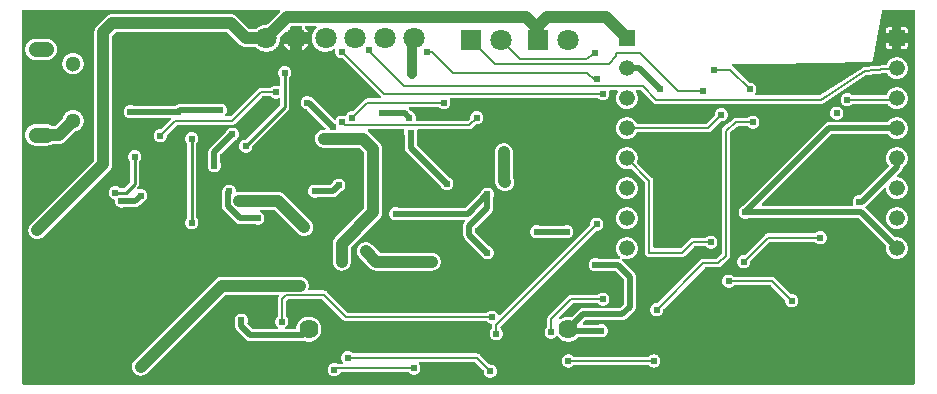
<source format=gbl>
G04 Layer: BottomLayer*
G04 EasyEDA v6.3.43, 2020-05-24T14:51:43+02:00*
G04 8b069e2c24b14efe805d348ad6be2aff,234966f79ee84ceb97ee69e44186daaf,10*
G04 Gerber Generator version 0.2*
G04 Scale: 100 percent, Rotated: No, Reflected: No *
G04 Dimensions in millimeters *
G04 leading zeros omitted , absolute positions ,3 integer and 3 decimal *
%FSLAX33Y33*%
%MOMM*%
G90*
G71D02*

%ADD10C,0.254000*%
%ADD11C,0.200000*%
%ADD12C,0.999998*%
%ADD13C,0.499999*%
%ADD15C,0.850011*%
%ADD17C,0.609600*%
%ADD40C,1.799996*%
%ADD41R,1.799996X1.799996*%
%ADD42C,1.299997*%
%ADD43C,1.619987*%
%ADD44R,1.340002X1.340002*%
%ADD45C,1.340002*%

%LPD*%
G36*
G01X22022Y32001D02*
G01X358Y32001D01*
G01X343Y32000D01*
G01X329Y31997D01*
G01X315Y31992D01*
G01X303Y31985D01*
G01X291Y31976D01*
G01X281Y31966D01*
G01X272Y31954D01*
G01X265Y31942D01*
G01X260Y31928D01*
G01X257Y31914D01*
G01X256Y31899D01*
G01X256Y358D01*
G01X257Y343D01*
G01X260Y329D01*
G01X265Y315D01*
G01X272Y303D01*
G01X281Y291D01*
G01X291Y281D01*
G01X303Y272D01*
G01X315Y265D01*
G01X329Y260D01*
G01X343Y257D01*
G01X358Y256D01*
G01X75714Y256D01*
G01X75729Y257D01*
G01X75743Y260D01*
G01X75757Y265D01*
G01X75769Y272D01*
G01X75781Y281D01*
G01X75791Y291D01*
G01X75800Y303D01*
G01X75807Y315D01*
G01X75812Y329D01*
G01X75815Y343D01*
G01X75816Y358D01*
G01X75816Y31899D01*
G01X75815Y31914D01*
G01X75812Y31928D01*
G01X75807Y31942D01*
G01X75800Y31954D01*
G01X75791Y31966D01*
G01X75781Y31976D01*
G01X75769Y31985D01*
G01X75757Y31992D01*
G01X75743Y31997D01*
G01X75729Y32000D01*
G01X75714Y32001D01*
G01X73158Y32001D01*
G01X73142Y32000D01*
G01X73127Y31996D01*
G01X73113Y31990D01*
G01X73099Y31982D01*
G01X73087Y31972D01*
G01X73077Y31961D01*
G01X73069Y31948D01*
G01X73062Y31934D01*
G01X73058Y31919D01*
G01X72260Y27764D01*
G01X72255Y27741D01*
G01X72248Y27719D01*
G01X72238Y27698D01*
G01X72227Y27678D01*
G01X72214Y27658D01*
G01X72199Y27640D01*
G01X72182Y27624D01*
G01X72164Y27609D01*
G01X72145Y27595D01*
G01X72125Y27584D01*
G01X72104Y27574D01*
G01X72081Y27567D01*
G01X72059Y27561D01*
G01X72036Y27557D01*
G01X72012Y27556D01*
G01X63630Y27429D01*
G01X60414Y27429D01*
G01X60399Y27428D01*
G01X60385Y27425D01*
G01X60372Y27420D01*
G01X60359Y27413D01*
G01X60347Y27404D01*
G01X60337Y27394D01*
G01X60328Y27382D01*
G01X60321Y27370D01*
G01X60316Y27356D01*
G01X60313Y27342D01*
G01X60312Y27327D01*
G01X60313Y27312D01*
G01X60317Y27297D01*
G01X60323Y27282D01*
G01X60331Y27269D01*
G01X60341Y27257D01*
G01X60353Y27246D01*
G01X60366Y27238D01*
G01X60396Y27220D01*
G01X60424Y27199D01*
G01X60450Y27176D01*
G01X61762Y25863D01*
G01X61774Y25853D01*
G01X61788Y25845D01*
G01X61802Y25839D01*
G01X61818Y25835D01*
G01X61834Y25834D01*
G01X61849Y25834D01*
G01X61882Y25833D01*
G01X61916Y25830D01*
G01X61950Y25825D01*
G01X61983Y25818D01*
G01X62016Y25808D01*
G01X62048Y25797D01*
G01X62079Y25784D01*
G01X62109Y25770D01*
G01X62139Y25753D01*
G01X62167Y25734D01*
G01X62195Y25714D01*
G01X62221Y25693D01*
G01X62269Y25645D01*
G01X62290Y25619D01*
G01X62310Y25591D01*
G01X62329Y25563D01*
G01X62346Y25533D01*
G01X62360Y25503D01*
G01X62373Y25472D01*
G01X62384Y25440D01*
G01X62394Y25407D01*
G01X62401Y25374D01*
G01X62406Y25340D01*
G01X62409Y25306D01*
G01X62410Y25273D01*
G01X62409Y25236D01*
G01X62405Y25200D01*
G01X62399Y25165D01*
G01X62391Y25130D01*
G01X62381Y25095D01*
G01X62369Y25061D01*
G01X62354Y25028D01*
G01X62337Y24996D01*
G01X62318Y24965D01*
G01X62298Y24936D01*
G01X62275Y24908D01*
G01X62267Y24896D01*
G01X62260Y24883D01*
G01X62255Y24870D01*
G01X62252Y24856D01*
G01X62251Y24842D01*
G01X62252Y24827D01*
G01X62255Y24813D01*
G01X62260Y24799D01*
G01X62267Y24787D01*
G01X62276Y24775D01*
G01X62286Y24765D01*
G01X62297Y24756D01*
G01X62310Y24749D01*
G01X62324Y24744D01*
G01X62338Y24741D01*
G01X62352Y24740D01*
G01X67775Y24740D01*
G01X67789Y24741D01*
G01X67804Y24744D01*
G01X67818Y24750D01*
G01X67830Y24757D01*
G01X71399Y27095D01*
G01X71424Y27110D01*
G01X71450Y27122D01*
G01X71476Y27133D01*
G01X71504Y27141D01*
G01X71532Y27148D01*
G01X71561Y27151D01*
G01X73346Y27321D01*
G01X73361Y27324D01*
G01X73377Y27329D01*
G01X73391Y27337D01*
G01X73404Y27347D01*
G01X73415Y27358D01*
G01X73424Y27371D01*
G01X73431Y27386D01*
G01X73448Y27427D01*
G01X73467Y27467D01*
G01X73488Y27506D01*
G01X73511Y27545D01*
G01X73535Y27582D01*
G01X73562Y27617D01*
G01X73590Y27652D01*
G01X73619Y27685D01*
G01X73651Y27717D01*
G01X73683Y27747D01*
G01X73717Y27775D01*
G01X73753Y27802D01*
G01X73790Y27827D01*
G01X73828Y27851D01*
G01X73866Y27872D01*
G01X73906Y27892D01*
G01X73947Y27910D01*
G01X73989Y27925D01*
G01X74031Y27939D01*
G01X74074Y27950D01*
G01X74118Y27960D01*
G01X74161Y27967D01*
G01X74206Y27973D01*
G01X74250Y27976D01*
G01X74295Y27977D01*
G01X74339Y27976D01*
G01X74383Y27973D01*
G01X74426Y27968D01*
G01X74470Y27960D01*
G01X74513Y27951D01*
G01X74556Y27940D01*
G01X74598Y27926D01*
G01X74639Y27911D01*
G01X74679Y27893D01*
G01X74719Y27874D01*
G01X74758Y27853D01*
G01X74795Y27830D01*
G01X74832Y27805D01*
G01X74867Y27779D01*
G01X74901Y27751D01*
G01X74934Y27721D01*
G01X74965Y27690D01*
G01X74995Y27657D01*
G01X75023Y27623D01*
G01X75049Y27588D01*
G01X75074Y27551D01*
G01X75097Y27514D01*
G01X75118Y27475D01*
G01X75137Y27435D01*
G01X75155Y27395D01*
G01X75170Y27354D01*
G01X75184Y27312D01*
G01X75195Y27269D01*
G01X75204Y27226D01*
G01X75212Y27182D01*
G01X75217Y27139D01*
G01X75220Y27095D01*
G01X75221Y27051D01*
G01X75220Y27006D01*
G01X75217Y26962D01*
G01X75212Y26919D01*
G01X75204Y26875D01*
G01X75195Y26832D01*
G01X75184Y26789D01*
G01X75170Y26747D01*
G01X75155Y26706D01*
G01X75137Y26666D01*
G01X75118Y26626D01*
G01X75097Y26587D01*
G01X75074Y26550D01*
G01X75049Y26513D01*
G01X75023Y26478D01*
G01X74995Y26444D01*
G01X74965Y26411D01*
G01X74934Y26380D01*
G01X74901Y26350D01*
G01X74867Y26322D01*
G01X74832Y26296D01*
G01X74795Y26271D01*
G01X74758Y26248D01*
G01X74719Y26227D01*
G01X74679Y26208D01*
G01X74639Y26190D01*
G01X74598Y26175D01*
G01X74556Y26162D01*
G01X74513Y26150D01*
G01X74470Y26141D01*
G01X74426Y26133D01*
G01X74383Y26128D01*
G01X74339Y26125D01*
G01X74295Y26124D01*
G01X74250Y26125D01*
G01X74205Y26128D01*
G01X74160Y26134D01*
G01X74116Y26141D01*
G01X74072Y26151D01*
G01X74029Y26163D01*
G01X73986Y26177D01*
G01X73944Y26193D01*
G01X73903Y26211D01*
G01X73863Y26231D01*
G01X73824Y26252D01*
G01X73786Y26276D01*
G01X73749Y26302D01*
G01X73713Y26329D01*
G01X73679Y26358D01*
G01X73646Y26389D01*
G01X73615Y26421D01*
G01X73585Y26454D01*
G01X73557Y26490D01*
G01X73531Y26526D01*
G01X73506Y26564D01*
G01X73498Y26575D01*
G01X73487Y26586D01*
G01X73476Y26595D01*
G01X73463Y26602D01*
G01X73449Y26607D01*
G01X73435Y26611D01*
G01X73420Y26612D01*
G01X73410Y26611D01*
G01X71741Y26452D01*
G01X71725Y26449D01*
G01X71709Y26444D01*
G01X71695Y26436D01*
G01X68107Y24085D01*
G01X68082Y24070D01*
G01X68055Y24057D01*
G01X68028Y24046D01*
G01X67999Y24038D01*
G01X67970Y24032D01*
G01X67941Y24028D01*
G01X67912Y24027D01*
G01X53942Y24027D01*
G01X53914Y24028D01*
G01X53886Y24031D01*
G01X53858Y24037D01*
G01X53831Y24044D01*
G01X53805Y24054D01*
G01X53780Y24066D01*
G01X53755Y24079D01*
G01X53732Y24095D01*
G01X53710Y24112D01*
G01X53689Y24131D01*
G01X52681Y25140D01*
G01X52668Y25151D01*
G01X52655Y25159D01*
G01X52640Y25165D01*
G01X52625Y25169D01*
G01X52609Y25170D01*
G01X52298Y25170D01*
G01X52284Y25169D01*
G01X52269Y25166D01*
G01X52256Y25161D01*
G01X52243Y25154D01*
G01X52232Y25145D01*
G01X52221Y25135D01*
G01X52213Y25123D01*
G01X52206Y25111D01*
G01X52201Y25097D01*
G01X52198Y25083D01*
G01X52197Y25068D01*
G01X52198Y25054D01*
G01X52201Y25040D01*
G01X52206Y25026D01*
G01X52213Y25013D01*
G01X52236Y24975D01*
G01X52257Y24937D01*
G01X52277Y24897D01*
G01X52294Y24856D01*
G01X52310Y24815D01*
G01X52323Y24773D01*
G01X52335Y24730D01*
G01X52344Y24687D01*
G01X52352Y24643D01*
G01X52357Y24599D01*
G01X52360Y24555D01*
G01X52361Y24511D01*
G01X52360Y24466D01*
G01X52357Y24422D01*
G01X52352Y24379D01*
G01X52344Y24335D01*
G01X52335Y24292D01*
G01X52324Y24249D01*
G01X52310Y24207D01*
G01X52295Y24166D01*
G01X52277Y24126D01*
G01X52258Y24086D01*
G01X52237Y24047D01*
G01X52214Y24010D01*
G01X52189Y23973D01*
G01X52163Y23938D01*
G01X52135Y23904D01*
G01X52105Y23871D01*
G01X52074Y23840D01*
G01X52041Y23810D01*
G01X52007Y23782D01*
G01X51972Y23756D01*
G01X51935Y23731D01*
G01X51898Y23708D01*
G01X51859Y23687D01*
G01X51819Y23668D01*
G01X51779Y23650D01*
G01X51738Y23635D01*
G01X51696Y23622D01*
G01X51653Y23610D01*
G01X51610Y23601D01*
G01X51566Y23593D01*
G01X51523Y23588D01*
G01X51479Y23585D01*
G01X51435Y23584D01*
G01X51390Y23585D01*
G01X51346Y23588D01*
G01X51303Y23593D01*
G01X51259Y23601D01*
G01X51216Y23610D01*
G01X51173Y23622D01*
G01X51131Y23635D01*
G01X51090Y23650D01*
G01X51050Y23668D01*
G01X51010Y23687D01*
G01X50971Y23708D01*
G01X50934Y23731D01*
G01X50897Y23756D01*
G01X50862Y23782D01*
G01X50828Y23810D01*
G01X50795Y23840D01*
G01X50764Y23871D01*
G01X50734Y23904D01*
G01X50706Y23938D01*
G01X50680Y23973D01*
G01X50655Y24010D01*
G01X50632Y24047D01*
G01X50611Y24086D01*
G01X50592Y24126D01*
G01X50574Y24166D01*
G01X50559Y24207D01*
G01X50546Y24249D01*
G01X50534Y24292D01*
G01X50525Y24335D01*
G01X50517Y24379D01*
G01X50512Y24422D01*
G01X50509Y24466D01*
G01X50508Y24511D01*
G01X50509Y24555D01*
G01X50512Y24599D01*
G01X50517Y24643D01*
G01X50525Y24687D01*
G01X50534Y24730D01*
G01X50546Y24773D01*
G01X50559Y24815D01*
G01X50575Y24856D01*
G01X50592Y24897D01*
G01X50612Y24937D01*
G01X50633Y24975D01*
G01X50656Y25013D01*
G01X50663Y25026D01*
G01X50668Y25040D01*
G01X50671Y25054D01*
G01X50672Y25068D01*
G01X50671Y25083D01*
G01X50668Y25097D01*
G01X50663Y25111D01*
G01X50656Y25123D01*
G01X50648Y25135D01*
G01X50637Y25145D01*
G01X50626Y25154D01*
G01X50613Y25161D01*
G01X50600Y25166D01*
G01X50585Y25169D01*
G01X50571Y25170D01*
G01X50041Y25170D01*
G01X50027Y25169D01*
G01X50013Y25166D01*
G01X49999Y25161D01*
G01X49986Y25154D01*
G01X49975Y25145D01*
G01X49965Y25135D01*
G01X49956Y25123D01*
G01X49949Y25111D01*
G01X49944Y25097D01*
G01X49941Y25083D01*
G01X49940Y25068D01*
G01X49943Y25041D01*
G01X49952Y25004D01*
G01X49959Y24967D01*
G01X49963Y24929D01*
G01X49964Y24892D01*
G01X49963Y24858D01*
G01X49960Y24824D01*
G01X49955Y24790D01*
G01X49948Y24757D01*
G01X49938Y24724D01*
G01X49927Y24692D01*
G01X49914Y24661D01*
G01X49900Y24631D01*
G01X49883Y24601D01*
G01X49864Y24573D01*
G01X49844Y24545D01*
G01X49823Y24519D01*
G01X49775Y24471D01*
G01X49749Y24450D01*
G01X49721Y24430D01*
G01X49693Y24411D01*
G01X49663Y24394D01*
G01X49633Y24380D01*
G01X49602Y24367D01*
G01X49570Y24356D01*
G01X49537Y24346D01*
G01X49504Y24339D01*
G01X49470Y24334D01*
G01X49436Y24331D01*
G01X49403Y24330D01*
G01X49368Y24331D01*
G01X49333Y24334D01*
G01X49298Y24340D01*
G01X49264Y24347D01*
G01X49231Y24357D01*
G01X49198Y24369D01*
G01X49166Y24382D01*
G01X49135Y24398D01*
G01X49105Y24416D01*
G01X49076Y24435D01*
G01X49048Y24456D01*
G01X49022Y24479D01*
G01X48997Y24504D01*
G01X48985Y24514D01*
G01X48971Y24523D01*
G01X48956Y24530D01*
G01X48940Y24534D01*
G01X48923Y24535D01*
G01X36530Y24535D01*
G01X36515Y24534D01*
G01X36501Y24531D01*
G01X36487Y24526D01*
G01X36475Y24519D01*
G01X36463Y24510D01*
G01X36453Y24500D01*
G01X36444Y24488D01*
G01X36437Y24476D01*
G01X36432Y24462D01*
G01X36429Y24448D01*
G01X36428Y24433D01*
G01X36429Y24417D01*
G01X36433Y24402D01*
G01X36439Y24387D01*
G01X36456Y24352D01*
G01X36470Y24317D01*
G01X36481Y24280D01*
G01X36490Y24243D01*
G01X36497Y24206D01*
G01X36501Y24168D01*
G01X36502Y24130D01*
G01X36501Y24096D01*
G01X36498Y24062D01*
G01X36493Y24028D01*
G01X36486Y23995D01*
G01X36476Y23962D01*
G01X36465Y23930D01*
G01X36452Y23899D01*
G01X36438Y23869D01*
G01X36421Y23839D01*
G01X36402Y23811D01*
G01X36382Y23783D01*
G01X36361Y23757D01*
G01X36313Y23709D01*
G01X36287Y23688D01*
G01X36259Y23668D01*
G01X36231Y23649D01*
G01X36201Y23632D01*
G01X36171Y23618D01*
G01X36140Y23605D01*
G01X36108Y23594D01*
G01X36075Y23584D01*
G01X36042Y23577D01*
G01X36008Y23572D01*
G01X35974Y23569D01*
G01X35941Y23568D01*
G01X35906Y23569D01*
G01X35871Y23572D01*
G01X35836Y23578D01*
G01X35802Y23585D01*
G01X35769Y23595D01*
G01X35736Y23607D01*
G01X35704Y23620D01*
G01X35673Y23636D01*
G01X35643Y23654D01*
G01X35614Y23673D01*
G01X35586Y23694D01*
G01X35560Y23717D01*
G01X35535Y23742D01*
G01X35523Y23752D01*
G01X35509Y23761D01*
G01X35494Y23768D01*
G01X35478Y23772D01*
G01X35461Y23773D01*
G01X33068Y23773D01*
G01X33053Y23772D01*
G01X33039Y23769D01*
G01X33025Y23764D01*
G01X33013Y23757D01*
G01X33001Y23748D01*
G01X32991Y23738D01*
G01X32982Y23726D01*
G01X32975Y23714D01*
G01X32970Y23700D01*
G01X32967Y23686D01*
G01X32966Y23671D01*
G01X32967Y23655D01*
G01X32971Y23640D01*
G01X32977Y23625D01*
G01X32986Y23612D01*
G01X32996Y23599D01*
G01X32997Y23599D01*
G01X33191Y23404D01*
G01X33207Y23391D01*
G01X33226Y23382D01*
G01X33258Y23368D01*
G01X33289Y23352D01*
G01X33320Y23334D01*
G01X33349Y23314D01*
G01X33377Y23292D01*
G01X33403Y23269D01*
G01X33428Y23244D01*
G01X33452Y23218D01*
G01X33473Y23190D01*
G01X33493Y23161D01*
G01X33511Y23130D01*
G01X33527Y23099D01*
G01X33541Y23066D01*
G01X33553Y23033D01*
G01X33563Y22999D01*
G01X33571Y22965D01*
G01X33576Y22930D01*
G01X33580Y22895D01*
G01X33581Y22860D01*
G01X33580Y22822D01*
G01X33576Y22784D01*
G01X33569Y22747D01*
G01X33560Y22710D01*
G01X33557Y22683D01*
G01X33558Y22668D01*
G01X33561Y22654D01*
G01X33566Y22640D01*
G01X33573Y22628D01*
G01X33582Y22616D01*
G01X33592Y22606D01*
G01X33603Y22597D01*
G01X33616Y22590D01*
G01X33630Y22585D01*
G01X33644Y22582D01*
G01X33658Y22581D01*
G01X37910Y22581D01*
G01X37926Y22582D01*
G01X37941Y22586D01*
G01X37956Y22592D01*
G01X37969Y22600D01*
G01X37982Y22611D01*
G01X38144Y22773D01*
G01X38154Y22785D01*
G01X38162Y22799D01*
G01X38168Y22813D01*
G01X38172Y22829D01*
G01X38173Y22845D01*
G01X38173Y22860D01*
G01X38174Y22893D01*
G01X38177Y22927D01*
G01X38182Y22961D01*
G01X38189Y22994D01*
G01X38199Y23027D01*
G01X38210Y23059D01*
G01X38223Y23090D01*
G01X38237Y23120D01*
G01X38254Y23150D01*
G01X38273Y23178D01*
G01X38293Y23206D01*
G01X38314Y23232D01*
G01X38362Y23280D01*
G01X38388Y23301D01*
G01X38416Y23321D01*
G01X38444Y23340D01*
G01X38474Y23357D01*
G01X38504Y23371D01*
G01X38535Y23384D01*
G01X38567Y23395D01*
G01X38600Y23405D01*
G01X38633Y23412D01*
G01X38667Y23417D01*
G01X38701Y23420D01*
G01X38735Y23421D01*
G01X38768Y23420D01*
G01X38802Y23417D01*
G01X38836Y23412D01*
G01X38869Y23405D01*
G01X38902Y23395D01*
G01X38934Y23384D01*
G01X38965Y23371D01*
G01X38995Y23357D01*
G01X39025Y23340D01*
G01X39053Y23321D01*
G01X39081Y23301D01*
G01X39107Y23280D01*
G01X39155Y23232D01*
G01X39176Y23206D01*
G01X39196Y23178D01*
G01X39215Y23150D01*
G01X39232Y23120D01*
G01X39246Y23090D01*
G01X39259Y23059D01*
G01X39270Y23027D01*
G01X39280Y22994D01*
G01X39287Y22961D01*
G01X39292Y22927D01*
G01X39295Y22893D01*
G01X39296Y22860D01*
G01X39295Y22826D01*
G01X39292Y22792D01*
G01X39287Y22758D01*
G01X39280Y22725D01*
G01X39270Y22692D01*
G01X39259Y22660D01*
G01X39246Y22629D01*
G01X39232Y22599D01*
G01X39215Y22569D01*
G01X39196Y22541D01*
G01X39176Y22513D01*
G01X39155Y22487D01*
G01X39107Y22439D01*
G01X39081Y22418D01*
G01X39053Y22398D01*
G01X39025Y22379D01*
G01X38995Y22362D01*
G01X38965Y22348D01*
G01X38934Y22335D01*
G01X38902Y22324D01*
G01X38869Y22314D01*
G01X38836Y22307D01*
G01X38802Y22302D01*
G01X38768Y22299D01*
G01X38735Y22298D01*
G01X38719Y22298D01*
G01X38704Y22297D01*
G01X38688Y22293D01*
G01X38674Y22287D01*
G01X38660Y22279D01*
G01X38648Y22269D01*
G01X38352Y21972D01*
G01X38331Y21953D01*
G01X38309Y21936D01*
G01X38286Y21920D01*
G01X38261Y21907D01*
G01X38236Y21895D01*
G01X38210Y21885D01*
G01X38183Y21878D01*
G01X38155Y21872D01*
G01X38127Y21869D01*
G01X38100Y21868D01*
G01X33785Y21868D01*
G01X33771Y21867D01*
G01X33757Y21864D01*
G01X33743Y21859D01*
G01X33730Y21852D01*
G01X33719Y21843D01*
G01X33709Y21833D01*
G01X33700Y21821D01*
G01X33693Y21809D01*
G01X33688Y21795D01*
G01X33685Y21781D01*
G01X33684Y21766D01*
G01X33687Y21739D01*
G01X33696Y21702D01*
G01X33703Y21665D01*
G01X33707Y21627D01*
G01X33708Y21590D01*
G01X33707Y21551D01*
G01X33703Y21513D01*
G01X33696Y21475D01*
G01X33687Y21438D01*
G01X33675Y21402D01*
G01X33661Y21366D01*
G01X33655Y21346D01*
G01X33653Y21326D01*
G01X33653Y20571D01*
G01X33654Y20556D01*
G01X33658Y20540D01*
G01X33664Y20525D01*
G01X33672Y20512D01*
G01X33683Y20500D01*
G01X36366Y17816D01*
G01X36382Y17803D01*
G01X36401Y17794D01*
G01X36433Y17780D01*
G01X36464Y17764D01*
G01X36495Y17746D01*
G01X36524Y17726D01*
G01X36552Y17704D01*
G01X36578Y17681D01*
G01X36603Y17656D01*
G01X36627Y17630D01*
G01X36648Y17602D01*
G01X36668Y17573D01*
G01X36686Y17542D01*
G01X36702Y17511D01*
G01X36716Y17478D01*
G01X36728Y17445D01*
G01X36738Y17411D01*
G01X36746Y17377D01*
G01X36751Y17342D01*
G01X36755Y17307D01*
G01X36756Y17272D01*
G01X36755Y17238D01*
G01X36752Y17204D01*
G01X36747Y17170D01*
G01X36740Y17137D01*
G01X36730Y17104D01*
G01X36719Y17072D01*
G01X36706Y17041D01*
G01X36692Y17011D01*
G01X36675Y16981D01*
G01X36656Y16953D01*
G01X36636Y16925D01*
G01X36615Y16899D01*
G01X36567Y16851D01*
G01X36541Y16830D01*
G01X36513Y16810D01*
G01X36485Y16791D01*
G01X36455Y16774D01*
G01X36425Y16760D01*
G01X36394Y16747D01*
G01X36362Y16736D01*
G01X36329Y16726D01*
G01X36296Y16719D01*
G01X36262Y16714D01*
G01X36228Y16711D01*
G01X36195Y16710D01*
G01X36159Y16711D01*
G01X36124Y16715D01*
G01X36089Y16720D01*
G01X36055Y16728D01*
G01X36021Y16738D01*
G01X35988Y16750D01*
G01X35955Y16764D01*
G01X35924Y16780D01*
G01X35893Y16798D01*
G01X35864Y16818D01*
G01X35836Y16839D01*
G01X35810Y16863D01*
G01X35785Y16888D01*
G01X35762Y16914D01*
G01X35740Y16942D01*
G01X35720Y16971D01*
G01X35702Y17002D01*
G01X35686Y17033D01*
G01X35672Y17065D01*
G01X35663Y17084D01*
G01X35650Y17100D01*
G01X32788Y19961D01*
G01X32766Y19986D01*
G01X32745Y20011D01*
G01X32725Y20038D01*
G01X32708Y20066D01*
G01X32692Y20095D01*
G01X32679Y20126D01*
G01X32667Y20157D01*
G01X32657Y20188D01*
G01X32650Y20221D01*
G01X32644Y20253D01*
G01X32641Y20286D01*
G01X32640Y20320D01*
G01X32640Y21326D01*
G01X32638Y21346D01*
G01X32632Y21366D01*
G01X32618Y21402D01*
G01X32606Y21438D01*
G01X32597Y21475D01*
G01X32590Y21513D01*
G01X32586Y21551D01*
G01X32585Y21590D01*
G01X32586Y21627D01*
G01X32590Y21665D01*
G01X32597Y21702D01*
G01X32606Y21739D01*
G01X32609Y21766D01*
G01X32608Y21781D01*
G01X32605Y21795D01*
G01X32600Y21809D01*
G01X32593Y21821D01*
G01X32584Y21833D01*
G01X32574Y21843D01*
G01X32563Y21852D01*
G01X32550Y21859D01*
G01X32536Y21864D01*
G01X32522Y21867D01*
G01X32508Y21868D01*
G01X29600Y21868D01*
G01X29585Y21867D01*
G01X29571Y21864D01*
G01X29557Y21859D01*
G01X29545Y21852D01*
G01X29533Y21843D01*
G01X29523Y21833D01*
G01X29514Y21821D01*
G01X29507Y21809D01*
G01X29502Y21795D01*
G01X29499Y21781D01*
G01X29498Y21766D01*
G01X29499Y21751D01*
G01X29503Y21736D01*
G01X29509Y21721D01*
G01X29517Y21708D01*
G01X29527Y21696D01*
G01X29538Y21685D01*
G01X29579Y21652D01*
G01X29617Y21616D01*
G01X30534Y20699D01*
G01X30559Y20669D01*
G01X30584Y20637D01*
G01X30606Y20605D01*
G01X30627Y20571D01*
G01X30646Y20536D01*
G01X30663Y20500D01*
G01X30678Y20464D01*
G01X30691Y20426D01*
G01X30702Y20388D01*
G01X30712Y20350D01*
G01X30719Y20311D01*
G01X30724Y20272D01*
G01X30727Y20232D01*
G01X30728Y20193D01*
G01X30728Y14859D01*
G01X30727Y14819D01*
G01X30724Y14779D01*
G01X30719Y14740D01*
G01X30712Y14701D01*
G01X30702Y14663D01*
G01X30691Y14625D01*
G01X30678Y14587D01*
G01X30663Y14551D01*
G01X30646Y14515D01*
G01X30627Y14480D01*
G01X30606Y14446D01*
G01X30584Y14414D01*
G01X30559Y14382D01*
G01X30534Y14352D01*
G01X30506Y14324D01*
G01X28091Y11908D01*
G01X28080Y11896D01*
G01X28072Y11882D01*
G01X28066Y11867D01*
G01X28062Y11852D01*
G01X28061Y11836D01*
G01X28061Y10668D01*
G01X28060Y10628D01*
G01X28057Y10588D01*
G01X28052Y10549D01*
G01X28045Y10510D01*
G01X28035Y10472D01*
G01X28024Y10434D01*
G01X28011Y10396D01*
G01X27996Y10360D01*
G01X27979Y10324D01*
G01X27960Y10289D01*
G01X27939Y10255D01*
G01X27917Y10223D01*
G01X27892Y10191D01*
G01X27867Y10161D01*
G01X27811Y10105D01*
G01X27781Y10080D01*
G01X27749Y10055D01*
G01X27717Y10033D01*
G01X27683Y10012D01*
G01X27648Y9993D01*
G01X27612Y9976D01*
G01X27576Y9961D01*
G01X27538Y9948D01*
G01X27500Y9937D01*
G01X27462Y9927D01*
G01X27423Y9920D01*
G01X27384Y9915D01*
G01X27344Y9912D01*
G01X27305Y9911D01*
G01X27265Y9912D01*
G01X27225Y9915D01*
G01X27186Y9920D01*
G01X27147Y9927D01*
G01X27109Y9937D01*
G01X27071Y9948D01*
G01X27033Y9961D01*
G01X26997Y9976D01*
G01X26961Y9993D01*
G01X26926Y10012D01*
G01X26892Y10033D01*
G01X26860Y10055D01*
G01X26828Y10080D01*
G01X26798Y10105D01*
G01X26742Y10161D01*
G01X26717Y10191D01*
G01X26692Y10223D01*
G01X26670Y10255D01*
G01X26649Y10289D01*
G01X26630Y10324D01*
G01X26613Y10360D01*
G01X26598Y10396D01*
G01X26585Y10434D01*
G01X26574Y10472D01*
G01X26564Y10510D01*
G01X26557Y10549D01*
G01X26552Y10588D01*
G01X26549Y10628D01*
G01X26548Y10668D01*
G01X26548Y12192D01*
G01X26549Y12231D01*
G01X26552Y12271D01*
G01X26557Y12310D01*
G01X26564Y12349D01*
G01X26574Y12387D01*
G01X26585Y12425D01*
G01X26598Y12463D01*
G01X26613Y12499D01*
G01X26630Y12535D01*
G01X26649Y12570D01*
G01X26670Y12604D01*
G01X26692Y12636D01*
G01X26717Y12668D01*
G01X26742Y12698D01*
G01X26770Y12726D01*
G01X29185Y15142D01*
G01X29196Y15154D01*
G01X29204Y15168D01*
G01X29210Y15183D01*
G01X29214Y15198D01*
G01X29215Y15214D01*
G01X29215Y19837D01*
G01X29214Y19853D01*
G01X29210Y19868D01*
G01X29204Y19883D01*
G01X29196Y19897D01*
G01X29185Y19909D01*
G01X28799Y20295D01*
G01X28787Y20306D01*
G01X28773Y20314D01*
G01X28758Y20320D01*
G01X28743Y20324D01*
G01X28727Y20325D01*
G01X25781Y20325D01*
G01X25741Y20326D01*
G01X25701Y20329D01*
G01X25662Y20334D01*
G01X25623Y20341D01*
G01X25585Y20351D01*
G01X25547Y20362D01*
G01X25509Y20375D01*
G01X25473Y20390D01*
G01X25437Y20407D01*
G01X25402Y20426D01*
G01X25368Y20447D01*
G01X25336Y20469D01*
G01X25304Y20494D01*
G01X25274Y20519D01*
G01X25218Y20575D01*
G01X25193Y20605D01*
G01X25168Y20637D01*
G01X25146Y20669D01*
G01X25125Y20703D01*
G01X25106Y20738D01*
G01X25089Y20774D01*
G01X25074Y20810D01*
G01X25061Y20848D01*
G01X25050Y20886D01*
G01X25040Y20924D01*
G01X25033Y20963D01*
G01X25028Y21002D01*
G01X25025Y21042D01*
G01X25024Y21082D01*
G01X25025Y21121D01*
G01X25028Y21161D01*
G01X25033Y21200D01*
G01X25040Y21239D01*
G01X25050Y21277D01*
G01X25061Y21315D01*
G01X25074Y21353D01*
G01X25089Y21389D01*
G01X25106Y21425D01*
G01X25125Y21460D01*
G01X25146Y21494D01*
G01X25168Y21526D01*
G01X25193Y21558D01*
G01X25218Y21588D01*
G01X25274Y21644D01*
G01X25304Y21669D01*
G01X25336Y21694D01*
G01X25368Y21716D01*
G01X25402Y21737D01*
G01X25437Y21756D01*
G01X25473Y21773D01*
G01X25509Y21788D01*
G01X25547Y21801D01*
G01X25585Y21812D01*
G01X25623Y21822D01*
G01X25662Y21829D01*
G01X25701Y21834D01*
G01X25741Y21837D01*
G01X25781Y21838D01*
G01X25840Y21838D01*
G01X25855Y21839D01*
G01X25869Y21842D01*
G01X25883Y21847D01*
G01X25895Y21854D01*
G01X25907Y21863D01*
G01X25917Y21873D01*
G01X25926Y21885D01*
G01X25933Y21897D01*
G01X25938Y21911D01*
G01X25941Y21925D01*
G01X25942Y21940D01*
G01X25941Y21956D01*
G01X25937Y21971D01*
G01X25931Y21986D01*
G01X25923Y21999D01*
G01X25912Y22011D01*
G01X24381Y23543D01*
G01X24368Y23554D01*
G01X24353Y23562D01*
G01X24337Y23568D01*
G01X24321Y23572D01*
G01X24287Y23577D01*
G01X24253Y23583D01*
G01X24221Y23592D01*
G01X24188Y23603D01*
G01X24157Y23616D01*
G01X24126Y23631D01*
G01X24096Y23647D01*
G01X24067Y23666D01*
G01X24040Y23686D01*
G01X24013Y23707D01*
G01X23988Y23731D01*
G01X23965Y23755D01*
G01X23943Y23782D01*
G01X23923Y23809D01*
G01X23904Y23838D01*
G01X23887Y23867D01*
G01X23872Y23898D01*
G01X23859Y23929D01*
G01X23848Y23962D01*
G01X23839Y23994D01*
G01X23831Y24028D01*
G01X23826Y24061D01*
G01X23823Y24095D01*
G01X23822Y24130D01*
G01X23823Y24163D01*
G01X23826Y24197D01*
G01X23831Y24231D01*
G01X23838Y24264D01*
G01X23848Y24297D01*
G01X23859Y24329D01*
G01X23872Y24360D01*
G01X23886Y24390D01*
G01X23903Y24420D01*
G01X23922Y24448D01*
G01X23942Y24476D01*
G01X23963Y24502D01*
G01X24011Y24550D01*
G01X24037Y24571D01*
G01X24065Y24591D01*
G01X24093Y24610D01*
G01X24123Y24627D01*
G01X24153Y24641D01*
G01X24184Y24654D01*
G01X24216Y24665D01*
G01X24249Y24675D01*
G01X24282Y24682D01*
G01X24316Y24687D01*
G01X24350Y24690D01*
G01X24384Y24691D01*
G01X24421Y24690D01*
G01X24458Y24686D01*
G01X24495Y24680D01*
G01X24532Y24671D01*
G01X24568Y24660D01*
G01X24603Y24646D01*
G01X24637Y24631D01*
G01X24669Y24613D01*
G01X24686Y24605D01*
G01X24720Y24591D01*
G01X24752Y24575D01*
G01X24784Y24556D01*
G01X24814Y24535D01*
G01X24842Y24512D01*
G01X24869Y24488D01*
G01X26644Y22712D01*
G01X26656Y22702D01*
G01X26670Y22693D01*
G01X26685Y22687D01*
G01X26700Y22684D01*
G01X26716Y22682D01*
G01X26732Y22684D01*
G01X26747Y22687D01*
G01X26762Y22693D01*
G01X26775Y22701D01*
G01X26788Y22712D01*
G01X26798Y22724D01*
G01X26806Y22737D01*
G01X26823Y22767D01*
G01X26841Y22796D01*
G01X26861Y22823D01*
G01X26883Y22849D01*
G01X26906Y22874D01*
G01X26931Y22898D01*
G01X26957Y22919D01*
G01X26984Y22940D01*
G01X27013Y22958D01*
G01X27043Y22975D01*
G01X27073Y22990D01*
G01X27105Y23003D01*
G01X27137Y23014D01*
G01X27170Y23023D01*
G01X27203Y23031D01*
G01X27237Y23036D01*
G01X27270Y23039D01*
G01X27305Y23040D01*
G01X27343Y23039D01*
G01X27381Y23035D01*
G01X27420Y23028D01*
G01X27457Y23019D01*
G01X27494Y23007D01*
G01X27530Y22993D01*
G01X27550Y22986D01*
G01X27570Y22984D01*
G01X27586Y22985D01*
G01X27601Y22989D01*
G01X27615Y22995D01*
G01X27629Y23003D01*
G01X27641Y23012D01*
G01X27651Y23024D01*
G01X27659Y23037D01*
G01X27666Y23051D01*
G01X27679Y23083D01*
G01X27693Y23114D01*
G01X27710Y23144D01*
G01X27728Y23173D01*
G01X27748Y23201D01*
G01X27770Y23228D01*
G01X27793Y23253D01*
G01X27818Y23276D01*
G01X27844Y23299D01*
G01X27871Y23319D01*
G01X27900Y23338D01*
G01X27930Y23355D01*
G01X27961Y23370D01*
G01X27992Y23384D01*
G01X28025Y23395D01*
G01X28058Y23404D01*
G01X28091Y23411D01*
G01X28125Y23417D01*
G01X28159Y23420D01*
G01X28194Y23421D01*
G01X28209Y23421D01*
G01X28224Y23422D01*
G01X28240Y23426D01*
G01X28254Y23432D01*
G01X28268Y23440D01*
G01X28280Y23450D01*
G01X29211Y24382D01*
G01X29232Y24401D01*
G01X29254Y24418D01*
G01X29277Y24434D01*
G01X29302Y24447D01*
G01X29327Y24459D01*
G01X29353Y24469D01*
G01X29380Y24476D01*
G01X29408Y24482D01*
G01X29436Y24485D01*
G01X29464Y24486D01*
G01X30516Y24486D01*
G01X30531Y24487D01*
G01X30545Y24490D01*
G01X30559Y24495D01*
G01X30571Y24502D01*
G01X30583Y24511D01*
G01X30593Y24521D01*
G01X30602Y24533D01*
G01X30609Y24545D01*
G01X30614Y24559D01*
G01X30617Y24573D01*
G01X30618Y24588D01*
G01X30617Y24604D01*
G01X30613Y24619D01*
G01X30607Y24634D01*
G01X30599Y24647D01*
G01X30588Y24659D01*
G01X27391Y27857D01*
G01X27379Y27867D01*
G01X27365Y27875D01*
G01X27351Y27881D01*
G01X27335Y27885D01*
G01X27319Y27886D01*
G01X27305Y27886D01*
G01X27271Y27887D01*
G01X27237Y27890D01*
G01X27203Y27895D01*
G01X27170Y27902D01*
G01X27137Y27912D01*
G01X27105Y27923D01*
G01X27074Y27936D01*
G01X27044Y27950D01*
G01X27014Y27967D01*
G01X26986Y27986D01*
G01X26958Y28006D01*
G01X26932Y28027D01*
G01X26884Y28075D01*
G01X26863Y28101D01*
G01X26843Y28129D01*
G01X26824Y28157D01*
G01X26807Y28187D01*
G01X26793Y28217D01*
G01X26780Y28248D01*
G01X26769Y28280D01*
G01X26759Y28313D01*
G01X26752Y28346D01*
G01X26747Y28380D01*
G01X26744Y28414D01*
G01X26743Y28448D01*
G01X26745Y28496D01*
G01X26751Y28544D01*
G01X26753Y28561D01*
G01X26752Y28576D01*
G01X26749Y28590D01*
G01X26744Y28603D01*
G01X26737Y28616D01*
G01X26728Y28628D01*
G01X26718Y28638D01*
G01X26706Y28647D01*
G01X26694Y28654D01*
G01X26680Y28659D01*
G01X26666Y28662D01*
G01X26651Y28663D01*
G01X26636Y28662D01*
G01X26621Y28658D01*
G01X26606Y28652D01*
G01X26593Y28644D01*
G01X26551Y28616D01*
G01X26508Y28590D01*
G01X26463Y28565D01*
G01X26418Y28543D01*
G01X26372Y28523D01*
G01X26325Y28504D01*
G01X26277Y28488D01*
G01X26228Y28474D01*
G01X26179Y28462D01*
G01X26129Y28452D01*
G01X26079Y28444D01*
G01X26029Y28438D01*
G01X25978Y28435D01*
G01X25928Y28434D01*
G01X25878Y28435D01*
G01X25829Y28438D01*
G01X25780Y28443D01*
G01X25731Y28451D01*
G01X25682Y28460D01*
G01X25634Y28472D01*
G01X25587Y28485D01*
G01X25540Y28501D01*
G01X25493Y28519D01*
G01X25448Y28538D01*
G01X25403Y28560D01*
G01X25360Y28583D01*
G01X25317Y28608D01*
G01X25276Y28635D01*
G01X25235Y28664D01*
G01X25196Y28695D01*
G01X25159Y28727D01*
G01X25123Y28760D01*
G01X25088Y28796D01*
G01X25055Y28832D01*
G01X25023Y28870D01*
G01X24993Y28910D01*
G01X24965Y28950D01*
G01X24938Y28992D01*
G01X24913Y29035D01*
G01X24891Y29079D01*
G01X24870Y29124D01*
G01X24851Y29169D01*
G01X24834Y29216D01*
G01X24819Y29263D01*
G01X24806Y29311D01*
G01X24795Y29359D01*
G01X24786Y29408D01*
G01X24779Y29457D01*
G01X24773Y29523D01*
G01X24771Y29591D01*
G01X24773Y29658D01*
G01X24779Y29724D01*
G01X24786Y29775D01*
G01X24795Y29825D01*
G01X24807Y29874D01*
G01X24820Y29923D01*
G01X24836Y29972D01*
G01X24854Y30019D01*
G01X24874Y30066D01*
G01X24896Y30112D01*
G01X24920Y30157D01*
G01X24945Y30201D01*
G01X24973Y30244D01*
G01X25003Y30285D01*
G01X25034Y30325D01*
G01X25102Y30401D01*
G01X25139Y30436D01*
G01X25150Y30448D01*
G01X25159Y30462D01*
G01X25166Y30478D01*
G01X25170Y30494D01*
G01X25171Y30510D01*
G01X25170Y30525D01*
G01X25167Y30539D01*
G01X25162Y30553D01*
G01X25155Y30565D01*
G01X25146Y30577D01*
G01X25136Y30587D01*
G01X25124Y30596D01*
G01X25112Y30603D01*
G01X25098Y30608D01*
G01X25084Y30611D01*
G01X25069Y30612D01*
G01X24287Y30612D01*
G01X24272Y30611D01*
G01X24258Y30608D01*
G01X24245Y30603D01*
G01X24232Y30596D01*
G01X24220Y30587D01*
G01X24210Y30577D01*
G01X24201Y30565D01*
G01X24194Y30553D01*
G01X24189Y30539D01*
G01X24186Y30525D01*
G01X24185Y30510D01*
G01X24187Y30494D01*
G01X24191Y30478D01*
G01X24197Y30462D01*
G01X24206Y30448D01*
G01X24217Y30436D01*
G01X24255Y30400D01*
G01X24290Y30362D01*
G01X24324Y30322D01*
G01X24356Y30281D01*
G01X24386Y30239D01*
G01X24414Y30195D01*
G01X24441Y30150D01*
G01X24465Y30104D01*
G01X23942Y30104D01*
G01X23942Y30510D01*
G01X23941Y30525D01*
G01X23938Y30539D01*
G01X23933Y30553D01*
G01X23926Y30565D01*
G01X23917Y30577D01*
G01X23907Y30587D01*
G01X23895Y30596D01*
G01X23883Y30603D01*
G01X23869Y30608D01*
G01X23855Y30611D01*
G01X23840Y30612D01*
G01X23060Y30612D01*
G01X23044Y30611D01*
G01X23029Y30607D01*
G01X23014Y30601D01*
G01X23000Y30593D01*
G01X22988Y30582D01*
G01X22945Y30539D01*
G01X22934Y30527D01*
G01X22926Y30513D01*
G01X22920Y30498D01*
G01X22916Y30483D01*
G01X22915Y30467D01*
G01X22915Y30104D01*
G01X22552Y30104D01*
G01X22536Y30103D01*
G01X22521Y30099D01*
G01X22506Y30093D01*
G01X22492Y30085D01*
G01X22480Y30074D01*
G01X22112Y29706D01*
G01X22102Y29694D01*
G01X22093Y29680D01*
G01X22087Y29666D01*
G01X22084Y29650D01*
G01X22082Y29634D01*
G01X22082Y29631D01*
G01X22083Y29591D01*
G01X22081Y29529D01*
G01X22076Y29467D01*
G01X22070Y29418D01*
G01X22062Y29369D01*
G01X22051Y29320D01*
G01X22038Y29272D01*
G01X22024Y29224D01*
G01X22007Y29177D01*
G01X21988Y29131D01*
G01X21967Y29086D01*
G01X21945Y29042D01*
G01X21920Y28998D01*
G01X21894Y28956D01*
G01X21865Y28915D01*
G01X21835Y28875D01*
G01X21804Y28837D01*
G01X21771Y28800D01*
G01X21736Y28764D01*
G01X21699Y28730D01*
G01X21662Y28698D01*
G01X21623Y28667D01*
G01X21582Y28638D01*
G01X21541Y28610D01*
G01X21498Y28585D01*
G01X21454Y28561D01*
G01X21409Y28539D01*
G01X21364Y28520D01*
G01X21317Y28502D01*
G01X21270Y28486D01*
G01X21222Y28472D01*
G01X21174Y28461D01*
G01X21125Y28451D01*
G01X21076Y28444D01*
G01X21026Y28438D01*
G01X20976Y28435D01*
G01X20927Y28434D01*
G01X20877Y28435D01*
G01X20827Y28438D01*
G01X20777Y28444D01*
G01X20728Y28451D01*
G01X20679Y28461D01*
G01X20630Y28473D01*
G01X20582Y28486D01*
G01X20535Y28502D01*
G01X20488Y28520D01*
G01X20443Y28540D01*
G01X20398Y28562D01*
G01X20354Y28586D01*
G01X20311Y28611D01*
G01X20269Y28639D01*
G01X20229Y28668D01*
G01X20190Y28699D01*
G01X20152Y28732D01*
G01X20116Y28766D01*
G01X20081Y28802D01*
G01X20068Y28813D01*
G01X20055Y28822D01*
G01X20039Y28829D01*
G01X20023Y28833D01*
G01X20006Y28834D01*
G01X19177Y28834D01*
G01X19137Y28835D01*
G01X19097Y28838D01*
G01X19058Y28843D01*
G01X19019Y28850D01*
G01X18981Y28860D01*
G01X18943Y28871D01*
G01X18905Y28884D01*
G01X18869Y28899D01*
G01X18833Y28916D01*
G01X18798Y28935D01*
G01X18764Y28956D01*
G01X18732Y28978D01*
G01X18700Y29003D01*
G01X18670Y29028D01*
G01X18642Y29056D01*
G01X17623Y30074D01*
G01X17611Y30085D01*
G01X17597Y30093D01*
G01X17582Y30099D01*
G01X17567Y30103D01*
G01X17551Y30104D01*
G01X8229Y30104D01*
G01X8213Y30103D01*
G01X8198Y30099D01*
G01X8183Y30093D01*
G01X8169Y30085D01*
G01X8157Y30074D01*
G01X7898Y29815D01*
G01X7887Y29803D01*
G01X7879Y29789D01*
G01X7873Y29774D01*
G01X7869Y29759D01*
G01X7868Y29743D01*
G01X7868Y18923D01*
G01X7867Y18883D01*
G01X7864Y18843D01*
G01X7859Y18804D01*
G01X7852Y18765D01*
G01X7842Y18727D01*
G01X7831Y18689D01*
G01X7818Y18651D01*
G01X7803Y18615D01*
G01X7786Y18579D01*
G01X7767Y18544D01*
G01X7746Y18510D01*
G01X7724Y18478D01*
G01X7699Y18446D01*
G01X7674Y18416D01*
G01X2030Y12772D01*
G01X2000Y12747D01*
G01X1968Y12722D01*
G01X1936Y12700D01*
G01X1902Y12679D01*
G01X1867Y12660D01*
G01X1831Y12643D01*
G01X1795Y12628D01*
G01X1757Y12615D01*
G01X1719Y12604D01*
G01X1681Y12594D01*
G01X1642Y12587D01*
G01X1603Y12582D01*
G01X1563Y12579D01*
G01X1524Y12578D01*
G01X1484Y12579D01*
G01X1444Y12582D01*
G01X1405Y12587D01*
G01X1366Y12594D01*
G01X1328Y12604D01*
G01X1290Y12615D01*
G01X1252Y12628D01*
G01X1216Y12643D01*
G01X1180Y12660D01*
G01X1145Y12679D01*
G01X1111Y12700D01*
G01X1079Y12722D01*
G01X1047Y12747D01*
G01X1017Y12772D01*
G01X961Y12828D01*
G01X936Y12858D01*
G01X911Y12890D01*
G01X889Y12922D01*
G01X868Y12956D01*
G01X849Y12991D01*
G01X832Y13027D01*
G01X817Y13063D01*
G01X804Y13101D01*
G01X793Y13139D01*
G01X783Y13177D01*
G01X776Y13216D01*
G01X771Y13255D01*
G01X768Y13295D01*
G01X767Y13335D01*
G01X768Y13374D01*
G01X771Y13414D01*
G01X776Y13453D01*
G01X783Y13492D01*
G01X793Y13530D01*
G01X804Y13568D01*
G01X817Y13606D01*
G01X832Y13642D01*
G01X849Y13678D01*
G01X868Y13713D01*
G01X889Y13747D01*
G01X911Y13779D01*
G01X936Y13811D01*
G01X961Y13841D01*
G01X989Y13869D01*
G01X6325Y19206D01*
G01X6336Y19218D01*
G01X6344Y19232D01*
G01X6350Y19247D01*
G01X6354Y19262D01*
G01X6355Y19278D01*
G01X6355Y30099D01*
G01X6356Y30138D01*
G01X6359Y30178D01*
G01X6364Y30217D01*
G01X6371Y30256D01*
G01X6381Y30294D01*
G01X6392Y30332D01*
G01X6405Y30370D01*
G01X6420Y30406D01*
G01X6437Y30442D01*
G01X6456Y30477D01*
G01X6477Y30511D01*
G01X6499Y30543D01*
G01X6524Y30575D01*
G01X6549Y30605D01*
G01X7367Y31423D01*
G01X7397Y31448D01*
G01X7429Y31473D01*
G01X7461Y31495D01*
G01X7495Y31516D01*
G01X7530Y31535D01*
G01X7566Y31552D01*
G01X7602Y31567D01*
G01X7640Y31580D01*
G01X7678Y31591D01*
G01X7716Y31601D01*
G01X7755Y31608D01*
G01X7794Y31613D01*
G01X7834Y31616D01*
G01X7874Y31617D01*
G01X17907Y31617D01*
G01X17946Y31616D01*
G01X17986Y31613D01*
G01X18025Y31608D01*
G01X18064Y31601D01*
G01X18102Y31591D01*
G01X18140Y31580D01*
G01X18178Y31567D01*
G01X18214Y31552D01*
G01X18250Y31535D01*
G01X18285Y31516D01*
G01X18319Y31495D01*
G01X18351Y31473D01*
G01X18383Y31448D01*
G01X18413Y31423D01*
G01X18441Y31395D01*
G01X19460Y30377D01*
G01X19472Y30366D01*
G01X19486Y30358D01*
G01X19501Y30352D01*
G01X19516Y30348D01*
G01X19532Y30347D01*
G01X20006Y30347D01*
G01X20023Y30348D01*
G01X20039Y30352D01*
G01X20055Y30359D01*
G01X20068Y30368D01*
G01X20081Y30379D01*
G01X20116Y30415D01*
G01X20152Y30449D01*
G01X20190Y30482D01*
G01X20229Y30513D01*
G01X20269Y30542D01*
G01X20311Y30570D01*
G01X20354Y30595D01*
G01X20398Y30619D01*
G01X20443Y30641D01*
G01X20488Y30661D01*
G01X20535Y30679D01*
G01X20582Y30695D01*
G01X20630Y30708D01*
G01X20679Y30720D01*
G01X20728Y30730D01*
G01X20777Y30737D01*
G01X20827Y30743D01*
G01X20877Y30746D01*
G01X20927Y30747D01*
G01X20967Y30746D01*
G01X20970Y30746D01*
G01X20986Y30748D01*
G01X21002Y30751D01*
G01X21017Y30757D01*
G01X21030Y30766D01*
G01X21042Y30776D01*
G01X22094Y31828D01*
G01X22104Y31840D01*
G01X22112Y31853D01*
G01X22118Y31868D01*
G01X22122Y31883D01*
G01X22123Y31899D01*
G01X22122Y31914D01*
G01X22119Y31928D01*
G01X22114Y31942D01*
G01X22107Y31954D01*
G01X22099Y31966D01*
G01X22088Y31976D01*
G01X22077Y31985D01*
G01X22064Y31992D01*
G01X22050Y31997D01*
G01X22036Y32000D01*
G01X22022Y32001D01*
G37*

%LPC*%
G36*
G01X48928Y14403D02*
G01X48895Y14404D01*
G01X48861Y14403D01*
G01X48827Y14400D01*
G01X48793Y14395D01*
G01X48760Y14388D01*
G01X48727Y14378D01*
G01X48695Y14367D01*
G01X48664Y14354D01*
G01X48634Y14340D01*
G01X48604Y14323D01*
G01X48576Y14304D01*
G01X48548Y14284D01*
G01X48522Y14263D01*
G01X48474Y14215D01*
G01X48453Y14189D01*
G01X48433Y14161D01*
G01X48414Y14133D01*
G01X48397Y14103D01*
G01X48383Y14073D01*
G01X48370Y14042D01*
G01X48359Y14010D01*
G01X48349Y13977D01*
G01X48342Y13944D01*
G01X48337Y13910D01*
G01X48334Y13876D01*
G01X48333Y13843D01*
G01X48333Y13828D01*
G01X48332Y13812D01*
G01X48328Y13796D01*
G01X48322Y13782D01*
G01X48314Y13768D01*
G01X48304Y13756D01*
G01X40692Y6144D01*
G01X40679Y6133D01*
G01X40666Y6125D01*
G01X40651Y6119D01*
G01X40636Y6115D01*
G01X40620Y6114D01*
G01X40605Y6115D01*
G01X40590Y6118D01*
G01X40576Y6124D01*
G01X40563Y6131D01*
G01X40551Y6141D01*
G01X40541Y6152D01*
G01X40532Y6164D01*
G01X40525Y6178D01*
G01X40511Y6210D01*
G01X40495Y6241D01*
G01X40477Y6271D01*
G01X40457Y6300D01*
G01X40436Y6328D01*
G01X40412Y6354D01*
G01X40387Y6379D01*
G01X40361Y6402D01*
G01X40333Y6423D01*
G01X40304Y6443D01*
G01X40274Y6461D01*
G01X40243Y6477D01*
G01X40210Y6491D01*
G01X40177Y6503D01*
G01X40144Y6512D01*
G01X40109Y6520D01*
G01X40075Y6525D01*
G01X40040Y6529D01*
G01X40005Y6530D01*
G01X39970Y6529D01*
G01X39935Y6526D01*
G01X39900Y6520D01*
G01X39866Y6513D01*
G01X39833Y6503D01*
G01X39800Y6491D01*
G01X39768Y6478D01*
G01X39737Y6462D01*
G01X39707Y6444D01*
G01X39678Y6425D01*
G01X39650Y6404D01*
G01X39624Y6381D01*
G01X39599Y6356D01*
G01X39587Y6346D01*
G01X39573Y6337D01*
G01X39558Y6330D01*
G01X39542Y6326D01*
G01X39525Y6325D01*
G01X27875Y6325D01*
G01X27859Y6326D01*
G01X27844Y6330D01*
G01X27829Y6336D01*
G01X27816Y6344D01*
G01X27803Y6355D01*
G01X26033Y8126D01*
G01X26012Y8145D01*
G01X25990Y8162D01*
G01X25967Y8178D01*
G01X25942Y8191D01*
G01X25917Y8203D01*
G01X25891Y8213D01*
G01X25864Y8220D01*
G01X25836Y8226D01*
G01X25808Y8229D01*
G01X25781Y8230D01*
G01X24551Y8230D01*
G01X24537Y8231D01*
G01X24522Y8234D01*
G01X24509Y8239D01*
G01X24496Y8246D01*
G01X24485Y8255D01*
G01X24474Y8265D01*
G01X24466Y8277D01*
G01X24459Y8289D01*
G01X24454Y8303D01*
G01X24450Y8317D01*
G01X24449Y8332D01*
G01X24451Y8350D01*
G01X24456Y8368D01*
G01X24471Y8411D01*
G01X24483Y8455D01*
G01X24493Y8499D01*
G01X24500Y8544D01*
G01X24504Y8590D01*
G01X24505Y8636D01*
G01X24504Y8675D01*
G01X24501Y8715D01*
G01X24496Y8754D01*
G01X24489Y8793D01*
G01X24479Y8831D01*
G01X24468Y8869D01*
G01X24455Y8907D01*
G01X24440Y8943D01*
G01X24423Y8979D01*
G01X24404Y9014D01*
G01X24383Y9048D01*
G01X24361Y9080D01*
G01X24336Y9112D01*
G01X24311Y9142D01*
G01X24255Y9198D01*
G01X24225Y9223D01*
G01X24193Y9248D01*
G01X24161Y9270D01*
G01X24127Y9291D01*
G01X24092Y9310D01*
G01X24056Y9327D01*
G01X24020Y9342D01*
G01X23982Y9355D01*
G01X23944Y9366D01*
G01X23906Y9376D01*
G01X23867Y9383D01*
G01X23828Y9388D01*
G01X23788Y9391D01*
G01X23749Y9392D01*
G01X17145Y9392D01*
G01X17105Y9391D01*
G01X17065Y9388D01*
G01X17026Y9383D01*
G01X16987Y9376D01*
G01X16949Y9366D01*
G01X16911Y9355D01*
G01X16873Y9342D01*
G01X16837Y9327D01*
G01X16801Y9310D01*
G01X16766Y9291D01*
G01X16732Y9270D01*
G01X16700Y9248D01*
G01X16668Y9223D01*
G01X16638Y9198D01*
G01X9724Y2284D01*
G01X9699Y2254D01*
G01X9674Y2222D01*
G01X9652Y2190D01*
G01X9631Y2156D01*
G01X9612Y2121D01*
G01X9595Y2085D01*
G01X9580Y2049D01*
G01X9567Y2011D01*
G01X9556Y1973D01*
G01X9546Y1935D01*
G01X9539Y1896D01*
G01X9534Y1857D01*
G01X9531Y1817D01*
G01X9530Y1778D01*
G01X9531Y1738D01*
G01X9534Y1698D01*
G01X9539Y1659D01*
G01X9546Y1620D01*
G01X9556Y1582D01*
G01X9567Y1544D01*
G01X9580Y1506D01*
G01X9595Y1470D01*
G01X9612Y1434D01*
G01X9631Y1399D01*
G01X9652Y1365D01*
G01X9674Y1333D01*
G01X9699Y1301D01*
G01X9724Y1271D01*
G01X9780Y1215D01*
G01X9810Y1190D01*
G01X9842Y1165D01*
G01X9874Y1143D01*
G01X9908Y1122D01*
G01X9943Y1103D01*
G01X9979Y1086D01*
G01X10015Y1071D01*
G01X10053Y1058D01*
G01X10091Y1047D01*
G01X10129Y1037D01*
G01X10168Y1030D01*
G01X10207Y1025D01*
G01X10247Y1022D01*
G01X10287Y1021D01*
G01X10326Y1022D01*
G01X10366Y1025D01*
G01X10405Y1030D01*
G01X10444Y1037D01*
G01X10482Y1047D01*
G01X10520Y1058D01*
G01X10558Y1071D01*
G01X10594Y1086D01*
G01X10630Y1103D01*
G01X10665Y1122D01*
G01X10699Y1143D01*
G01X10731Y1165D01*
G01X10763Y1190D01*
G01X10793Y1215D01*
G01X10821Y1243D01*
G01X17428Y7849D01*
G01X17440Y7860D01*
G01X17454Y7868D01*
G01X17469Y7874D01*
G01X17484Y7878D01*
G01X17500Y7879D01*
G01X21866Y7879D01*
G01X21880Y7878D01*
G01X21894Y7875D01*
G01X21908Y7870D01*
G01X21921Y7863D01*
G01X21932Y7854D01*
G01X21942Y7844D01*
G01X21951Y7832D01*
G01X21958Y7820D01*
G01X21963Y7806D01*
G01X21966Y7792D01*
G01X21967Y7777D01*
G01X21966Y7760D01*
G01X21962Y7744D01*
G01X21955Y7728D01*
G01X21945Y7714D01*
G01X21928Y7690D01*
G01X21912Y7664D01*
G01X21899Y7638D01*
G01X21888Y7610D01*
G01X21879Y7581D01*
G01X21873Y7552D01*
G01X21869Y7522D01*
G01X21868Y7493D01*
G01X21868Y6067D01*
G01X21867Y6050D01*
G01X21863Y6034D01*
G01X21856Y6019D01*
G01X21847Y6005D01*
G01X21837Y5993D01*
G01X21812Y5968D01*
G01X21789Y5942D01*
G01X21768Y5914D01*
G01X21749Y5885D01*
G01X21731Y5855D01*
G01X21715Y5824D01*
G01X21702Y5792D01*
G01X21690Y5759D01*
G01X21680Y5726D01*
G01X21673Y5692D01*
G01X21667Y5657D01*
G01X21664Y5622D01*
G01X21663Y5588D01*
G01X21664Y5552D01*
G01X21668Y5517D01*
G01X21673Y5483D01*
G01X21681Y5448D01*
G01X21690Y5415D01*
G01X21702Y5382D01*
G01X21716Y5349D01*
G01X21732Y5318D01*
G01X21750Y5288D01*
G01X21770Y5259D01*
G01X21791Y5231D01*
G01X21814Y5204D01*
G01X21839Y5180D01*
G01X21865Y5156D01*
G01X21893Y5135D01*
G01X21905Y5124D01*
G01X21915Y5112D01*
G01X21923Y5099D01*
G01X21929Y5084D01*
G01X21933Y5068D01*
G01X21934Y5053D01*
G01X21933Y5038D01*
G01X21930Y5024D01*
G01X21925Y5010D01*
G01X21918Y4998D01*
G01X21910Y4986D01*
G01X21899Y4976D01*
G01X21888Y4967D01*
G01X21875Y4960D01*
G01X21861Y4955D01*
G01X21847Y4952D01*
G01X21833Y4951D01*
G01X19809Y4951D01*
G01X19794Y4952D01*
G01X19778Y4956D01*
G01X19763Y4962D01*
G01X19750Y4970D01*
G01X19738Y4981D01*
G01X19334Y5384D01*
G01X19324Y5396D01*
G01X19315Y5410D01*
G01X19309Y5425D01*
G01X19306Y5440D01*
G01X19304Y5456D01*
G01X19306Y5476D01*
G01X19312Y5496D01*
G01X19326Y5531D01*
G01X19337Y5566D01*
G01X19346Y5603D01*
G01X19352Y5640D01*
G01X19356Y5677D01*
G01X19357Y5715D01*
G01X19356Y5748D01*
G01X19353Y5782D01*
G01X19348Y5816D01*
G01X19341Y5849D01*
G01X19331Y5882D01*
G01X19320Y5914D01*
G01X19307Y5945D01*
G01X19293Y5975D01*
G01X19276Y6005D01*
G01X19257Y6033D01*
G01X19237Y6061D01*
G01X19216Y6087D01*
G01X19168Y6135D01*
G01X19142Y6156D01*
G01X19114Y6176D01*
G01X19086Y6195D01*
G01X19056Y6212D01*
G01X19026Y6226D01*
G01X18995Y6239D01*
G01X18963Y6250D01*
G01X18930Y6260D01*
G01X18897Y6267D01*
G01X18863Y6272D01*
G01X18829Y6275D01*
G01X18796Y6276D01*
G01X18762Y6275D01*
G01X18728Y6272D01*
G01X18694Y6267D01*
G01X18661Y6260D01*
G01X18628Y6250D01*
G01X18596Y6239D01*
G01X18565Y6226D01*
G01X18535Y6212D01*
G01X18505Y6195D01*
G01X18477Y6176D01*
G01X18449Y6156D01*
G01X18423Y6135D01*
G01X18375Y6087D01*
G01X18354Y6061D01*
G01X18334Y6033D01*
G01X18315Y6005D01*
G01X18298Y5975D01*
G01X18284Y5945D01*
G01X18271Y5914D01*
G01X18260Y5882D01*
G01X18250Y5849D01*
G01X18243Y5816D01*
G01X18238Y5782D01*
G01X18235Y5748D01*
G01X18234Y5715D01*
G01X18235Y5676D01*
G01X18239Y5638D01*
G01X18246Y5600D01*
G01X18255Y5563D01*
G01X18267Y5527D01*
G01X18281Y5491D01*
G01X18287Y5471D01*
G01X18289Y5451D01*
G01X18289Y5207D01*
G01X18290Y5173D01*
G01X18293Y5140D01*
G01X18299Y5108D01*
G01X18306Y5075D01*
G01X18316Y5044D01*
G01X18328Y5013D01*
G01X18341Y4982D01*
G01X18357Y4953D01*
G01X18374Y4925D01*
G01X18394Y4898D01*
G01X18415Y4873D01*
G01X18437Y4848D01*
G01X19199Y4086D01*
G01X19224Y4064D01*
G01X19249Y4043D01*
G01X19276Y4023D01*
G01X19304Y4006D01*
G01X19333Y3990D01*
G01X19364Y3977D01*
G01X19395Y3965D01*
G01X19426Y3955D01*
G01X19459Y3948D01*
G01X19491Y3942D01*
G01X19524Y3939D01*
G01X19558Y3938D01*
G01X24003Y3938D01*
G01X24037Y3939D01*
G01X24072Y3943D01*
G01X24106Y3949D01*
G01X24127Y3951D01*
G01X24144Y3949D01*
G01X24160Y3945D01*
G01X24209Y3930D01*
G01X24258Y3916D01*
G01X24308Y3905D01*
G01X24358Y3897D01*
G01X24409Y3891D01*
G01X24460Y3887D01*
G01X24511Y3886D01*
G01X24558Y3887D01*
G01X24606Y3890D01*
G01X24654Y3896D01*
G01X24701Y3903D01*
G01X24748Y3913D01*
G01X24794Y3924D01*
G01X24840Y3938D01*
G01X24885Y3954D01*
G01X24930Y3972D01*
G01X24973Y3992D01*
G01X25016Y4013D01*
G01X25058Y4037D01*
G01X25098Y4062D01*
G01X25137Y4090D01*
G01X25175Y4119D01*
G01X25212Y4149D01*
G01X25248Y4182D01*
G01X25281Y4215D01*
G01X25314Y4251D01*
G01X25344Y4288D01*
G01X25373Y4326D01*
G01X25401Y4365D01*
G01X25426Y4405D01*
G01X25450Y4447D01*
G01X25471Y4490D01*
G01X25491Y4533D01*
G01X25509Y4578D01*
G01X25525Y4623D01*
G01X25539Y4669D01*
G01X25550Y4715D01*
G01X25560Y4762D01*
G01X25567Y4809D01*
G01X25573Y4857D01*
G01X25576Y4905D01*
G01X25577Y4953D01*
G01X25576Y5000D01*
G01X25573Y5048D01*
G01X25567Y5096D01*
G01X25560Y5143D01*
G01X25550Y5190D01*
G01X25539Y5236D01*
G01X25525Y5282D01*
G01X25509Y5327D01*
G01X25491Y5372D01*
G01X25471Y5415D01*
G01X25450Y5458D01*
G01X25426Y5500D01*
G01X25401Y5540D01*
G01X25373Y5579D01*
G01X25344Y5617D01*
G01X25314Y5654D01*
G01X25281Y5690D01*
G01X25248Y5723D01*
G01X25212Y5756D01*
G01X25175Y5786D01*
G01X25137Y5815D01*
G01X25098Y5843D01*
G01X25058Y5868D01*
G01X25016Y5892D01*
G01X24973Y5913D01*
G01X24930Y5933D01*
G01X24885Y5951D01*
G01X24840Y5967D01*
G01X24794Y5981D01*
G01X24748Y5992D01*
G01X24701Y6002D01*
G01X24654Y6009D01*
G01X24606Y6015D01*
G01X24558Y6018D01*
G01X24511Y6019D01*
G01X24464Y6018D01*
G01X24417Y6015D01*
G01X24371Y6010D01*
G01X24325Y6003D01*
G01X24279Y5994D01*
G01X24234Y5983D01*
G01X24189Y5970D01*
G01X24145Y5955D01*
G01X24102Y5938D01*
G01X24059Y5919D01*
G01X24018Y5898D01*
G01X23977Y5876D01*
G01X23937Y5852D01*
G01X23898Y5826D01*
G01X23861Y5798D01*
G01X23824Y5769D01*
G01X23789Y5738D01*
G01X23756Y5706D01*
G01X23724Y5672D01*
G01X23693Y5637D01*
G01X23664Y5601D01*
G01X23636Y5563D01*
G01X23610Y5525D01*
G01X23586Y5485D01*
G01X23564Y5444D01*
G01X23543Y5402D01*
G01X23525Y5360D01*
G01X23508Y5316D01*
G01X23493Y5272D01*
G01X23480Y5227D01*
G01X23469Y5182D01*
G01X23460Y5136D01*
G01X23453Y5090D01*
G01X23448Y5044D01*
G01X23446Y5029D01*
G01X23441Y5015D01*
G01X23434Y5001D01*
G01X23426Y4989D01*
G01X23415Y4978D01*
G01X23404Y4968D01*
G01X23390Y4961D01*
G01X23376Y4955D01*
G01X23362Y4952D01*
G01X23347Y4951D01*
G01X22616Y4951D01*
G01X22602Y4952D01*
G01X22588Y4955D01*
G01X22574Y4960D01*
G01X22561Y4967D01*
G01X22550Y4976D01*
G01X22539Y4986D01*
G01X22531Y4998D01*
G01X22524Y5010D01*
G01X22519Y5024D01*
G01X22516Y5038D01*
G01X22515Y5053D01*
G01X22516Y5068D01*
G01X22520Y5084D01*
G01X22526Y5099D01*
G01X22534Y5112D01*
G01X22544Y5124D01*
G01X22556Y5135D01*
G01X22584Y5156D01*
G01X22610Y5180D01*
G01X22635Y5204D01*
G01X22658Y5231D01*
G01X22679Y5259D01*
G01X22699Y5288D01*
G01X22717Y5318D01*
G01X22733Y5349D01*
G01X22747Y5382D01*
G01X22759Y5415D01*
G01X22768Y5448D01*
G01X22776Y5483D01*
G01X22781Y5517D01*
G01X22785Y5552D01*
G01X22786Y5588D01*
G01X22785Y5622D01*
G01X22782Y5657D01*
G01X22776Y5692D01*
G01X22769Y5726D01*
G01X22759Y5759D01*
G01X22747Y5792D01*
G01X22734Y5824D01*
G01X22718Y5855D01*
G01X22700Y5885D01*
G01X22681Y5914D01*
G01X22660Y5942D01*
G01X22637Y5968D01*
G01X22612Y5993D01*
G01X22602Y6005D01*
G01X22593Y6019D01*
G01X22586Y6034D01*
G01X22582Y6050D01*
G01X22581Y6067D01*
G01X22581Y7303D01*
G01X22582Y7319D01*
G01X22586Y7334D01*
G01X22592Y7349D01*
G01X22600Y7362D01*
G01X22611Y7375D01*
G01X22723Y7487D01*
G01X22736Y7498D01*
G01X22749Y7506D01*
G01X22764Y7512D01*
G01X22779Y7516D01*
G01X22795Y7517D01*
G01X25591Y7517D01*
G01X25607Y7516D01*
G01X25622Y7512D01*
G01X25637Y7506D01*
G01X25650Y7498D01*
G01X25663Y7487D01*
G01X27433Y5716D01*
G01X27454Y5697D01*
G01X27476Y5680D01*
G01X27499Y5664D01*
G01X27524Y5651D01*
G01X27549Y5639D01*
G01X27575Y5629D01*
G01X27602Y5622D01*
G01X27630Y5616D01*
G01X27658Y5613D01*
G01X27686Y5612D01*
G01X39525Y5612D01*
G01X39542Y5611D01*
G01X39558Y5607D01*
G01X39573Y5600D01*
G01X39587Y5591D01*
G01X39599Y5581D01*
G01X39624Y5556D01*
G01X39651Y5533D01*
G01X39679Y5511D01*
G01X39708Y5492D01*
G01X39739Y5474D01*
G01X39770Y5458D01*
G01X39803Y5445D01*
G01X39836Y5433D01*
G01X39870Y5424D01*
G01X39904Y5416D01*
G01X39939Y5411D01*
G01X39954Y5408D01*
G01X39968Y5403D01*
G01X39981Y5397D01*
G01X39993Y5388D01*
G01X40003Y5378D01*
G01X40012Y5366D01*
G01X40019Y5353D01*
G01X40025Y5339D01*
G01X40028Y5325D01*
G01X40029Y5310D01*
G01X40029Y5051D01*
G01X40028Y5034D01*
G01X40024Y5018D01*
G01X40017Y5003D01*
G01X40008Y4989D01*
G01X39998Y4977D01*
G01X39973Y4952D01*
G01X39950Y4926D01*
G01X39929Y4898D01*
G01X39910Y4869D01*
G01X39892Y4839D01*
G01X39876Y4808D01*
G01X39863Y4776D01*
G01X39851Y4743D01*
G01X39841Y4710D01*
G01X39834Y4676D01*
G01X39828Y4641D01*
G01X39825Y4606D01*
G01X39824Y4572D01*
G01X39825Y4538D01*
G01X39828Y4504D01*
G01X39833Y4470D01*
G01X39840Y4437D01*
G01X39850Y4404D01*
G01X39861Y4372D01*
G01X39874Y4341D01*
G01X39888Y4311D01*
G01X39905Y4281D01*
G01X39924Y4253D01*
G01X39944Y4225D01*
G01X39965Y4199D01*
G01X40013Y4151D01*
G01X40039Y4130D01*
G01X40067Y4110D01*
G01X40095Y4091D01*
G01X40125Y4074D01*
G01X40155Y4060D01*
G01X40186Y4047D01*
G01X40218Y4036D01*
G01X40251Y4026D01*
G01X40284Y4019D01*
G01X40318Y4014D01*
G01X40352Y4011D01*
G01X40386Y4010D01*
G01X40419Y4011D01*
G01X40453Y4014D01*
G01X40487Y4019D01*
G01X40520Y4026D01*
G01X40553Y4036D01*
G01X40585Y4047D01*
G01X40616Y4060D01*
G01X40646Y4074D01*
G01X40676Y4091D01*
G01X40704Y4110D01*
G01X40732Y4130D01*
G01X40758Y4151D01*
G01X40806Y4199D01*
G01X40827Y4225D01*
G01X40847Y4253D01*
G01X40866Y4281D01*
G01X40883Y4311D01*
G01X40897Y4341D01*
G01X40910Y4372D01*
G01X40921Y4404D01*
G01X40931Y4437D01*
G01X40938Y4470D01*
G01X40943Y4504D01*
G01X40946Y4538D01*
G01X40947Y4572D01*
G01X40946Y4606D01*
G01X40943Y4641D01*
G01X40937Y4676D01*
G01X40930Y4710D01*
G01X40920Y4743D01*
G01X40908Y4776D01*
G01X40895Y4808D01*
G01X40879Y4839D01*
G01X40861Y4869D01*
G01X40842Y4898D01*
G01X40821Y4926D01*
G01X40798Y4952D01*
G01X40773Y4977D01*
G01X40763Y4989D01*
G01X40754Y5003D01*
G01X40747Y5018D01*
G01X40743Y5034D01*
G01X40742Y5051D01*
G01X40742Y5144D01*
G01X40743Y5160D01*
G01X40747Y5175D01*
G01X40753Y5190D01*
G01X40761Y5203D01*
G01X40772Y5216D01*
G01X48808Y13252D01*
G01X48820Y13262D01*
G01X48834Y13270D01*
G01X48848Y13276D01*
G01X48864Y13280D01*
G01X48879Y13281D01*
G01X48895Y13281D01*
G01X48928Y13282D01*
G01X48962Y13285D01*
G01X48996Y13290D01*
G01X49029Y13297D01*
G01X49062Y13307D01*
G01X49094Y13318D01*
G01X49125Y13331D01*
G01X49155Y13345D01*
G01X49185Y13362D01*
G01X49213Y13381D01*
G01X49241Y13401D01*
G01X49267Y13422D01*
G01X49315Y13470D01*
G01X49336Y13496D01*
G01X49356Y13524D01*
G01X49375Y13552D01*
G01X49392Y13582D01*
G01X49406Y13612D01*
G01X49419Y13643D01*
G01X49430Y13675D01*
G01X49440Y13708D01*
G01X49447Y13741D01*
G01X49452Y13775D01*
G01X49455Y13809D01*
G01X49456Y13843D01*
G01X49455Y13876D01*
G01X49452Y13910D01*
G01X49447Y13944D01*
G01X49440Y13977D01*
G01X49430Y14010D01*
G01X49419Y14042D01*
G01X49406Y14073D01*
G01X49392Y14103D01*
G01X49375Y14133D01*
G01X49356Y14161D01*
G01X49336Y14189D01*
G01X49315Y14215D01*
G01X49267Y14263D01*
G01X49241Y14284D01*
G01X49213Y14304D01*
G01X49185Y14323D01*
G01X49155Y14340D01*
G01X49125Y14354D01*
G01X49094Y14367D01*
G01X49062Y14378D01*
G01X49029Y14388D01*
G01X48996Y14395D01*
G01X48962Y14400D01*
G01X48928Y14403D01*
G37*
G36*
G01X74339Y22896D02*
G01X74295Y22897D01*
G01X74251Y22896D01*
G01X74208Y22893D01*
G01X74165Y22888D01*
G01X74122Y22881D01*
G01X74079Y22872D01*
G01X74037Y22861D01*
G01X73996Y22848D01*
G01X73955Y22833D01*
G01X73915Y22816D01*
G01X73876Y22797D01*
G01X73837Y22776D01*
G01X73800Y22754D01*
G01X73764Y22730D01*
G01X73729Y22704D01*
G01X73695Y22677D01*
G01X73663Y22648D01*
G01X73632Y22618D01*
G01X73602Y22586D01*
G01X73574Y22553D01*
G01X73547Y22519D01*
G01X73537Y22507D01*
G01X73525Y22496D01*
G01X73511Y22488D01*
G01X73497Y22482D01*
G01X73481Y22478D01*
G01X73465Y22477D01*
G01X69252Y22477D01*
G01X69233Y22479D01*
G01X69215Y22484D01*
G01X69196Y22479D01*
G01X69177Y22477D01*
G01X68580Y22477D01*
G01X68546Y22476D01*
G01X68513Y22473D01*
G01X68481Y22467D01*
G01X68448Y22460D01*
G01X68417Y22450D01*
G01X68386Y22438D01*
G01X68355Y22425D01*
G01X68326Y22409D01*
G01X68298Y22392D01*
G01X68271Y22372D01*
G01X68246Y22351D01*
G01X68221Y22329D01*
G01X61296Y15403D01*
G01X61280Y15390D01*
G01X61261Y15381D01*
G01X61229Y15367D01*
G01X61198Y15351D01*
G01X61167Y15333D01*
G01X61138Y15313D01*
G01X61110Y15291D01*
G01X61084Y15268D01*
G01X61059Y15243D01*
G01X61035Y15217D01*
G01X61014Y15189D01*
G01X60994Y15160D01*
G01X60976Y15129D01*
G01X60960Y15098D01*
G01X60946Y15065D01*
G01X60934Y15032D01*
G01X60924Y14998D01*
G01X60916Y14964D01*
G01X60911Y14929D01*
G01X60907Y14894D01*
G01X60906Y14859D01*
G01X60907Y14825D01*
G01X60910Y14791D01*
G01X60915Y14757D01*
G01X60922Y14724D01*
G01X60932Y14691D01*
G01X60943Y14659D01*
G01X60956Y14628D01*
G01X60970Y14598D01*
G01X60987Y14568D01*
G01X61006Y14540D01*
G01X61026Y14512D01*
G01X61047Y14486D01*
G01X61095Y14438D01*
G01X61121Y14417D01*
G01X61149Y14397D01*
G01X61177Y14378D01*
G01X61207Y14361D01*
G01X61237Y14347D01*
G01X61268Y14334D01*
G01X61300Y14323D01*
G01X61333Y14313D01*
G01X61366Y14306D01*
G01X61400Y14301D01*
G01X61434Y14298D01*
G01X61468Y14297D01*
G01X61506Y14298D01*
G01X61544Y14302D01*
G01X61582Y14309D01*
G01X61619Y14318D01*
G01X61655Y14330D01*
G01X61691Y14344D01*
G01X61711Y14350D01*
G01X61731Y14352D01*
G01X70995Y14352D01*
G01X71010Y14351D01*
G01X71026Y14347D01*
G01X71041Y14341D01*
G01X71054Y14333D01*
G01X71066Y14322D01*
G01X73350Y12039D01*
G01X73360Y12026D01*
G01X73369Y12013D01*
G01X73375Y11998D01*
G01X73379Y11983D01*
G01X73380Y11967D01*
G01X73379Y11951D01*
G01X73373Y11905D01*
G01X73369Y11858D01*
G01X73368Y11811D01*
G01X73369Y11766D01*
G01X73372Y11722D01*
G01X73377Y11679D01*
G01X73385Y11635D01*
G01X73394Y11592D01*
G01X73406Y11549D01*
G01X73419Y11507D01*
G01X73434Y11466D01*
G01X73452Y11426D01*
G01X73471Y11386D01*
G01X73492Y11347D01*
G01X73515Y11310D01*
G01X73540Y11273D01*
G01X73566Y11238D01*
G01X73594Y11204D01*
G01X73624Y11171D01*
G01X73655Y11140D01*
G01X73688Y11110D01*
G01X73722Y11082D01*
G01X73757Y11056D01*
G01X73794Y11031D01*
G01X73831Y11008D01*
G01X73870Y10987D01*
G01X73910Y10968D01*
G01X73950Y10950D01*
G01X73991Y10935D01*
G01X74033Y10922D01*
G01X74076Y10910D01*
G01X74119Y10901D01*
G01X74163Y10893D01*
G01X74206Y10888D01*
G01X74250Y10885D01*
G01X74295Y10884D01*
G01X74339Y10885D01*
G01X74383Y10888D01*
G01X74426Y10893D01*
G01X74470Y10901D01*
G01X74513Y10910D01*
G01X74556Y10922D01*
G01X74598Y10935D01*
G01X74639Y10950D01*
G01X74679Y10968D01*
G01X74719Y10987D01*
G01X74758Y11008D01*
G01X74795Y11031D01*
G01X74832Y11056D01*
G01X74867Y11082D01*
G01X74901Y11110D01*
G01X74934Y11140D01*
G01X74965Y11171D01*
G01X74995Y11204D01*
G01X75023Y11238D01*
G01X75049Y11273D01*
G01X75074Y11310D01*
G01X75097Y11347D01*
G01X75118Y11386D01*
G01X75137Y11426D01*
G01X75155Y11466D01*
G01X75170Y11507D01*
G01X75184Y11549D01*
G01X75195Y11592D01*
G01X75204Y11635D01*
G01X75212Y11679D01*
G01X75217Y11722D01*
G01X75220Y11766D01*
G01X75221Y11811D01*
G01X75220Y11855D01*
G01X75217Y11899D01*
G01X75212Y11942D01*
G01X75204Y11986D01*
G01X75195Y12029D01*
G01X75184Y12072D01*
G01X75170Y12114D01*
G01X75155Y12155D01*
G01X75137Y12195D01*
G01X75118Y12235D01*
G01X75097Y12274D01*
G01X75074Y12311D01*
G01X75049Y12348D01*
G01X75023Y12383D01*
G01X74995Y12417D01*
G01X74965Y12450D01*
G01X74934Y12481D01*
G01X74901Y12511D01*
G01X74867Y12539D01*
G01X74832Y12565D01*
G01X74795Y12590D01*
G01X74758Y12613D01*
G01X74719Y12634D01*
G01X74679Y12653D01*
G01X74639Y12671D01*
G01X74598Y12686D01*
G01X74556Y12700D01*
G01X74513Y12711D01*
G01X74470Y12720D01*
G01X74426Y12728D01*
G01X74383Y12733D01*
G01X74339Y12736D01*
G01X74295Y12737D01*
G01X74247Y12736D01*
G01X74200Y12732D01*
G01X74154Y12726D01*
G01X74138Y12725D01*
G01X74122Y12726D01*
G01X74107Y12730D01*
G01X74092Y12736D01*
G01X74079Y12745D01*
G01X74066Y12755D01*
G01X71648Y15173D01*
G01X71638Y15185D01*
G01X71629Y15199D01*
G01X71623Y15214D01*
G01X71620Y15229D01*
G01X71618Y15245D01*
G01X71620Y15262D01*
G01X71624Y15278D01*
G01X71630Y15293D01*
G01X71639Y15307D01*
G01X71650Y15319D01*
G01X71663Y15329D01*
G01X71691Y15349D01*
G01X71717Y15371D01*
G01X71741Y15394D01*
G01X73199Y16866D01*
G01X73211Y16877D01*
G01X73224Y16885D01*
G01X73239Y16892D01*
G01X73255Y16895D01*
G01X73271Y16897D01*
G01X73286Y16895D01*
G01X73300Y16892D01*
G01X73314Y16887D01*
G01X73327Y16879D01*
G01X73339Y16870D01*
G01X73350Y16859D01*
G01X73358Y16847D01*
G01X73365Y16833D01*
G01X73369Y16819D01*
G01X73372Y16804D01*
G01X73377Y16761D01*
G01X73384Y16717D01*
G01X73394Y16674D01*
G01X73405Y16631D01*
G01X73418Y16589D01*
G01X73434Y16548D01*
G01X73451Y16507D01*
G01X73470Y16467D01*
G01X73491Y16428D01*
G01X73514Y16391D01*
G01X73539Y16354D01*
G01X73565Y16319D01*
G01X73594Y16285D01*
G01X73623Y16252D01*
G01X73654Y16221D01*
G01X73687Y16191D01*
G01X73721Y16163D01*
G01X73756Y16136D01*
G01X73793Y16111D01*
G01X73831Y16088D01*
G01X73869Y16067D01*
G01X73909Y16048D01*
G01X73950Y16031D01*
G01X73991Y16015D01*
G01X74033Y16002D01*
G01X74076Y15990D01*
G01X74119Y15981D01*
G01X74162Y15973D01*
G01X74206Y15968D01*
G01X74250Y15965D01*
G01X74295Y15964D01*
G01X74339Y15965D01*
G01X74383Y15968D01*
G01X74426Y15973D01*
G01X74470Y15981D01*
G01X74513Y15990D01*
G01X74556Y16002D01*
G01X74598Y16015D01*
G01X74639Y16030D01*
G01X74679Y16048D01*
G01X74719Y16067D01*
G01X74758Y16088D01*
G01X74795Y16111D01*
G01X74832Y16136D01*
G01X74867Y16162D01*
G01X74901Y16190D01*
G01X74934Y16220D01*
G01X74965Y16251D01*
G01X74995Y16284D01*
G01X75023Y16318D01*
G01X75049Y16353D01*
G01X75074Y16390D01*
G01X75097Y16427D01*
G01X75118Y16466D01*
G01X75137Y16506D01*
G01X75155Y16546D01*
G01X75170Y16587D01*
G01X75184Y16629D01*
G01X75195Y16672D01*
G01X75204Y16715D01*
G01X75212Y16759D01*
G01X75217Y16802D01*
G01X75220Y16846D01*
G01X75221Y16891D01*
G01X75220Y16935D01*
G01X75217Y16979D01*
G01X75211Y17023D01*
G01X75204Y17067D01*
G01X75194Y17111D01*
G01X75183Y17154D01*
G01X75169Y17196D01*
G01X75154Y17238D01*
G01X75136Y17278D01*
G01X75116Y17318D01*
G01X75095Y17357D01*
G01X75072Y17395D01*
G01X75046Y17432D01*
G01X75020Y17467D01*
G01X74991Y17501D01*
G01X74961Y17534D01*
G01X74929Y17565D01*
G01X74896Y17595D01*
G01X74862Y17623D01*
G01X74826Y17650D01*
G01X74789Y17674D01*
G01X74751Y17697D01*
G01X74711Y17718D01*
G01X74671Y17737D01*
G01X74630Y17754D01*
G01X74588Y17769D01*
G01X74546Y17782D01*
G01X74503Y17793D01*
G01X74459Y17802D01*
G01X74415Y17809D01*
G01X74371Y17814D01*
G01X74356Y17816D01*
G01X74342Y17821D01*
G01X74328Y17827D01*
G01X74316Y17836D01*
G01X74305Y17846D01*
G01X74295Y17858D01*
G01X74288Y17871D01*
G01X74282Y17885D01*
G01X74279Y17900D01*
G01X74278Y17915D01*
G01X74279Y17931D01*
G01X74283Y17946D01*
G01X74289Y17961D01*
G01X74297Y17974D01*
G01X74307Y17987D01*
G01X74655Y18338D01*
G01X74678Y18363D01*
G01X74700Y18390D01*
G01X74720Y18419D01*
G01X74738Y18449D01*
G01X74753Y18480D01*
G01X74767Y18512D01*
G01X74778Y18544D01*
G01X74788Y18578D01*
G01X74794Y18612D01*
G01X74798Y18628D01*
G01X74804Y18642D01*
G01X74813Y18656D01*
G01X74823Y18668D01*
G01X74835Y18678D01*
G01X74870Y18705D01*
G01X74904Y18733D01*
G01X74936Y18762D01*
G01X74967Y18794D01*
G01X74997Y18826D01*
G01X75025Y18860D01*
G01X75051Y18895D01*
G01X75075Y18932D01*
G01X75098Y18969D01*
G01X75119Y19008D01*
G01X75138Y19047D01*
G01X75155Y19088D01*
G01X75171Y19129D01*
G01X75184Y19171D01*
G01X75195Y19213D01*
G01X75204Y19256D01*
G01X75212Y19299D01*
G01X75217Y19343D01*
G01X75220Y19387D01*
G01X75221Y19431D01*
G01X75220Y19475D01*
G01X75217Y19519D01*
G01X75212Y19562D01*
G01X75204Y19606D01*
G01X75195Y19649D01*
G01X75184Y19692D01*
G01X75170Y19734D01*
G01X75155Y19775D01*
G01X75137Y19815D01*
G01X75118Y19855D01*
G01X75097Y19894D01*
G01X75074Y19931D01*
G01X75049Y19968D01*
G01X75023Y20003D01*
G01X74995Y20037D01*
G01X74965Y20070D01*
G01X74934Y20101D01*
G01X74901Y20131D01*
G01X74867Y20159D01*
G01X74832Y20185D01*
G01X74795Y20210D01*
G01X74758Y20233D01*
G01X74719Y20254D01*
G01X74679Y20273D01*
G01X74639Y20291D01*
G01X74598Y20306D01*
G01X74556Y20320D01*
G01X74513Y20331D01*
G01X74470Y20340D01*
G01X74426Y20348D01*
G01X74383Y20353D01*
G01X74339Y20356D01*
G01X74295Y20357D01*
G01X74250Y20356D01*
G01X74206Y20353D01*
G01X74163Y20348D01*
G01X74119Y20340D01*
G01X74076Y20331D01*
G01X74033Y20320D01*
G01X73991Y20306D01*
G01X73950Y20291D01*
G01X73910Y20273D01*
G01X73870Y20254D01*
G01X73831Y20233D01*
G01X73794Y20210D01*
G01X73757Y20185D01*
G01X73722Y20159D01*
G01X73688Y20131D01*
G01X73655Y20101D01*
G01X73624Y20070D01*
G01X73594Y20037D01*
G01X73566Y20003D01*
G01X73540Y19968D01*
G01X73515Y19931D01*
G01X73492Y19894D01*
G01X73471Y19855D01*
G01X73452Y19815D01*
G01X73434Y19775D01*
G01X73419Y19734D01*
G01X73406Y19692D01*
G01X73394Y19649D01*
G01X73385Y19606D01*
G01X73377Y19562D01*
G01X73372Y19519D01*
G01X73369Y19475D01*
G01X73368Y19431D01*
G01X73369Y19387D01*
G01X73372Y19344D01*
G01X73377Y19301D01*
G01X73384Y19258D01*
G01X73393Y19215D01*
G01X73404Y19173D01*
G01X73417Y19132D01*
G01X73432Y19091D01*
G01X73449Y19051D01*
G01X73468Y19012D01*
G01X73488Y18974D01*
G01X73511Y18936D01*
G01X73535Y18900D01*
G01X73560Y18865D01*
G01X73588Y18832D01*
G01X73598Y18817D01*
G01X73605Y18801D01*
G01X73610Y18784D01*
G01X73612Y18766D01*
G01X73610Y18750D01*
G01X73607Y18735D01*
G01X73601Y18720D01*
G01X73593Y18706D01*
G01X73582Y18694D01*
G01X71249Y16337D01*
G01X71237Y16326D01*
G01X71223Y16318D01*
G01X71208Y16311D01*
G01X71193Y16308D01*
G01X71177Y16306D01*
G01X71168Y16307D01*
G01X71120Y16309D01*
G01X71086Y16308D01*
G01X71052Y16305D01*
G01X71018Y16300D01*
G01X70985Y16293D01*
G01X70952Y16283D01*
G01X70920Y16272D01*
G01X70889Y16259D01*
G01X70859Y16245D01*
G01X70829Y16228D01*
G01X70801Y16209D01*
G01X70773Y16189D01*
G01X70747Y16168D01*
G01X70699Y16120D01*
G01X70678Y16094D01*
G01X70658Y16066D01*
G01X70639Y16038D01*
G01X70622Y16008D01*
G01X70608Y15978D01*
G01X70595Y15947D01*
G01X70584Y15915D01*
G01X70574Y15882D01*
G01X70567Y15849D01*
G01X70562Y15815D01*
G01X70559Y15781D01*
G01X70558Y15748D01*
G01X70559Y15712D01*
G01X70563Y15678D01*
G01X70568Y15643D01*
G01X70576Y15609D01*
G01X70585Y15575D01*
G01X70597Y15542D01*
G01X70611Y15510D01*
G01X70616Y15496D01*
G01X70620Y15481D01*
G01X70621Y15467D01*
G01X70620Y15452D01*
G01X70616Y15438D01*
G01X70611Y15424D01*
G01X70604Y15412D01*
G01X70596Y15400D01*
G01X70586Y15390D01*
G01X70574Y15381D01*
G01X70561Y15374D01*
G01X70548Y15369D01*
G01X70533Y15366D01*
G01X70519Y15365D01*
G01X62936Y15365D01*
G01X62921Y15366D01*
G01X62907Y15369D01*
G01X62893Y15374D01*
G01X62881Y15381D01*
G01X62869Y15390D01*
G01X62859Y15400D01*
G01X62850Y15412D01*
G01X62843Y15424D01*
G01X62838Y15438D01*
G01X62835Y15452D01*
G01X62834Y15467D01*
G01X62835Y15483D01*
G01X62839Y15498D01*
G01X62845Y15513D01*
G01X62853Y15526D01*
G01X62864Y15538D01*
G01X68760Y21434D01*
G01X68772Y21445D01*
G01X68785Y21453D01*
G01X68800Y21459D01*
G01X68816Y21463D01*
G01X68831Y21464D01*
G01X73465Y21464D01*
G01X73481Y21463D01*
G01X73497Y21459D01*
G01X73511Y21453D01*
G01X73525Y21445D01*
G01X73537Y21434D01*
G01X73547Y21422D01*
G01X73574Y21388D01*
G01X73602Y21355D01*
G01X73632Y21323D01*
G01X73663Y21293D01*
G01X73695Y21264D01*
G01X73729Y21237D01*
G01X73764Y21211D01*
G01X73800Y21187D01*
G01X73837Y21165D01*
G01X73876Y21144D01*
G01X73915Y21125D01*
G01X73955Y21108D01*
G01X73996Y21093D01*
G01X74037Y21080D01*
G01X74079Y21069D01*
G01X74122Y21060D01*
G01X74165Y21053D01*
G01X74208Y21048D01*
G01X74251Y21045D01*
G01X74295Y21044D01*
G01X74339Y21045D01*
G01X74383Y21048D01*
G01X74426Y21053D01*
G01X74470Y21061D01*
G01X74513Y21070D01*
G01X74556Y21082D01*
G01X74598Y21095D01*
G01X74639Y21110D01*
G01X74679Y21128D01*
G01X74719Y21147D01*
G01X74758Y21168D01*
G01X74795Y21191D01*
G01X74832Y21216D01*
G01X74867Y21242D01*
G01X74901Y21270D01*
G01X74934Y21300D01*
G01X74965Y21331D01*
G01X74995Y21364D01*
G01X75023Y21398D01*
G01X75049Y21433D01*
G01X75074Y21470D01*
G01X75097Y21507D01*
G01X75118Y21546D01*
G01X75137Y21586D01*
G01X75155Y21626D01*
G01X75170Y21667D01*
G01X75184Y21709D01*
G01X75195Y21752D01*
G01X75204Y21795D01*
G01X75212Y21839D01*
G01X75217Y21882D01*
G01X75220Y21926D01*
G01X75221Y21971D01*
G01X75220Y22015D01*
G01X75217Y22059D01*
G01X75212Y22102D01*
G01X75204Y22146D01*
G01X75195Y22189D01*
G01X75184Y22232D01*
G01X75170Y22274D01*
G01X75155Y22315D01*
G01X75137Y22355D01*
G01X75118Y22395D01*
G01X75097Y22434D01*
G01X75074Y22471D01*
G01X75049Y22508D01*
G01X75023Y22543D01*
G01X74995Y22577D01*
G01X74965Y22610D01*
G01X74934Y22641D01*
G01X74901Y22671D01*
G01X74867Y22699D01*
G01X74832Y22725D01*
G01X74795Y22750D01*
G01X74758Y22773D01*
G01X74719Y22794D01*
G01X74679Y22813D01*
G01X74639Y22831D01*
G01X74598Y22846D01*
G01X74556Y22860D01*
G01X74513Y22871D01*
G01X74470Y22880D01*
G01X74426Y22888D01*
G01X74383Y22893D01*
G01X74339Y22896D01*
G37*
G36*
G01X62136Y23039D02*
G01X62103Y23040D01*
G01X62068Y23039D01*
G01X62033Y23036D01*
G01X61998Y23030D01*
G01X61964Y23023D01*
G01X61931Y23013D01*
G01X61898Y23001D01*
G01X61866Y22988D01*
G01X61835Y22972D01*
G01X61805Y22954D01*
G01X61776Y22935D01*
G01X61748Y22914D01*
G01X61722Y22891D01*
G01X61697Y22866D01*
G01X61685Y22856D01*
G01X61671Y22847D01*
G01X61656Y22840D01*
G01X61640Y22836D01*
G01X61623Y22835D01*
G01X60706Y22835D01*
G01X60675Y22834D01*
G01X60645Y22830D01*
G01X60616Y22824D01*
G01X60587Y22815D01*
G01X60559Y22803D01*
G01X60532Y22790D01*
G01X60506Y22774D01*
G01X60482Y22756D01*
G01X59593Y22040D01*
G01X59571Y22021D01*
G01X59551Y22000D01*
G01X59532Y21978D01*
G01X59516Y21954D01*
G01X59501Y21929D01*
G01X59489Y21903D01*
G01X59479Y21876D01*
G01X59470Y21848D01*
G01X59465Y21820D01*
G01X59461Y21791D01*
G01X59460Y21762D01*
G01X59460Y11365D01*
G01X59459Y11349D01*
G01X59455Y11334D01*
G01X59449Y11319D01*
G01X59441Y11306D01*
G01X59430Y11293D01*
G01X59064Y10927D01*
G01X59051Y10916D01*
G01X59038Y10908D01*
G01X59023Y10902D01*
G01X59008Y10898D01*
G01X58992Y10897D01*
G01X57912Y10897D01*
G01X57884Y10896D01*
G01X57856Y10893D01*
G01X57828Y10887D01*
G01X57801Y10880D01*
G01X57775Y10870D01*
G01X57750Y10858D01*
G01X57725Y10845D01*
G01X57702Y10829D01*
G01X57680Y10812D01*
G01X57659Y10793D01*
G01X54061Y7194D01*
G01X54049Y7184D01*
G01X54035Y7176D01*
G01X54021Y7170D01*
G01X54005Y7166D01*
G01X53990Y7165D01*
G01X53975Y7165D01*
G01X53941Y7164D01*
G01X53907Y7161D01*
G01X53873Y7156D01*
G01X53840Y7149D01*
G01X53807Y7139D01*
G01X53775Y7128D01*
G01X53744Y7115D01*
G01X53714Y7101D01*
G01X53684Y7084D01*
G01X53656Y7065D01*
G01X53628Y7045D01*
G01X53602Y7024D01*
G01X53554Y6976D01*
G01X53533Y6950D01*
G01X53513Y6922D01*
G01X53494Y6894D01*
G01X53477Y6864D01*
G01X53463Y6834D01*
G01X53450Y6803D01*
G01X53439Y6771D01*
G01X53429Y6738D01*
G01X53422Y6705D01*
G01X53417Y6671D01*
G01X53414Y6637D01*
G01X53413Y6604D01*
G01X53414Y6570D01*
G01X53417Y6536D01*
G01X53422Y6502D01*
G01X53429Y6469D01*
G01X53439Y6436D01*
G01X53450Y6404D01*
G01X53463Y6373D01*
G01X53477Y6343D01*
G01X53494Y6313D01*
G01X53513Y6285D01*
G01X53533Y6257D01*
G01X53554Y6231D01*
G01X53602Y6183D01*
G01X53628Y6162D01*
G01X53656Y6142D01*
G01X53684Y6123D01*
G01X53714Y6106D01*
G01X53744Y6092D01*
G01X53775Y6079D01*
G01X53807Y6068D01*
G01X53840Y6058D01*
G01X53873Y6051D01*
G01X53907Y6046D01*
G01X53941Y6043D01*
G01X53975Y6042D01*
G01X54008Y6043D01*
G01X54042Y6046D01*
G01X54076Y6051D01*
G01X54109Y6058D01*
G01X54142Y6068D01*
G01X54174Y6079D01*
G01X54205Y6092D01*
G01X54235Y6106D01*
G01X54265Y6123D01*
G01X54293Y6142D01*
G01X54321Y6162D01*
G01X54347Y6183D01*
G01X54395Y6231D01*
G01X54416Y6257D01*
G01X54436Y6285D01*
G01X54455Y6313D01*
G01X54472Y6343D01*
G01X54486Y6373D01*
G01X54499Y6404D01*
G01X54510Y6436D01*
G01X54520Y6469D01*
G01X54527Y6502D01*
G01X54532Y6536D01*
G01X54535Y6570D01*
G01X54536Y6604D01*
G01X54536Y6618D01*
G01X54537Y6634D01*
G01X54541Y6650D01*
G01X54547Y6664D01*
G01X54555Y6678D01*
G01X54565Y6690D01*
G01X58029Y10154D01*
G01X58042Y10165D01*
G01X58055Y10173D01*
G01X58070Y10179D01*
G01X58085Y10183D01*
G01X58101Y10184D01*
G01X59182Y10184D01*
G01X59209Y10185D01*
G01X59237Y10188D01*
G01X59265Y10194D01*
G01X59292Y10201D01*
G01X59318Y10211D01*
G01X59343Y10223D01*
G01X59368Y10236D01*
G01X59391Y10252D01*
G01X59413Y10269D01*
G01X59434Y10288D01*
G01X60069Y10923D01*
G01X60088Y10944D01*
G01X60105Y10966D01*
G01X60121Y10989D01*
G01X60134Y11014D01*
G01X60146Y11039D01*
G01X60156Y11065D01*
G01X60163Y11092D01*
G01X60169Y11120D01*
G01X60172Y11148D01*
G01X60173Y11176D01*
G01X60173Y21543D01*
G01X60174Y21558D01*
G01X60178Y21573D01*
G01X60183Y21587D01*
G01X60191Y21600D01*
G01X60200Y21612D01*
G01X60211Y21622D01*
G01X60803Y22099D01*
G01X60818Y22109D01*
G01X60833Y22116D01*
G01X60850Y22121D01*
G01X60867Y22122D01*
G01X61623Y22122D01*
G01X61640Y22121D01*
G01X61656Y22117D01*
G01X61671Y22110D01*
G01X61685Y22101D01*
G01X61697Y22091D01*
G01X61722Y22066D01*
G01X61748Y22043D01*
G01X61776Y22022D01*
G01X61805Y22003D01*
G01X61835Y21985D01*
G01X61866Y21969D01*
G01X61898Y21956D01*
G01X61931Y21944D01*
G01X61964Y21934D01*
G01X61998Y21927D01*
G01X62033Y21921D01*
G01X62068Y21918D01*
G01X62103Y21917D01*
G01X62136Y21918D01*
G01X62170Y21921D01*
G01X62204Y21926D01*
G01X62237Y21933D01*
G01X62270Y21943D01*
G01X62302Y21954D01*
G01X62333Y21967D01*
G01X62363Y21981D01*
G01X62393Y21998D01*
G01X62421Y22017D01*
G01X62449Y22037D01*
G01X62475Y22058D01*
G01X62523Y22106D01*
G01X62544Y22132D01*
G01X62564Y22160D01*
G01X62583Y22188D01*
G01X62600Y22218D01*
G01X62614Y22248D01*
G01X62627Y22279D01*
G01X62638Y22311D01*
G01X62648Y22344D01*
G01X62655Y22377D01*
G01X62660Y22411D01*
G01X62663Y22445D01*
G01X62664Y22479D01*
G01X62663Y22512D01*
G01X62660Y22546D01*
G01X62655Y22580D01*
G01X62648Y22613D01*
G01X62638Y22646D01*
G01X62627Y22678D01*
G01X62614Y22709D01*
G01X62600Y22739D01*
G01X62583Y22769D01*
G01X62564Y22797D01*
G01X62544Y22825D01*
G01X62523Y22851D01*
G01X62475Y22899D01*
G01X62449Y22920D01*
G01X62421Y22940D01*
G01X62393Y22959D01*
G01X62363Y22976D01*
G01X62333Y22990D01*
G01X62302Y23003D01*
G01X62270Y23014D01*
G01X62237Y23024D01*
G01X62204Y23031D01*
G01X62170Y23036D01*
G01X62136Y23039D01*
G37*
G36*
G01X22512Y27230D02*
G01X22479Y27231D01*
G01X22445Y27230D01*
G01X22411Y27227D01*
G01X22377Y27222D01*
G01X22344Y27215D01*
G01X22311Y27205D01*
G01X22279Y27194D01*
G01X22248Y27181D01*
G01X22218Y27167D01*
G01X22188Y27150D01*
G01X22160Y27131D01*
G01X22132Y27111D01*
G01X22106Y27090D01*
G01X22058Y27042D01*
G01X22037Y27016D01*
G01X22017Y26988D01*
G01X21998Y26960D01*
G01X21981Y26930D01*
G01X21967Y26900D01*
G01X21954Y26869D01*
G01X21943Y26837D01*
G01X21933Y26804D01*
G01X21926Y26771D01*
G01X21921Y26737D01*
G01X21918Y26703D01*
G01X21917Y26670D01*
G01X21918Y26634D01*
G01X21922Y26600D01*
G01X21927Y26565D01*
G01X21935Y26531D01*
G01X21944Y26497D01*
G01X21956Y26464D01*
G01X21970Y26432D01*
G01X21986Y26400D01*
G01X22004Y26370D01*
G01X22023Y26341D01*
G01X22045Y26313D01*
G01X22068Y26287D01*
G01X22077Y26275D01*
G01X22085Y26262D01*
G01X22090Y26248D01*
G01X22094Y26233D01*
G01X22095Y26218D01*
G01X22095Y25621D01*
G01X22094Y25606D01*
G01X22091Y25592D01*
G01X22086Y25579D01*
G01X22079Y25566D01*
G01X22070Y25554D01*
G01X22060Y25544D01*
G01X22048Y25535D01*
G01X22036Y25528D01*
G01X22022Y25523D01*
G01X22008Y25520D01*
G01X21993Y25519D01*
G01X21979Y25520D01*
G01X21965Y25523D01*
G01X21951Y25529D01*
G01X21919Y25542D01*
G01X21887Y25553D01*
G01X21853Y25563D01*
G01X21820Y25570D01*
G01X21785Y25576D01*
G01X21751Y25579D01*
G01X21717Y25580D01*
G01X21682Y25579D01*
G01X21647Y25576D01*
G01X21612Y25570D01*
G01X21578Y25563D01*
G01X21545Y25553D01*
G01X21512Y25541D01*
G01X21480Y25528D01*
G01X21449Y25512D01*
G01X21419Y25494D01*
G01X21390Y25475D01*
G01X21362Y25454D01*
G01X21336Y25431D01*
G01X21311Y25406D01*
G01X21299Y25396D01*
G01X21285Y25387D01*
G01X21270Y25380D01*
G01X21254Y25376D01*
G01X21237Y25375D01*
G01X20447Y25375D01*
G01X20419Y25374D01*
G01X20391Y25371D01*
G01X20363Y25365D01*
G01X20336Y25358D01*
G01X20310Y25348D01*
G01X20285Y25336D01*
G01X20260Y25323D01*
G01X20237Y25307D01*
G01X20215Y25290D01*
G01X20194Y25271D01*
G01X17916Y22992D01*
G01X17903Y22981D01*
G01X17890Y22973D01*
G01X17875Y22967D01*
G01X17860Y22963D01*
G01X17844Y22962D01*
G01X17521Y22962D01*
G01X17507Y22963D01*
G01X17493Y22966D01*
G01X17479Y22971D01*
G01X17466Y22978D01*
G01X17455Y22987D01*
G01X17445Y22997D01*
G01X17436Y23009D01*
G01X17429Y23021D01*
G01X17424Y23035D01*
G01X17421Y23049D01*
G01X17420Y23064D01*
G01X17421Y23078D01*
G01X17424Y23092D01*
G01X17429Y23105D01*
G01X17436Y23118D01*
G01X17444Y23130D01*
G01X17467Y23158D01*
G01X17487Y23187D01*
G01X17506Y23218D01*
G01X17523Y23250D01*
G01X17538Y23283D01*
G01X17550Y23317D01*
G01X17560Y23352D01*
G01X17568Y23387D01*
G01X17574Y23422D01*
G01X17578Y23458D01*
G01X17579Y23495D01*
G01X17578Y23528D01*
G01X17575Y23562D01*
G01X17570Y23596D01*
G01X17563Y23629D01*
G01X17553Y23662D01*
G01X17542Y23694D01*
G01X17529Y23725D01*
G01X17515Y23755D01*
G01X17498Y23785D01*
G01X17479Y23813D01*
G01X17459Y23841D01*
G01X17438Y23867D01*
G01X17390Y23915D01*
G01X17364Y23936D01*
G01X17336Y23956D01*
G01X17308Y23975D01*
G01X17278Y23992D01*
G01X17248Y24006D01*
G01X17217Y24019D01*
G01X17185Y24030D01*
G01X17152Y24040D01*
G01X17119Y24047D01*
G01X17085Y24052D01*
G01X17051Y24055D01*
G01X17018Y24056D01*
G01X16979Y24055D01*
G01X16941Y24051D01*
G01X16903Y24044D01*
G01X16866Y24035D01*
G01X16830Y24023D01*
G01X16794Y24009D01*
G01X16774Y24003D01*
G01X16754Y24001D01*
G01X13589Y24001D01*
G01X13554Y24000D01*
G01X13520Y23996D01*
G01X13486Y23990D01*
G01X13452Y23982D01*
G01X13419Y23972D01*
G01X13387Y23959D01*
G01X13356Y23944D01*
G01X13326Y23928D01*
G01X13297Y23909D01*
G01X13273Y23896D01*
G01X13238Y23882D01*
G01X13218Y23876D01*
G01X13198Y23874D01*
G01X9661Y23874D01*
G01X9641Y23876D01*
G01X9621Y23882D01*
G01X9585Y23896D01*
G01X9549Y23908D01*
G01X9512Y23917D01*
G01X9474Y23924D01*
G01X9436Y23928D01*
G01X9398Y23929D01*
G01X9364Y23928D01*
G01X9330Y23925D01*
G01X9296Y23920D01*
G01X9263Y23913D01*
G01X9230Y23903D01*
G01X9198Y23892D01*
G01X9167Y23879D01*
G01X9137Y23865D01*
G01X9107Y23848D01*
G01X9079Y23829D01*
G01X9051Y23809D01*
G01X9025Y23788D01*
G01X8977Y23740D01*
G01X8956Y23714D01*
G01X8936Y23686D01*
G01X8917Y23658D01*
G01X8900Y23628D01*
G01X8886Y23598D01*
G01X8873Y23567D01*
G01X8862Y23535D01*
G01X8852Y23502D01*
G01X8845Y23469D01*
G01X8840Y23435D01*
G01X8837Y23401D01*
G01X8836Y23368D01*
G01X8837Y23334D01*
G01X8840Y23300D01*
G01X8845Y23266D01*
G01X8852Y23233D01*
G01X8862Y23200D01*
G01X8873Y23168D01*
G01X8886Y23137D01*
G01X8900Y23107D01*
G01X8917Y23077D01*
G01X8936Y23049D01*
G01X8956Y23021D01*
G01X8977Y22995D01*
G01X9025Y22947D01*
G01X9051Y22926D01*
G01X9079Y22906D01*
G01X9107Y22887D01*
G01X9137Y22870D01*
G01X9167Y22856D01*
G01X9198Y22843D01*
G01X9230Y22832D01*
G01X9263Y22822D01*
G01X9296Y22815D01*
G01X9330Y22810D01*
G01X9364Y22807D01*
G01X9398Y22806D01*
G01X9436Y22807D01*
G01X9474Y22811D01*
G01X9512Y22818D01*
G01X9549Y22827D01*
G01X9585Y22839D01*
G01X9621Y22853D01*
G01X9641Y22859D01*
G01X9661Y22861D01*
G01X12713Y22861D01*
G01X12728Y22860D01*
G01X12742Y22857D01*
G01X12756Y22852D01*
G01X12768Y22845D01*
G01X12780Y22836D01*
G01X12790Y22826D01*
G01X12799Y22814D01*
G01X12806Y22802D01*
G01X12811Y22788D01*
G01X12814Y22774D01*
G01X12815Y22759D01*
G01X12814Y22743D01*
G01X12810Y22728D01*
G01X12804Y22713D01*
G01X12796Y22700D01*
G01X12785Y22688D01*
G01X12024Y21926D01*
G01X12012Y21916D01*
G01X11998Y21908D01*
G01X11984Y21902D01*
G01X11968Y21898D01*
G01X11953Y21897D01*
G01X11938Y21897D01*
G01X11904Y21896D01*
G01X11870Y21893D01*
G01X11836Y21888D01*
G01X11803Y21881D01*
G01X11770Y21871D01*
G01X11738Y21860D01*
G01X11707Y21847D01*
G01X11677Y21833D01*
G01X11647Y21816D01*
G01X11619Y21797D01*
G01X11591Y21777D01*
G01X11565Y21756D01*
G01X11517Y21708D01*
G01X11496Y21682D01*
G01X11476Y21654D01*
G01X11457Y21626D01*
G01X11440Y21596D01*
G01X11426Y21566D01*
G01X11413Y21535D01*
G01X11402Y21503D01*
G01X11392Y21470D01*
G01X11385Y21437D01*
G01X11380Y21403D01*
G01X11377Y21369D01*
G01X11376Y21336D01*
G01X11377Y21302D01*
G01X11380Y21268D01*
G01X11385Y21234D01*
G01X11392Y21201D01*
G01X11402Y21168D01*
G01X11413Y21136D01*
G01X11426Y21105D01*
G01X11440Y21075D01*
G01X11457Y21045D01*
G01X11476Y21017D01*
G01X11496Y20989D01*
G01X11517Y20963D01*
G01X11565Y20915D01*
G01X11591Y20894D01*
G01X11619Y20874D01*
G01X11647Y20855D01*
G01X11677Y20838D01*
G01X11707Y20824D01*
G01X11738Y20811D01*
G01X11770Y20800D01*
G01X11803Y20790D01*
G01X11836Y20783D01*
G01X11870Y20778D01*
G01X11904Y20775D01*
G01X11938Y20774D01*
G01X11971Y20775D01*
G01X12005Y20778D01*
G01X12039Y20783D01*
G01X12072Y20790D01*
G01X12105Y20800D01*
G01X12137Y20811D01*
G01X12168Y20824D01*
G01X12198Y20838D01*
G01X12228Y20855D01*
G01X12256Y20874D01*
G01X12284Y20894D01*
G01X12310Y20915D01*
G01X12358Y20963D01*
G01X12379Y20989D01*
G01X12399Y21017D01*
G01X12418Y21045D01*
G01X12435Y21075D01*
G01X12449Y21105D01*
G01X12462Y21136D01*
G01X12473Y21168D01*
G01X12483Y21201D01*
G01X12490Y21234D01*
G01X12495Y21268D01*
G01X12498Y21302D01*
G01X12499Y21336D01*
G01X12499Y21350D01*
G01X12500Y21366D01*
G01X12504Y21382D01*
G01X12510Y21396D01*
G01X12518Y21410D01*
G01X12528Y21422D01*
G01X13325Y22219D01*
G01X13338Y22230D01*
G01X13351Y22238D01*
G01X13366Y22244D01*
G01X13381Y22248D01*
G01X13397Y22249D01*
G01X18034Y22249D01*
G01X18061Y22250D01*
G01X18089Y22253D01*
G01X18117Y22259D01*
G01X18144Y22266D01*
G01X18170Y22276D01*
G01X18195Y22288D01*
G01X18220Y22301D01*
G01X18243Y22317D01*
G01X18265Y22334D01*
G01X18286Y22353D01*
G01X20564Y24632D01*
G01X20577Y24643D01*
G01X20590Y24651D01*
G01X20605Y24657D01*
G01X20620Y24661D01*
G01X20636Y24662D01*
G01X21237Y24662D01*
G01X21254Y24661D01*
G01X21270Y24657D01*
G01X21285Y24650D01*
G01X21299Y24641D01*
G01X21311Y24631D01*
G01X21336Y24606D01*
G01X21362Y24583D01*
G01X21390Y24562D01*
G01X21419Y24543D01*
G01X21449Y24525D01*
G01X21480Y24509D01*
G01X21512Y24496D01*
G01X21545Y24484D01*
G01X21578Y24474D01*
G01X21612Y24467D01*
G01X21647Y24461D01*
G01X21682Y24458D01*
G01X21717Y24457D01*
G01X21751Y24458D01*
G01X21785Y24461D01*
G01X21820Y24467D01*
G01X21853Y24474D01*
G01X21887Y24484D01*
G01X21919Y24495D01*
G01X21951Y24508D01*
G01X21965Y24514D01*
G01X21979Y24517D01*
G01X21993Y24518D01*
G01X22008Y24517D01*
G01X22022Y24514D01*
G01X22036Y24509D01*
G01X22048Y24502D01*
G01X22060Y24493D01*
G01X22070Y24483D01*
G01X22079Y24471D01*
G01X22086Y24458D01*
G01X22091Y24445D01*
G01X22094Y24431D01*
G01X22095Y24416D01*
G01X22095Y23949D01*
G01X22094Y23934D01*
G01X22090Y23918D01*
G01X22084Y23903D01*
G01X22076Y23890D01*
G01X22065Y23878D01*
G01X19225Y21037D01*
G01X19213Y21027D01*
G01X19200Y21019D01*
G01X19186Y21013D01*
G01X19172Y21009D01*
G01X19157Y21007D01*
G01X19122Y21005D01*
G01X19088Y21001D01*
G01X19054Y20994D01*
G01X19021Y20986D01*
G01X18988Y20975D01*
G01X18956Y20963D01*
G01X18925Y20948D01*
G01X18894Y20932D01*
G01X18865Y20913D01*
G01X18837Y20893D01*
G01X18810Y20872D01*
G01X18785Y20849D01*
G01X18761Y20824D01*
G01X18738Y20798D01*
G01X18718Y20770D01*
G01X18699Y20741D01*
G01X18682Y20711D01*
G01X18666Y20680D01*
G01X18653Y20649D01*
G01X18641Y20616D01*
G01X18632Y20583D01*
G01X18625Y20549D01*
G01X18619Y20515D01*
G01X18616Y20481D01*
G01X18615Y20447D01*
G01X18616Y20413D01*
G01X18619Y20379D01*
G01X18624Y20345D01*
G01X18631Y20312D01*
G01X18641Y20279D01*
G01X18652Y20247D01*
G01X18665Y20216D01*
G01X18679Y20186D01*
G01X18696Y20156D01*
G01X18715Y20128D01*
G01X18735Y20100D01*
G01X18756Y20074D01*
G01X18804Y20026D01*
G01X18830Y20005D01*
G01X18858Y19985D01*
G01X18886Y19966D01*
G01X18916Y19949D01*
G01X18946Y19935D01*
G01X18977Y19922D01*
G01X19009Y19911D01*
G01X19042Y19901D01*
G01X19075Y19894D01*
G01X19109Y19889D01*
G01X19143Y19886D01*
G01X19177Y19885D01*
G01X19211Y19886D01*
G01X19245Y19889D01*
G01X19279Y19895D01*
G01X19313Y19902D01*
G01X19346Y19911D01*
G01X19379Y19923D01*
G01X19410Y19936D01*
G01X19441Y19952D01*
G01X19471Y19969D01*
G01X19500Y19988D01*
G01X19528Y20008D01*
G01X19554Y20031D01*
G01X19579Y20055D01*
G01X19602Y20080D01*
G01X19623Y20107D01*
G01X19643Y20135D01*
G01X19662Y20164D01*
G01X19678Y20195D01*
G01X19693Y20226D01*
G01X19705Y20258D01*
G01X19716Y20291D01*
G01X19724Y20324D01*
G01X19731Y20358D01*
G01X19735Y20392D01*
G01X19737Y20427D01*
G01X19739Y20442D01*
G01X19743Y20456D01*
G01X19749Y20470D01*
G01X19757Y20483D01*
G01X19767Y20495D01*
G01X22750Y23477D01*
G01X22770Y23499D01*
G01X22789Y23523D01*
G01X22806Y23548D01*
G01X22820Y23574D01*
G01X22833Y23602D01*
G01X22843Y23630D01*
G01X22851Y23659D01*
G01X22857Y23689D01*
G01X22861Y23718D01*
G01X22862Y23749D01*
G01X22862Y26218D01*
G01X22863Y26233D01*
G01X22867Y26248D01*
G01X22872Y26262D01*
G01X22880Y26275D01*
G01X22889Y26287D01*
G01X22912Y26313D01*
G01X22934Y26341D01*
G01X22953Y26370D01*
G01X22971Y26400D01*
G01X22987Y26432D01*
G01X23001Y26464D01*
G01X23013Y26497D01*
G01X23022Y26531D01*
G01X23030Y26565D01*
G01X23035Y26600D01*
G01X23039Y26634D01*
G01X23040Y26670D01*
G01X23039Y26703D01*
G01X23036Y26737D01*
G01X23031Y26771D01*
G01X23024Y26804D01*
G01X23014Y26837D01*
G01X23003Y26869D01*
G01X22990Y26900D01*
G01X22976Y26930D01*
G01X22959Y26960D01*
G01X22940Y26988D01*
G01X22920Y27016D01*
G01X22899Y27042D01*
G01X22851Y27090D01*
G01X22825Y27111D01*
G01X22797Y27131D01*
G01X22769Y27150D01*
G01X22739Y27167D01*
G01X22709Y27181D01*
G01X22678Y27194D01*
G01X22646Y27205D01*
G01X22613Y27215D01*
G01X22580Y27222D01*
G01X22546Y27227D01*
G01X22512Y27230D01*
G37*
G36*
G01X51479Y20356D02*
G01X51435Y20357D01*
G01X51390Y20356D01*
G01X51346Y20353D01*
G01X51303Y20348D01*
G01X51259Y20340D01*
G01X51216Y20331D01*
G01X51173Y20320D01*
G01X51131Y20306D01*
G01X51090Y20291D01*
G01X51050Y20273D01*
G01X51010Y20254D01*
G01X50971Y20233D01*
G01X50934Y20210D01*
G01X50897Y20185D01*
G01X50862Y20159D01*
G01X50828Y20131D01*
G01X50795Y20101D01*
G01X50764Y20070D01*
G01X50734Y20037D01*
G01X50706Y20003D01*
G01X50680Y19968D01*
G01X50655Y19931D01*
G01X50632Y19894D01*
G01X50611Y19855D01*
G01X50592Y19815D01*
G01X50574Y19775D01*
G01X50559Y19734D01*
G01X50546Y19692D01*
G01X50534Y19649D01*
G01X50525Y19606D01*
G01X50517Y19562D01*
G01X50512Y19519D01*
G01X50509Y19475D01*
G01X50508Y19431D01*
G01X50509Y19386D01*
G01X50512Y19342D01*
G01X50517Y19299D01*
G01X50525Y19255D01*
G01X50534Y19212D01*
G01X50546Y19169D01*
G01X50559Y19127D01*
G01X50574Y19086D01*
G01X50592Y19046D01*
G01X50611Y19006D01*
G01X50632Y18967D01*
G01X50655Y18930D01*
G01X50680Y18893D01*
G01X50706Y18858D01*
G01X50734Y18824D01*
G01X50764Y18791D01*
G01X50795Y18760D01*
G01X50828Y18730D01*
G01X50862Y18702D01*
G01X50897Y18676D01*
G01X50934Y18651D01*
G01X50971Y18628D01*
G01X51010Y18607D01*
G01X51050Y18588D01*
G01X51090Y18570D01*
G01X51131Y18555D01*
G01X51173Y18542D01*
G01X51216Y18530D01*
G01X51259Y18521D01*
G01X51303Y18513D01*
G01X51346Y18508D01*
G01X51390Y18505D01*
G01X51435Y18504D01*
G01X51484Y18505D01*
G01X51534Y18509D01*
G01X51584Y18516D01*
G01X51633Y18525D01*
G01X51681Y18537D01*
G01X51729Y18552D01*
G01X51745Y18556D01*
G01X51761Y18557D01*
G01X51777Y18556D01*
G01X51793Y18552D01*
G01X51807Y18546D01*
G01X51821Y18538D01*
G01X51833Y18528D01*
G01X52953Y17408D01*
G01X52964Y17395D01*
G01X52972Y17382D01*
G01X52978Y17367D01*
G01X52982Y17352D01*
G01X52983Y17336D01*
G01X52983Y11430D01*
G01X52984Y11402D01*
G01X52987Y11374D01*
G01X52993Y11346D01*
G01X53000Y11319D01*
G01X53010Y11293D01*
G01X53022Y11268D01*
G01X53035Y11243D01*
G01X53051Y11220D01*
G01X53068Y11198D01*
G01X53087Y11177D01*
G01X53108Y11158D01*
G01X53130Y11141D01*
G01X53153Y11125D01*
G01X53178Y11112D01*
G01X53203Y11100D01*
G01X53229Y11090D01*
G01X53256Y11083D01*
G01X53284Y11077D01*
G01X53312Y11074D01*
G01X53340Y11073D01*
G01X56134Y11073D01*
G01X56161Y11074D01*
G01X56189Y11077D01*
G01X56217Y11083D01*
G01X56244Y11090D01*
G01X56270Y11100D01*
G01X56295Y11112D01*
G01X56320Y11125D01*
G01X56343Y11141D01*
G01X56365Y11158D01*
G01X56386Y11177D01*
G01X57140Y11932D01*
G01X57153Y11943D01*
G01X57166Y11951D01*
G01X57181Y11957D01*
G01X57196Y11961D01*
G01X57212Y11962D01*
G01X58067Y11962D01*
G01X58084Y11961D01*
G01X58100Y11957D01*
G01X58115Y11950D01*
G01X58129Y11941D01*
G01X58141Y11931D01*
G01X58166Y11906D01*
G01X58192Y11883D01*
G01X58220Y11862D01*
G01X58249Y11843D01*
G01X58279Y11825D01*
G01X58310Y11809D01*
G01X58342Y11796D01*
G01X58375Y11784D01*
G01X58408Y11774D01*
G01X58442Y11767D01*
G01X58477Y11761D01*
G01X58512Y11758D01*
G01X58547Y11757D01*
G01X58580Y11758D01*
G01X58614Y11761D01*
G01X58648Y11766D01*
G01X58681Y11773D01*
G01X58714Y11783D01*
G01X58746Y11794D01*
G01X58777Y11807D01*
G01X58807Y11821D01*
G01X58837Y11838D01*
G01X58865Y11857D01*
G01X58893Y11877D01*
G01X58919Y11898D01*
G01X58967Y11946D01*
G01X58988Y11972D01*
G01X59008Y12000D01*
G01X59027Y12028D01*
G01X59044Y12058D01*
G01X59058Y12088D01*
G01X59071Y12119D01*
G01X59082Y12151D01*
G01X59092Y12184D01*
G01X59099Y12217D01*
G01X59104Y12251D01*
G01X59107Y12285D01*
G01X59108Y12319D01*
G01X59107Y12352D01*
G01X59104Y12386D01*
G01X59099Y12420D01*
G01X59092Y12453D01*
G01X59082Y12486D01*
G01X59071Y12518D01*
G01X59058Y12549D01*
G01X59044Y12579D01*
G01X59027Y12609D01*
G01X59008Y12637D01*
G01X58988Y12665D01*
G01X58967Y12691D01*
G01X58919Y12739D01*
G01X58893Y12760D01*
G01X58865Y12780D01*
G01X58837Y12799D01*
G01X58807Y12816D01*
G01X58777Y12830D01*
G01X58746Y12843D01*
G01X58714Y12854D01*
G01X58681Y12864D01*
G01X58648Y12871D01*
G01X58614Y12876D01*
G01X58580Y12879D01*
G01X58547Y12880D01*
G01X58512Y12879D01*
G01X58477Y12876D01*
G01X58442Y12870D01*
G01X58408Y12863D01*
G01X58375Y12853D01*
G01X58342Y12841D01*
G01X58310Y12828D01*
G01X58279Y12812D01*
G01X58249Y12794D01*
G01X58220Y12775D01*
G01X58192Y12754D01*
G01X58166Y12731D01*
G01X58141Y12706D01*
G01X58129Y12696D01*
G01X58115Y12687D01*
G01X58100Y12680D01*
G01X58084Y12676D01*
G01X58067Y12675D01*
G01X57023Y12675D01*
G01X56995Y12674D01*
G01X56967Y12671D01*
G01X56939Y12665D01*
G01X56912Y12658D01*
G01X56886Y12648D01*
G01X56861Y12636D01*
G01X56836Y12623D01*
G01X56813Y12607D01*
G01X56791Y12590D01*
G01X56770Y12571D01*
G01X56016Y11816D01*
G01X56003Y11805D01*
G01X55990Y11797D01*
G01X55975Y11791D01*
G01X55960Y11787D01*
G01X55944Y11786D01*
G01X53798Y11786D01*
G01X53783Y11787D01*
G01X53769Y11790D01*
G01X53755Y11795D01*
G01X53743Y11802D01*
G01X53731Y11811D01*
G01X53721Y11821D01*
G01X53712Y11833D01*
G01X53705Y11845D01*
G01X53700Y11859D01*
G01X53697Y11873D01*
G01X53696Y11888D01*
G01X53696Y17526D01*
G01X53695Y17553D01*
G01X53692Y17581D01*
G01X53686Y17609D01*
G01X53679Y17636D01*
G01X53669Y17662D01*
G01X53657Y17687D01*
G01X53644Y17712D01*
G01X53628Y17735D01*
G01X53611Y17757D01*
G01X53592Y17778D01*
G01X52337Y19032D01*
G01X52327Y19044D01*
G01X52319Y19058D01*
G01X52313Y19072D01*
G01X52309Y19088D01*
G01X52308Y19104D01*
G01X52309Y19120D01*
G01X52313Y19136D01*
G01X52328Y19184D01*
G01X52340Y19232D01*
G01X52349Y19281D01*
G01X52356Y19331D01*
G01X52360Y19381D01*
G01X52361Y19431D01*
G01X52360Y19475D01*
G01X52357Y19519D01*
G01X52352Y19562D01*
G01X52344Y19606D01*
G01X52335Y19649D01*
G01X52324Y19692D01*
G01X52310Y19734D01*
G01X52295Y19775D01*
G01X52277Y19815D01*
G01X52258Y19855D01*
G01X52237Y19894D01*
G01X52214Y19931D01*
G01X52189Y19968D01*
G01X52163Y20003D01*
G01X52135Y20037D01*
G01X52105Y20070D01*
G01X52074Y20101D01*
G01X52041Y20131D01*
G01X52007Y20159D01*
G01X51972Y20185D01*
G01X51935Y20210D01*
G01X51898Y20233D01*
G01X51859Y20254D01*
G01X51819Y20273D01*
G01X51779Y20291D01*
G01X51738Y20306D01*
G01X51696Y20320D01*
G01X51653Y20331D01*
G01X51610Y20340D01*
G01X51566Y20348D01*
G01X51523Y20353D01*
G01X51479Y20356D01*
G37*
G36*
G01X51479Y12736D02*
G01X51435Y12737D01*
G01X51390Y12736D01*
G01X51346Y12733D01*
G01X51303Y12728D01*
G01X51259Y12720D01*
G01X51216Y12711D01*
G01X51173Y12700D01*
G01X51131Y12686D01*
G01X51090Y12671D01*
G01X51050Y12653D01*
G01X51010Y12634D01*
G01X50971Y12613D01*
G01X50934Y12590D01*
G01X50897Y12565D01*
G01X50862Y12539D01*
G01X50828Y12511D01*
G01X50795Y12481D01*
G01X50764Y12450D01*
G01X50734Y12417D01*
G01X50706Y12383D01*
G01X50680Y12348D01*
G01X50655Y12311D01*
G01X50632Y12274D01*
G01X50611Y12235D01*
G01X50592Y12195D01*
G01X50574Y12155D01*
G01X50559Y12114D01*
G01X50546Y12072D01*
G01X50534Y12029D01*
G01X50525Y11986D01*
G01X50517Y11942D01*
G01X50512Y11899D01*
G01X50509Y11855D01*
G01X50508Y11811D01*
G01X50509Y11767D01*
G01X50512Y11724D01*
G01X50517Y11680D01*
G01X50524Y11638D01*
G01X50533Y11595D01*
G01X50544Y11553D01*
G01X50558Y11512D01*
G01X50573Y11471D01*
G01X50589Y11431D01*
G01X50608Y11391D01*
G01X50629Y11353D01*
G01X50651Y11316D01*
G01X50675Y11280D01*
G01X50701Y11245D01*
G01X50728Y11211D01*
G01X50757Y11178D01*
G01X50788Y11147D01*
G01X50819Y11118D01*
G01X50853Y11089D01*
G01X50864Y11079D01*
G01X50873Y11067D01*
G01X50880Y11054D01*
G01X50886Y11040D01*
G01X50889Y11025D01*
G01X50890Y11010D01*
G01X50889Y10996D01*
G01X50886Y10982D01*
G01X50881Y10968D01*
G01X50874Y10955D01*
G01X50866Y10944D01*
G01X50855Y10934D01*
G01X50844Y10925D01*
G01X50831Y10918D01*
G01X50817Y10913D01*
G01X50803Y10910D01*
G01X50789Y10909D01*
G01X50769Y10911D01*
G01X50737Y10916D01*
G01X50705Y10919D01*
G01X50673Y10920D01*
G01X49031Y10920D01*
G01X49011Y10922D01*
G01X48991Y10928D01*
G01X48955Y10942D01*
G01X48919Y10954D01*
G01X48882Y10963D01*
G01X48844Y10970D01*
G01X48806Y10974D01*
G01X48768Y10975D01*
G01X48734Y10974D01*
G01X48700Y10971D01*
G01X48666Y10966D01*
G01X48633Y10959D01*
G01X48600Y10949D01*
G01X48568Y10938D01*
G01X48537Y10925D01*
G01X48507Y10911D01*
G01X48477Y10894D01*
G01X48449Y10875D01*
G01X48421Y10855D01*
G01X48395Y10834D01*
G01X48347Y10786D01*
G01X48326Y10760D01*
G01X48306Y10732D01*
G01X48287Y10704D01*
G01X48270Y10674D01*
G01X48256Y10644D01*
G01X48243Y10613D01*
G01X48232Y10581D01*
G01X48222Y10548D01*
G01X48215Y10515D01*
G01X48210Y10481D01*
G01X48207Y10447D01*
G01X48206Y10414D01*
G01X48207Y10380D01*
G01X48210Y10346D01*
G01X48215Y10312D01*
G01X48222Y10279D01*
G01X48232Y10246D01*
G01X48243Y10214D01*
G01X48256Y10183D01*
G01X48270Y10153D01*
G01X48287Y10123D01*
G01X48306Y10095D01*
G01X48326Y10067D01*
G01X48347Y10041D01*
G01X48395Y9993D01*
G01X48421Y9972D01*
G01X48449Y9952D01*
G01X48477Y9933D01*
G01X48507Y9916D01*
G01X48537Y9902D01*
G01X48568Y9889D01*
G01X48600Y9878D01*
G01X48633Y9868D01*
G01X48666Y9861D01*
G01X48700Y9856D01*
G01X48734Y9853D01*
G01X48768Y9852D01*
G01X48806Y9853D01*
G01X48844Y9857D01*
G01X48882Y9864D01*
G01X48919Y9873D01*
G01X48955Y9885D01*
G01X48991Y9899D01*
G01X49011Y9905D01*
G01X49031Y9907D01*
G01X50421Y9907D01*
G01X50436Y9906D01*
G01X50452Y9902D01*
G01X50467Y9896D01*
G01X50480Y9888D01*
G01X50492Y9877D01*
G01X51152Y9217D01*
G01X51163Y9205D01*
G01X51171Y9192D01*
G01X51177Y9177D01*
G01X51181Y9161D01*
G01X51182Y9146D01*
G01X51182Y7109D01*
G01X51181Y7094D01*
G01X51177Y7078D01*
G01X51171Y7063D01*
G01X51163Y7050D01*
G01X51152Y7038D01*
G01X50873Y6759D01*
G01X50861Y6748D01*
G01X50848Y6740D01*
G01X50833Y6734D01*
G01X50817Y6730D01*
G01X50802Y6729D01*
G01X49440Y6729D01*
G01X49421Y6731D01*
G01X49403Y6736D01*
G01X49384Y6731D01*
G01X49365Y6729D01*
G01X47752Y6729D01*
G01X47718Y6728D01*
G01X47685Y6725D01*
G01X47653Y6719D01*
G01X47620Y6712D01*
G01X47589Y6702D01*
G01X47558Y6690D01*
G01X47527Y6677D01*
G01X47498Y6661D01*
G01X47470Y6644D01*
G01X47443Y6624D01*
G01X47418Y6603D01*
G01X47393Y6581D01*
G01X46829Y6016D01*
G01X46816Y6006D01*
G01X46803Y5997D01*
G01X46788Y5991D01*
G01X46773Y5987D01*
G01X46757Y5986D01*
G01X46733Y5989D01*
G01X46683Y6000D01*
G01X46633Y6008D01*
G01X46583Y6014D01*
G01X46532Y6018D01*
G01X46482Y6019D01*
G01X46435Y6018D01*
G01X46388Y6015D01*
G01X46342Y6010D01*
G01X46296Y6003D01*
G01X46250Y5994D01*
G01X46205Y5983D01*
G01X46160Y5970D01*
G01X46116Y5955D01*
G01X46073Y5938D01*
G01X46030Y5919D01*
G01X45988Y5898D01*
G01X45947Y5876D01*
G01X45869Y5826D01*
G01X45831Y5798D01*
G01X45817Y5789D01*
G01X45802Y5782D01*
G01X45786Y5778D01*
G01X45769Y5777D01*
G01X45755Y5778D01*
G01X45741Y5781D01*
G01X45727Y5786D01*
G01X45714Y5793D01*
G01X45703Y5802D01*
G01X45693Y5812D01*
G01X45684Y5824D01*
G01X45677Y5836D01*
G01X45672Y5850D01*
G01X45669Y5864D01*
G01X45668Y5878D01*
G01X45669Y5894D01*
G01X45673Y5910D01*
G01X45679Y5925D01*
G01X45687Y5938D01*
G01X45698Y5950D01*
G01X46853Y7106D01*
G01X46866Y7117D01*
G01X46879Y7125D01*
G01X46894Y7131D01*
G01X46909Y7135D01*
G01X46925Y7136D01*
G01X48923Y7136D01*
G01X48940Y7135D01*
G01X48956Y7131D01*
G01X48971Y7124D01*
G01X48985Y7115D01*
G01X48997Y7105D01*
G01X49022Y7080D01*
G01X49048Y7057D01*
G01X49076Y7036D01*
G01X49105Y7016D01*
G01X49136Y6999D01*
G01X49167Y6983D01*
G01X49200Y6969D01*
G01X49233Y6957D01*
G01X49266Y6948D01*
G01X49301Y6940D01*
G01X49335Y6935D01*
G01X49370Y6932D01*
G01X49387Y6930D01*
G01X49403Y6925D01*
G01X49418Y6930D01*
G01X49435Y6932D01*
G01X49468Y6935D01*
G01X49502Y6940D01*
G01X49535Y6947D01*
G01X49568Y6956D01*
G01X49600Y6967D01*
G01X49632Y6980D01*
G01X49662Y6995D01*
G01X49692Y7011D01*
G01X49720Y7030D01*
G01X49748Y7050D01*
G01X49774Y7072D01*
G01X49799Y7095D01*
G01X49822Y7120D01*
G01X49844Y7146D01*
G01X49864Y7173D01*
G01X49883Y7202D01*
G01X49899Y7231D01*
G01X49914Y7262D01*
G01X49927Y7293D01*
G01X49938Y7325D01*
G01X49947Y7358D01*
G01X49955Y7391D01*
G01X49960Y7425D01*
G01X49963Y7459D01*
G01X49964Y7493D01*
G01X49963Y7526D01*
G01X49960Y7560D01*
G01X49955Y7594D01*
G01X49948Y7627D01*
G01X49938Y7660D01*
G01X49927Y7692D01*
G01X49914Y7723D01*
G01X49900Y7753D01*
G01X49883Y7783D01*
G01X49864Y7811D01*
G01X49844Y7839D01*
G01X49823Y7865D01*
G01X49775Y7913D01*
G01X49749Y7934D01*
G01X49721Y7954D01*
G01X49693Y7973D01*
G01X49663Y7990D01*
G01X49633Y8004D01*
G01X49602Y8017D01*
G01X49570Y8028D01*
G01X49537Y8038D01*
G01X49504Y8045D01*
G01X49470Y8050D01*
G01X49436Y8053D01*
G01X49403Y8054D01*
G01X49368Y8053D01*
G01X49333Y8050D01*
G01X49298Y8044D01*
G01X49264Y8037D01*
G01X49231Y8027D01*
G01X49198Y8015D01*
G01X49166Y8002D01*
G01X49135Y7986D01*
G01X49105Y7968D01*
G01X49076Y7949D01*
G01X49048Y7928D01*
G01X49022Y7905D01*
G01X48997Y7880D01*
G01X48985Y7870D01*
G01X48971Y7861D01*
G01X48956Y7854D01*
G01X48940Y7850D01*
G01X48923Y7849D01*
G01X46736Y7849D01*
G01X46708Y7848D01*
G01X46680Y7845D01*
G01X46652Y7839D01*
G01X46625Y7832D01*
G01X46599Y7822D01*
G01X46574Y7810D01*
G01X46549Y7797D01*
G01X46526Y7781D01*
G01X46504Y7764D01*
G01X46483Y7745D01*
G01X44792Y6053D01*
G01X44773Y6032D01*
G01X44755Y6010D01*
G01X44740Y5987D01*
G01X44726Y5963D01*
G01X44714Y5937D01*
G01X44705Y5911D01*
G01X44697Y5884D01*
G01X44692Y5857D01*
G01X44688Y5829D01*
G01X44687Y5801D01*
G01X44687Y5178D01*
G01X44686Y5161D01*
G01X44682Y5145D01*
G01X44676Y5130D01*
G01X44667Y5116D01*
G01X44656Y5104D01*
G01X44631Y5079D01*
G01X44609Y5053D01*
G01X44587Y5025D01*
G01X44568Y4996D01*
G01X44550Y4966D01*
G01X44535Y4935D01*
G01X44521Y4903D01*
G01X44509Y4870D01*
G01X44500Y4837D01*
G01X44492Y4803D01*
G01X44487Y4768D01*
G01X44484Y4733D01*
G01X44483Y4699D01*
G01X44484Y4665D01*
G01X44487Y4631D01*
G01X44492Y4597D01*
G01X44499Y4564D01*
G01X44508Y4531D01*
G01X44519Y4499D01*
G01X44532Y4468D01*
G01X44547Y4438D01*
G01X44563Y4408D01*
G01X44582Y4380D01*
G01X44602Y4352D01*
G01X44624Y4326D01*
G01X44647Y4302D01*
G01X44672Y4278D01*
G01X44698Y4257D01*
G01X44725Y4237D01*
G01X44753Y4218D01*
G01X44783Y4201D01*
G01X44813Y4187D01*
G01X44845Y4174D01*
G01X44877Y4163D01*
G01X44910Y4153D01*
G01X44943Y4146D01*
G01X44976Y4141D01*
G01X45010Y4138D01*
G01X45044Y4137D01*
G01X45078Y4138D01*
G01X45112Y4141D01*
G01X45145Y4146D01*
G01X45178Y4154D01*
G01X45211Y4163D01*
G01X45243Y4174D01*
G01X45275Y4187D01*
G01X45305Y4202D01*
G01X45335Y4218D01*
G01X45363Y4237D01*
G01X45391Y4257D01*
G01X45417Y4279D01*
G01X45441Y4302D01*
G01X45465Y4327D01*
G01X45475Y4337D01*
G01X45486Y4346D01*
G01X45499Y4352D01*
G01X45513Y4357D01*
G01X45527Y4360D01*
G01X45541Y4361D01*
G01X45557Y4360D01*
G01X45572Y4357D01*
G01X45587Y4350D01*
G01X45600Y4342D01*
G01X45612Y4332D01*
G01X45623Y4320D01*
G01X45652Y4282D01*
G01X45682Y4246D01*
G01X45715Y4211D01*
G01X45748Y4178D01*
G01X45784Y4146D01*
G01X45820Y4116D01*
G01X45858Y4087D01*
G01X45898Y4060D01*
G01X45938Y4035D01*
G01X45979Y4012D01*
G01X46022Y3990D01*
G01X46065Y3971D01*
G01X46109Y3953D01*
G01X46154Y3937D01*
G01X46200Y3924D01*
G01X46246Y3912D01*
G01X46292Y3903D01*
G01X46339Y3895D01*
G01X46387Y3890D01*
G01X46434Y3887D01*
G01X46482Y3886D01*
G01X46529Y3887D01*
G01X46576Y3890D01*
G01X46623Y3895D01*
G01X46670Y3903D01*
G01X46717Y3912D01*
G01X46763Y3924D01*
G01X46808Y3937D01*
G01X46853Y3953D01*
G01X46897Y3970D01*
G01X46941Y3990D01*
G01X46983Y4011D01*
G01X47024Y4034D01*
G01X47065Y4060D01*
G01X47104Y4086D01*
G01X47142Y4115D01*
G01X47178Y4145D01*
G01X47214Y4177D01*
G01X47247Y4210D01*
G01X47280Y4245D01*
G01X47310Y4281D01*
G01X47321Y4292D01*
G01X47333Y4302D01*
G01X47346Y4309D01*
G01X47360Y4315D01*
G01X47374Y4318D01*
G01X47389Y4319D01*
G01X49012Y4319D01*
G01X49032Y4317D01*
G01X49052Y4311D01*
G01X49088Y4297D01*
G01X49124Y4285D01*
G01X49161Y4276D01*
G01X49199Y4269D01*
G01X49237Y4265D01*
G01X49276Y4264D01*
G01X49309Y4265D01*
G01X49343Y4268D01*
G01X49377Y4273D01*
G01X49410Y4280D01*
G01X49443Y4290D01*
G01X49475Y4301D01*
G01X49506Y4314D01*
G01X49536Y4328D01*
G01X49566Y4345D01*
G01X49594Y4364D01*
G01X49622Y4384D01*
G01X49648Y4405D01*
G01X49696Y4453D01*
G01X49717Y4479D01*
G01X49737Y4507D01*
G01X49756Y4535D01*
G01X49773Y4565D01*
G01X49787Y4595D01*
G01X49800Y4626D01*
G01X49811Y4658D01*
G01X49821Y4691D01*
G01X49828Y4724D01*
G01X49833Y4758D01*
G01X49836Y4792D01*
G01X49837Y4826D01*
G01X49836Y4859D01*
G01X49833Y4893D01*
G01X49828Y4927D01*
G01X49821Y4960D01*
G01X49811Y4993D01*
G01X49800Y5025D01*
G01X49787Y5056D01*
G01X49773Y5086D01*
G01X49756Y5116D01*
G01X49737Y5144D01*
G01X49717Y5172D01*
G01X49696Y5198D01*
G01X49648Y5246D01*
G01X49622Y5267D01*
G01X49594Y5287D01*
G01X49566Y5306D01*
G01X49536Y5323D01*
G01X49506Y5337D01*
G01X49475Y5350D01*
G01X49443Y5361D01*
G01X49410Y5371D01*
G01X49377Y5378D01*
G01X49343Y5383D01*
G01X49309Y5386D01*
G01X49276Y5387D01*
G01X49237Y5386D01*
G01X49199Y5382D01*
G01X49161Y5375D01*
G01X49124Y5366D01*
G01X49088Y5354D01*
G01X49052Y5340D01*
G01X49032Y5334D01*
G01X49012Y5332D01*
G01X47823Y5332D01*
G01X47808Y5333D01*
G01X47794Y5336D01*
G01X47780Y5341D01*
G01X47768Y5348D01*
G01X47756Y5357D01*
G01X47746Y5367D01*
G01X47737Y5379D01*
G01X47730Y5391D01*
G01X47725Y5405D01*
G01X47722Y5419D01*
G01X47721Y5434D01*
G01X47722Y5450D01*
G01X47726Y5465D01*
G01X47732Y5480D01*
G01X47740Y5493D01*
G01X47751Y5505D01*
G01X47932Y5686D01*
G01X47944Y5697D01*
G01X47957Y5705D01*
G01X47972Y5711D01*
G01X47988Y5715D01*
G01X48003Y5716D01*
G01X51054Y5716D01*
G01X51087Y5717D01*
G01X51120Y5720D01*
G01X51152Y5726D01*
G01X51185Y5733D01*
G01X51216Y5743D01*
G01X51247Y5755D01*
G01X51278Y5768D01*
G01X51307Y5784D01*
G01X51335Y5801D01*
G01X51362Y5821D01*
G01X51387Y5842D01*
G01X51412Y5864D01*
G01X52047Y6499D01*
G01X52069Y6524D01*
G01X52090Y6549D01*
G01X52110Y6576D01*
G01X52127Y6604D01*
G01X52143Y6633D01*
G01X52156Y6664D01*
G01X52168Y6695D01*
G01X52178Y6726D01*
G01X52185Y6759D01*
G01X52191Y6791D01*
G01X52194Y6824D01*
G01X52195Y6858D01*
G01X52195Y9398D01*
G01X52194Y9431D01*
G01X52191Y9464D01*
G01X52185Y9496D01*
G01X52178Y9529D01*
G01X52168Y9560D01*
G01X52156Y9591D01*
G01X52143Y9622D01*
G01X52127Y9651D01*
G01X52110Y9679D01*
G01X52090Y9706D01*
G01X52069Y9731D01*
G01X52047Y9756D01*
G01X51040Y10762D01*
G01X51040Y10763D01*
G01X51029Y10775D01*
G01X51021Y10788D01*
G01X51015Y10803D01*
G01X51011Y10818D01*
G01X51010Y10834D01*
G01X51011Y10849D01*
G01X51014Y10863D01*
G01X51019Y10877D01*
G01X51026Y10889D01*
G01X51035Y10901D01*
G01X51045Y10911D01*
G01X51057Y10920D01*
G01X51069Y10927D01*
G01X51083Y10932D01*
G01X51097Y10935D01*
G01X51112Y10936D01*
G01X51128Y10935D01*
G01X51144Y10931D01*
G01X51191Y10917D01*
G01X51239Y10905D01*
G01X51287Y10896D01*
G01X51336Y10889D01*
G01X51385Y10885D01*
G01X51435Y10884D01*
G01X51479Y10885D01*
G01X51523Y10888D01*
G01X51566Y10893D01*
G01X51610Y10901D01*
G01X51653Y10910D01*
G01X51696Y10922D01*
G01X51738Y10935D01*
G01X51779Y10950D01*
G01X51819Y10968D01*
G01X51859Y10987D01*
G01X51898Y11008D01*
G01X51935Y11031D01*
G01X51972Y11056D01*
G01X52007Y11082D01*
G01X52041Y11110D01*
G01X52074Y11140D01*
G01X52105Y11171D01*
G01X52135Y11204D01*
G01X52163Y11238D01*
G01X52189Y11273D01*
G01X52214Y11310D01*
G01X52237Y11347D01*
G01X52258Y11386D01*
G01X52277Y11426D01*
G01X52295Y11466D01*
G01X52310Y11507D01*
G01X52324Y11549D01*
G01X52335Y11592D01*
G01X52344Y11635D01*
G01X52352Y11679D01*
G01X52357Y11722D01*
G01X52360Y11766D01*
G01X52361Y11811D01*
G01X52360Y11855D01*
G01X52357Y11899D01*
G01X52352Y11942D01*
G01X52344Y11986D01*
G01X52335Y12029D01*
G01X52324Y12072D01*
G01X52310Y12114D01*
G01X52295Y12155D01*
G01X52277Y12195D01*
G01X52258Y12235D01*
G01X52237Y12274D01*
G01X52214Y12311D01*
G01X52189Y12348D01*
G01X52163Y12383D01*
G01X52135Y12417D01*
G01X52105Y12450D01*
G01X52074Y12481D01*
G01X52041Y12511D01*
G01X52007Y12539D01*
G01X51972Y12565D01*
G01X51935Y12590D01*
G01X51898Y12613D01*
G01X51859Y12634D01*
G01X51819Y12653D01*
G01X51779Y12671D01*
G01X51738Y12686D01*
G01X51696Y12700D01*
G01X51653Y12711D01*
G01X51610Y12720D01*
G01X51566Y12728D01*
G01X51523Y12733D01*
G01X51479Y12736D01*
G37*
G36*
G01X39657Y16943D02*
G01X39624Y16944D01*
G01X39588Y16943D01*
G01X39553Y16939D01*
G01X39518Y16934D01*
G01X39484Y16926D01*
G01X39450Y16916D01*
G01X39417Y16904D01*
G01X39384Y16890D01*
G01X39353Y16874D01*
G01X39322Y16856D01*
G01X39293Y16836D01*
G01X39265Y16815D01*
G01X39239Y16791D01*
G01X39214Y16766D01*
G01X39191Y16740D01*
G01X39169Y16712D01*
G01X39149Y16683D01*
G01X39131Y16652D01*
G01X39115Y16621D01*
G01X39101Y16589D01*
G01X39092Y16570D01*
G01X39079Y16554D01*
G01X37792Y15268D01*
G01X37780Y15257D01*
G01X37767Y15249D01*
G01X37752Y15243D01*
G01X37736Y15239D01*
G01X37721Y15238D01*
G01X32140Y15238D01*
G01X32120Y15240D01*
G01X32100Y15246D01*
G01X32064Y15260D01*
G01X32028Y15272D01*
G01X31991Y15281D01*
G01X31953Y15288D01*
G01X31915Y15292D01*
G01X31877Y15293D01*
G01X31843Y15292D01*
G01X31809Y15289D01*
G01X31775Y15284D01*
G01X31742Y15277D01*
G01X31709Y15267D01*
G01X31677Y15256D01*
G01X31646Y15243D01*
G01X31616Y15229D01*
G01X31586Y15212D01*
G01X31558Y15193D01*
G01X31530Y15173D01*
G01X31504Y15152D01*
G01X31456Y15104D01*
G01X31435Y15078D01*
G01X31415Y15050D01*
G01X31396Y15022D01*
G01X31379Y14992D01*
G01X31365Y14962D01*
G01X31352Y14931D01*
G01X31341Y14899D01*
G01X31331Y14866D01*
G01X31324Y14833D01*
G01X31319Y14799D01*
G01X31316Y14765D01*
G01X31315Y14732D01*
G01X31316Y14698D01*
G01X31319Y14664D01*
G01X31324Y14630D01*
G01X31331Y14597D01*
G01X31341Y14564D01*
G01X31352Y14532D01*
G01X31365Y14501D01*
G01X31379Y14471D01*
G01X31396Y14441D01*
G01X31415Y14413D01*
G01X31435Y14385D01*
G01X31456Y14359D01*
G01X31504Y14311D01*
G01X31530Y14290D01*
G01X31558Y14270D01*
G01X31586Y14251D01*
G01X31616Y14234D01*
G01X31646Y14220D01*
G01X31677Y14207D01*
G01X31709Y14196D01*
G01X31742Y14186D01*
G01X31775Y14179D01*
G01X31809Y14174D01*
G01X31843Y14171D01*
G01X31877Y14170D01*
G01X31915Y14171D01*
G01X31953Y14175D01*
G01X31991Y14182D01*
G01X32028Y14191D01*
G01X32064Y14203D01*
G01X32100Y14217D01*
G01X32120Y14223D01*
G01X32140Y14225D01*
G01X37648Y14225D01*
G01X37663Y14224D01*
G01X37677Y14221D01*
G01X37691Y14216D01*
G01X37703Y14209D01*
G01X37715Y14200D01*
G01X37725Y14190D01*
G01X37734Y14178D01*
G01X37741Y14166D01*
G01X37746Y14152D01*
G01X37749Y14138D01*
G01X37750Y14123D01*
G01X37749Y14108D01*
G01X37746Y14094D01*
G01X37740Y14080D01*
G01X37733Y14067D01*
G01X37724Y14055D01*
G01X37702Y14029D01*
G01X37682Y14002D01*
G01X37664Y13974D01*
G01X37647Y13944D01*
G01X37633Y13913D01*
G01X37621Y13882D01*
G01X37611Y13849D01*
G01X37603Y13816D01*
G01X37597Y13783D01*
G01X37594Y13749D01*
G01X37593Y13716D01*
G01X37593Y12954D01*
G01X37594Y12920D01*
G01X37597Y12887D01*
G01X37603Y12855D01*
G01X37610Y12822D01*
G01X37620Y12791D01*
G01X37632Y12760D01*
G01X37645Y12729D01*
G01X37661Y12700D01*
G01X37678Y12672D01*
G01X37698Y12645D01*
G01X37719Y12620D01*
G01X37741Y12595D01*
G01X39079Y11258D01*
G01X39092Y11242D01*
G01X39101Y11223D01*
G01X39115Y11191D01*
G01X39131Y11160D01*
G01X39149Y11129D01*
G01X39169Y11100D01*
G01X39191Y11072D01*
G01X39214Y11046D01*
G01X39239Y11021D01*
G01X39265Y10997D01*
G01X39293Y10976D01*
G01X39322Y10956D01*
G01X39353Y10938D01*
G01X39384Y10922D01*
G01X39417Y10908D01*
G01X39450Y10896D01*
G01X39484Y10886D01*
G01X39518Y10878D01*
G01X39553Y10873D01*
G01X39588Y10869D01*
G01X39624Y10868D01*
G01X39657Y10869D01*
G01X39691Y10872D01*
G01X39725Y10877D01*
G01X39758Y10884D01*
G01X39791Y10894D01*
G01X39823Y10905D01*
G01X39854Y10918D01*
G01X39884Y10932D01*
G01X39914Y10949D01*
G01X39942Y10968D01*
G01X39970Y10988D01*
G01X39996Y11009D01*
G01X40044Y11057D01*
G01X40065Y11083D01*
G01X40085Y11111D01*
G01X40104Y11139D01*
G01X40121Y11169D01*
G01X40135Y11199D01*
G01X40148Y11230D01*
G01X40159Y11262D01*
G01X40169Y11295D01*
G01X40176Y11328D01*
G01X40181Y11362D01*
G01X40184Y11396D01*
G01X40185Y11430D01*
G01X40184Y11465D01*
G01X40180Y11500D01*
G01X40175Y11535D01*
G01X40167Y11569D01*
G01X40157Y11603D01*
G01X40145Y11636D01*
G01X40131Y11669D01*
G01X40115Y11700D01*
G01X40097Y11731D01*
G01X40077Y11760D01*
G01X40056Y11788D01*
G01X40032Y11814D01*
G01X40007Y11839D01*
G01X39981Y11862D01*
G01X39953Y11884D01*
G01X39924Y11904D01*
G01X39893Y11922D01*
G01X39862Y11938D01*
G01X39830Y11952D01*
G01X39811Y11961D01*
G01X39795Y11974D01*
G01X38636Y13134D01*
G01X38625Y13146D01*
G01X38617Y13159D01*
G01X38611Y13174D01*
G01X38607Y13190D01*
G01X38606Y13205D01*
G01X38606Y13464D01*
G01X38607Y13479D01*
G01X38611Y13495D01*
G01X38617Y13510D01*
G01X38625Y13523D01*
G01X38636Y13535D01*
G01X39982Y14881D01*
G01X40004Y14906D01*
G01X40025Y14931D01*
G01X40045Y14958D01*
G01X40062Y14986D01*
G01X40078Y15015D01*
G01X40091Y15046D01*
G01X40103Y15077D01*
G01X40113Y15108D01*
G01X40120Y15141D01*
G01X40126Y15173D01*
G01X40129Y15206D01*
G01X40130Y15240D01*
G01X40130Y16119D01*
G01X40132Y16139D01*
G01X40138Y16159D01*
G01X40152Y16195D01*
G01X40164Y16231D01*
G01X40173Y16268D01*
G01X40180Y16306D01*
G01X40184Y16344D01*
G01X40185Y16383D01*
G01X40184Y16416D01*
G01X40181Y16450D01*
G01X40176Y16484D01*
G01X40169Y16517D01*
G01X40159Y16550D01*
G01X40148Y16582D01*
G01X40135Y16613D01*
G01X40121Y16643D01*
G01X40104Y16673D01*
G01X40085Y16701D01*
G01X40065Y16729D01*
G01X40044Y16755D01*
G01X39996Y16803D01*
G01X39970Y16824D01*
G01X39942Y16844D01*
G01X39914Y16863D01*
G01X39884Y16880D01*
G01X39854Y16894D01*
G01X39823Y16907D01*
G01X39791Y16918D01*
G01X39758Y16928D01*
G01X39725Y16935D01*
G01X39691Y16940D01*
G01X39657Y16943D01*
G37*
G36*
G01X17814Y17197D02*
G01X17780Y17198D01*
G01X17745Y17197D01*
G01X17711Y17194D01*
G01X17677Y17188D01*
G01X17643Y17181D01*
G01X17610Y17172D01*
G01X17577Y17160D01*
G01X17546Y17147D01*
G01X17515Y17132D01*
G01X17485Y17114D01*
G01X17456Y17095D01*
G01X17429Y17075D01*
G01X17402Y17052D01*
G01X17378Y17028D01*
G01X17354Y17003D01*
G01X17333Y16976D01*
G01X17313Y16948D01*
G01X17294Y16919D01*
G01X17278Y16889D01*
G01X17263Y16857D01*
G01X17251Y16825D01*
G01X17238Y16801D01*
G01X17219Y16772D01*
G01X17203Y16742D01*
G01X17188Y16711D01*
G01X17175Y16679D01*
G01X17165Y16646D01*
G01X17157Y16612D01*
G01X17151Y16578D01*
G01X17147Y16544D01*
G01X17146Y16510D01*
G01X17146Y15367D01*
G01X17147Y15333D01*
G01X17150Y15300D01*
G01X17156Y15268D01*
G01X17163Y15235D01*
G01X17173Y15204D01*
G01X17185Y15173D01*
G01X17198Y15142D01*
G01X17214Y15113D01*
G01X17231Y15085D01*
G01X17251Y15058D01*
G01X17272Y15033D01*
G01X17294Y15008D01*
G01X18310Y13992D01*
G01X18335Y13970D01*
G01X18360Y13949D01*
G01X18387Y13929D01*
G01X18415Y13912D01*
G01X18444Y13896D01*
G01X18475Y13883D01*
G01X18506Y13871D01*
G01X18537Y13861D01*
G01X18570Y13854D01*
G01X18602Y13848D01*
G01X18635Y13845D01*
G01X18669Y13844D01*
G01X19929Y13844D01*
G01X19949Y13842D01*
G01X19969Y13836D01*
G01X20005Y13822D01*
G01X20041Y13810D01*
G01X20078Y13801D01*
G01X20116Y13794D01*
G01X20154Y13790D01*
G01X20193Y13789D01*
G01X20226Y13790D01*
G01X20260Y13793D01*
G01X20294Y13798D01*
G01X20327Y13805D01*
G01X20360Y13815D01*
G01X20392Y13826D01*
G01X20423Y13839D01*
G01X20453Y13853D01*
G01X20483Y13870D01*
G01X20511Y13889D01*
G01X20539Y13909D01*
G01X20565Y13930D01*
G01X20613Y13978D01*
G01X20634Y14004D01*
G01X20654Y14032D01*
G01X20673Y14060D01*
G01X20690Y14090D01*
G01X20704Y14120D01*
G01X20717Y14151D01*
G01X20728Y14183D01*
G01X20738Y14216D01*
G01X20745Y14249D01*
G01X20750Y14283D01*
G01X20753Y14317D01*
G01X20754Y14351D01*
G01X20753Y14385D01*
G01X20750Y14420D01*
G01X20744Y14454D01*
G01X20737Y14488D01*
G01X20727Y14521D01*
G01X20716Y14554D01*
G01X20702Y14586D01*
G01X20686Y14617D01*
G01X20669Y14647D01*
G01X20650Y14676D01*
G01X20629Y14704D01*
G01X20606Y14730D01*
G01X20582Y14755D01*
G01X20556Y14778D01*
G01X20529Y14800D01*
G01X20500Y14820D01*
G01X20471Y14838D01*
G01X20440Y14854D01*
G01X20426Y14863D01*
G01X20414Y14873D01*
G01X20403Y14885D01*
G01X20395Y14899D01*
G01X20388Y14914D01*
G01X20385Y14929D01*
G01X20383Y14945D01*
G01X20384Y14960D01*
G01X20387Y14974D01*
G01X20392Y14988D01*
G01X20399Y15000D01*
G01X20408Y15012D01*
G01X20418Y15022D01*
G01X20430Y15031D01*
G01X20443Y15038D01*
G01X20456Y15043D01*
G01X20470Y15046D01*
G01X20485Y15047D01*
G01X21559Y15047D01*
G01X21575Y15046D01*
G01X21590Y15042D01*
G01X21605Y15036D01*
G01X21619Y15028D01*
G01X21631Y15017D01*
G01X23595Y13054D01*
G01X23623Y13026D01*
G01X23653Y13001D01*
G01X23685Y12976D01*
G01X23717Y12954D01*
G01X23751Y12933D01*
G01X23786Y12914D01*
G01X23822Y12897D01*
G01X23858Y12882D01*
G01X23896Y12869D01*
G01X23934Y12858D01*
G01X23972Y12848D01*
G01X24011Y12841D01*
G01X24050Y12836D01*
G01X24090Y12833D01*
G01X24130Y12832D01*
G01X24169Y12833D01*
G01X24209Y12836D01*
G01X24248Y12841D01*
G01X24287Y12848D01*
G01X24325Y12858D01*
G01X24363Y12869D01*
G01X24401Y12882D01*
G01X24437Y12897D01*
G01X24473Y12914D01*
G01X24508Y12933D01*
G01X24542Y12954D01*
G01X24574Y12976D01*
G01X24606Y13001D01*
G01X24636Y13026D01*
G01X24692Y13082D01*
G01X24717Y13112D01*
G01X24742Y13144D01*
G01X24764Y13176D01*
G01X24785Y13210D01*
G01X24804Y13245D01*
G01X24821Y13281D01*
G01X24836Y13317D01*
G01X24849Y13355D01*
G01X24860Y13393D01*
G01X24870Y13431D01*
G01X24877Y13470D01*
G01X24882Y13509D01*
G01X24885Y13549D01*
G01X24886Y13589D01*
G01X24885Y13628D01*
G01X24882Y13668D01*
G01X24877Y13707D01*
G01X24870Y13746D01*
G01X24860Y13784D01*
G01X24849Y13822D01*
G01X24836Y13860D01*
G01X24821Y13896D01*
G01X24804Y13932D01*
G01X24785Y13967D01*
G01X24764Y14001D01*
G01X24742Y14033D01*
G01X24717Y14065D01*
G01X24692Y14095D01*
G01X24664Y14123D01*
G01X22449Y16339D01*
G01X22421Y16366D01*
G01X22390Y16392D01*
G01X22359Y16416D01*
G01X22326Y16438D01*
G01X22293Y16459D01*
G01X22258Y16478D01*
G01X22222Y16495D01*
G01X22185Y16510D01*
G01X22148Y16523D01*
G01X22110Y16534D01*
G01X22072Y16544D01*
G01X22033Y16551D01*
G01X21993Y16556D01*
G01X21954Y16559D01*
G01X21914Y16560D01*
G01X18598Y16560D01*
G01X18552Y16559D01*
G01X18506Y16555D01*
G01X18461Y16548D01*
G01X18442Y16546D01*
G01X18428Y16547D01*
G01X18414Y16550D01*
G01X18401Y16555D01*
G01X18388Y16562D01*
G01X18376Y16570D01*
G01X18366Y16580D01*
G01X18357Y16592D01*
G01X18350Y16604D01*
G01X18345Y16618D01*
G01X18342Y16632D01*
G01X18341Y16646D01*
G01X18339Y16681D01*
G01X18335Y16715D01*
G01X18329Y16750D01*
G01X18321Y16784D01*
G01X18311Y16817D01*
G01X18299Y16850D01*
G01X18285Y16882D01*
G01X18268Y16913D01*
G01X18250Y16942D01*
G01X18230Y16971D01*
G01X18209Y16998D01*
G01X18185Y17024D01*
G01X18160Y17049D01*
G01X18134Y17072D01*
G01X18106Y17093D01*
G01X18077Y17112D01*
G01X18047Y17130D01*
G01X18016Y17146D01*
G01X17984Y17159D01*
G01X17951Y17171D01*
G01X17918Y17181D01*
G01X17884Y17188D01*
G01X17849Y17193D01*
G01X17814Y17197D01*
G37*
G36*
G01X27847Y3100D02*
G01X27813Y3101D01*
G01X27779Y3100D01*
G01X27745Y3097D01*
G01X27711Y3092D01*
G01X27678Y3085D01*
G01X27645Y3075D01*
G01X27613Y3064D01*
G01X27582Y3051D01*
G01X27552Y3037D01*
G01X27522Y3020D01*
G01X27494Y3001D01*
G01X27466Y2981D01*
G01X27440Y2960D01*
G01X27392Y2912D01*
G01X27371Y2886D01*
G01X27351Y2858D01*
G01X27332Y2830D01*
G01X27315Y2800D01*
G01X27301Y2770D01*
G01X27288Y2739D01*
G01X27277Y2707D01*
G01X27267Y2674D01*
G01X27260Y2641D01*
G01X27255Y2607D01*
G01X27252Y2573D01*
G01X27251Y2540D01*
G01X27252Y2503D01*
G01X27256Y2467D01*
G01X27262Y2432D01*
G01X27270Y2397D01*
G01X27280Y2362D01*
G01X27292Y2328D01*
G01X27307Y2295D01*
G01X27324Y2263D01*
G01X27343Y2232D01*
G01X27363Y2203D01*
G01X27386Y2175D01*
G01X27394Y2163D01*
G01X27401Y2150D01*
G01X27406Y2137D01*
G01X27409Y2123D01*
G01X27410Y2109D01*
G01X27409Y2094D01*
G01X27406Y2080D01*
G01X27401Y2066D01*
G01X27394Y2054D01*
G01X27385Y2042D01*
G01X27375Y2032D01*
G01X27364Y2023D01*
G01X27351Y2016D01*
G01X27337Y2011D01*
G01X27323Y2008D01*
G01X27309Y2007D01*
G01X26981Y2007D01*
G01X26965Y2008D01*
G01X26949Y2012D01*
G01X26933Y2019D01*
G01X26903Y2034D01*
G01X26871Y2047D01*
G01X26839Y2059D01*
G01X26805Y2068D01*
G01X26772Y2075D01*
G01X26738Y2081D01*
G01X26704Y2084D01*
G01X26670Y2085D01*
G01X26636Y2084D01*
G01X26602Y2081D01*
G01X26568Y2076D01*
G01X26535Y2069D01*
G01X26502Y2059D01*
G01X26470Y2048D01*
G01X26439Y2035D01*
G01X26409Y2021D01*
G01X26379Y2004D01*
G01X26351Y1985D01*
G01X26323Y1965D01*
G01X26297Y1944D01*
G01X26249Y1896D01*
G01X26228Y1870D01*
G01X26208Y1842D01*
G01X26189Y1814D01*
G01X26172Y1784D01*
G01X26158Y1754D01*
G01X26145Y1723D01*
G01X26134Y1691D01*
G01X26124Y1658D01*
G01X26117Y1625D01*
G01X26112Y1591D01*
G01X26109Y1557D01*
G01X26108Y1524D01*
G01X26109Y1490D01*
G01X26112Y1456D01*
G01X26117Y1422D01*
G01X26124Y1389D01*
G01X26134Y1356D01*
G01X26145Y1324D01*
G01X26158Y1293D01*
G01X26172Y1263D01*
G01X26189Y1233D01*
G01X26208Y1205D01*
G01X26228Y1177D01*
G01X26249Y1151D01*
G01X26297Y1103D01*
G01X26323Y1082D01*
G01X26351Y1062D01*
G01X26379Y1043D01*
G01X26409Y1026D01*
G01X26439Y1012D01*
G01X26470Y999D01*
G01X26502Y988D01*
G01X26535Y978D01*
G01X26568Y971D01*
G01X26602Y966D01*
G01X26636Y963D01*
G01X26670Y962D01*
G01X26704Y963D01*
G01X26739Y966D01*
G01X26773Y972D01*
G01X26806Y979D01*
G01X26840Y989D01*
G01X26872Y1000D01*
G01X26904Y1014D01*
G01X26935Y1029D01*
G01X26965Y1046D01*
G01X26994Y1065D01*
G01X27022Y1086D01*
G01X27048Y1109D01*
G01X27073Y1133D01*
G01X27096Y1158D01*
G01X27118Y1185D01*
G01X27138Y1214D01*
G01X27156Y1243D01*
G01X27164Y1256D01*
G01X27175Y1267D01*
G01X27187Y1276D01*
G01X27200Y1284D01*
G01X27214Y1289D01*
G01X27229Y1293D01*
G01X27244Y1294D01*
G01X32921Y1294D01*
G01X32938Y1293D01*
G01X32954Y1289D01*
G01X32969Y1282D01*
G01X32983Y1273D01*
G01X32995Y1263D01*
G01X33020Y1238D01*
G01X33046Y1215D01*
G01X33074Y1194D01*
G01X33103Y1175D01*
G01X33133Y1157D01*
G01X33164Y1141D01*
G01X33196Y1128D01*
G01X33229Y1116D01*
G01X33262Y1106D01*
G01X33296Y1099D01*
G01X33331Y1093D01*
G01X33366Y1090D01*
G01X33401Y1089D01*
G01X33434Y1090D01*
G01X33468Y1093D01*
G01X33502Y1098D01*
G01X33535Y1105D01*
G01X33568Y1115D01*
G01X33600Y1126D01*
G01X33631Y1139D01*
G01X33661Y1153D01*
G01X33691Y1170D01*
G01X33719Y1189D01*
G01X33747Y1209D01*
G01X33773Y1230D01*
G01X33821Y1278D01*
G01X33842Y1304D01*
G01X33862Y1332D01*
G01X33881Y1360D01*
G01X33898Y1390D01*
G01X33912Y1420D01*
G01X33925Y1451D01*
G01X33936Y1483D01*
G01X33946Y1516D01*
G01X33953Y1549D01*
G01X33958Y1583D01*
G01X33961Y1617D01*
G01X33962Y1651D01*
G01X33961Y1687D01*
G01X33957Y1723D01*
G01X33951Y1758D01*
G01X33943Y1793D01*
G01X33933Y1828D01*
G01X33921Y1862D01*
G01X33906Y1895D01*
G01X33889Y1927D01*
G01X33870Y1958D01*
G01X33850Y1987D01*
G01X33827Y2015D01*
G01X33819Y2027D01*
G01X33812Y2040D01*
G01X33807Y2053D01*
G01X33804Y2067D01*
G01X33803Y2081D01*
G01X33804Y2096D01*
G01X33807Y2110D01*
G01X33812Y2124D01*
G01X33819Y2136D01*
G01X33828Y2148D01*
G01X33838Y2158D01*
G01X33849Y2167D01*
G01X33862Y2174D01*
G01X33876Y2179D01*
G01X33890Y2182D01*
G01X33904Y2183D01*
G01X38545Y2183D01*
G01X38561Y2182D01*
G01X38576Y2178D01*
G01X38591Y2172D01*
G01X38604Y2164D01*
G01X38617Y2153D01*
G01X39287Y1483D01*
G01X39297Y1471D01*
G01X39305Y1457D01*
G01X39311Y1443D01*
G01X39315Y1427D01*
G01X39316Y1412D01*
G01X39316Y1397D01*
G01X39317Y1363D01*
G01X39320Y1329D01*
G01X39325Y1295D01*
G01X39332Y1262D01*
G01X39342Y1229D01*
G01X39353Y1197D01*
G01X39366Y1166D01*
G01X39380Y1136D01*
G01X39397Y1106D01*
G01X39416Y1078D01*
G01X39436Y1050D01*
G01X39457Y1024D01*
G01X39505Y976D01*
G01X39531Y955D01*
G01X39559Y935D01*
G01X39587Y916D01*
G01X39617Y899D01*
G01X39647Y885D01*
G01X39678Y872D01*
G01X39710Y861D01*
G01X39743Y851D01*
G01X39776Y844D01*
G01X39810Y839D01*
G01X39844Y836D01*
G01X39878Y835D01*
G01X39911Y836D01*
G01X39945Y839D01*
G01X39979Y844D01*
G01X40012Y851D01*
G01X40045Y861D01*
G01X40077Y872D01*
G01X40108Y885D01*
G01X40138Y899D01*
G01X40168Y916D01*
G01X40196Y935D01*
G01X40224Y955D01*
G01X40250Y976D01*
G01X40298Y1024D01*
G01X40319Y1050D01*
G01X40339Y1078D01*
G01X40358Y1106D01*
G01X40375Y1136D01*
G01X40389Y1166D01*
G01X40402Y1197D01*
G01X40413Y1229D01*
G01X40423Y1262D01*
G01X40430Y1295D01*
G01X40435Y1329D01*
G01X40438Y1363D01*
G01X40439Y1397D01*
G01X40438Y1430D01*
G01X40435Y1464D01*
G01X40430Y1498D01*
G01X40423Y1531D01*
G01X40413Y1564D01*
G01X40402Y1596D01*
G01X40389Y1627D01*
G01X40375Y1657D01*
G01X40358Y1687D01*
G01X40339Y1715D01*
G01X40319Y1743D01*
G01X40298Y1769D01*
G01X40250Y1817D01*
G01X40224Y1838D01*
G01X40196Y1858D01*
G01X40168Y1877D01*
G01X40138Y1894D01*
G01X40108Y1908D01*
G01X40077Y1921D01*
G01X40045Y1932D01*
G01X40012Y1942D01*
G01X39979Y1949D01*
G01X39945Y1954D01*
G01X39911Y1957D01*
G01X39878Y1958D01*
G01X39863Y1958D01*
G01X39847Y1959D01*
G01X39831Y1963D01*
G01X39817Y1969D01*
G01X39803Y1977D01*
G01X39791Y1987D01*
G01X38987Y2792D01*
G01X38966Y2811D01*
G01X38944Y2828D01*
G01X38921Y2844D01*
G01X38896Y2857D01*
G01X38871Y2869D01*
G01X38845Y2879D01*
G01X38818Y2886D01*
G01X38790Y2892D01*
G01X38762Y2895D01*
G01X38735Y2896D01*
G01X28292Y2896D01*
G01X28275Y2897D01*
G01X28259Y2901D01*
G01X28244Y2908D01*
G01X28230Y2917D01*
G01X28218Y2927D01*
G01X28193Y2952D01*
G01X28167Y2975D01*
G01X28139Y2996D01*
G01X28110Y3015D01*
G01X28080Y3033D01*
G01X28049Y3049D01*
G01X28017Y3062D01*
G01X27984Y3074D01*
G01X27951Y3084D01*
G01X27917Y3091D01*
G01X27882Y3097D01*
G01X27847Y3100D01*
G37*
G36*
G01X59469Y23674D02*
G01X59436Y23675D01*
G01X59402Y23674D01*
G01X59368Y23671D01*
G01X59334Y23666D01*
G01X59301Y23659D01*
G01X59268Y23649D01*
G01X59236Y23638D01*
G01X59205Y23625D01*
G01X59175Y23611D01*
G01X59145Y23594D01*
G01X59117Y23575D01*
G01X59089Y23555D01*
G01X59063Y23534D01*
G01X59015Y23486D01*
G01X58994Y23460D01*
G01X58974Y23432D01*
G01X58955Y23404D01*
G01X58938Y23374D01*
G01X58924Y23344D01*
G01X58911Y23313D01*
G01X58900Y23281D01*
G01X58890Y23248D01*
G01X58883Y23215D01*
G01X58878Y23181D01*
G01X58875Y23147D01*
G01X58874Y23114D01*
G01X58874Y23099D01*
G01X58873Y23083D01*
G01X58869Y23067D01*
G01X58863Y23053D01*
G01X58855Y23039D01*
G01X58845Y23027D01*
G01X58175Y22357D01*
G01X58162Y22346D01*
G01X58149Y22338D01*
G01X58134Y22332D01*
G01X58119Y22328D01*
G01X58103Y22327D01*
G01X52355Y22327D01*
G01X52339Y22328D01*
G01X52323Y22332D01*
G01X52308Y22338D01*
G01X52295Y22347D01*
G01X52283Y22357D01*
G01X52272Y22370D01*
G01X52264Y22383D01*
G01X52243Y22423D01*
G01X52220Y22461D01*
G01X52196Y22499D01*
G01X52169Y22535D01*
G01X52141Y22569D01*
G01X52112Y22603D01*
G01X52080Y22635D01*
G01X52048Y22665D01*
G01X52013Y22694D01*
G01X51978Y22721D01*
G01X51941Y22746D01*
G01X51903Y22770D01*
G01X51864Y22791D01*
G01X51824Y22811D01*
G01X51783Y22829D01*
G01X51741Y22845D01*
G01X51699Y22859D01*
G01X51656Y22870D01*
G01X51612Y22880D01*
G01X51568Y22887D01*
G01X51524Y22893D01*
G01X51479Y22896D01*
G01X51435Y22897D01*
G01X51390Y22896D01*
G01X51346Y22893D01*
G01X51303Y22888D01*
G01X51259Y22880D01*
G01X51216Y22871D01*
G01X51173Y22860D01*
G01X51131Y22846D01*
G01X51090Y22831D01*
G01X51050Y22813D01*
G01X51010Y22794D01*
G01X50971Y22773D01*
G01X50934Y22750D01*
G01X50897Y22725D01*
G01X50862Y22699D01*
G01X50828Y22671D01*
G01X50795Y22641D01*
G01X50764Y22610D01*
G01X50734Y22577D01*
G01X50706Y22543D01*
G01X50680Y22508D01*
G01X50655Y22471D01*
G01X50632Y22434D01*
G01X50611Y22395D01*
G01X50592Y22355D01*
G01X50574Y22315D01*
G01X50559Y22274D01*
G01X50546Y22232D01*
G01X50534Y22189D01*
G01X50525Y22146D01*
G01X50517Y22102D01*
G01X50512Y22059D01*
G01X50509Y22015D01*
G01X50508Y21971D01*
G01X50509Y21926D01*
G01X50512Y21882D01*
G01X50517Y21839D01*
G01X50525Y21795D01*
G01X50534Y21752D01*
G01X50546Y21709D01*
G01X50559Y21667D01*
G01X50574Y21626D01*
G01X50592Y21586D01*
G01X50611Y21546D01*
G01X50632Y21507D01*
G01X50655Y21470D01*
G01X50680Y21433D01*
G01X50706Y21398D01*
G01X50734Y21364D01*
G01X50764Y21331D01*
G01X50795Y21300D01*
G01X50828Y21270D01*
G01X50862Y21242D01*
G01X50897Y21216D01*
G01X50934Y21191D01*
G01X50971Y21168D01*
G01X51010Y21147D01*
G01X51050Y21128D01*
G01X51090Y21110D01*
G01X51131Y21095D01*
G01X51173Y21082D01*
G01X51216Y21070D01*
G01X51259Y21061D01*
G01X51303Y21053D01*
G01X51346Y21048D01*
G01X51390Y21045D01*
G01X51435Y21044D01*
G01X51479Y21045D01*
G01X51524Y21048D01*
G01X51568Y21054D01*
G01X51612Y21061D01*
G01X51656Y21071D01*
G01X51699Y21082D01*
G01X51741Y21096D01*
G01X51783Y21112D01*
G01X51824Y21130D01*
G01X51864Y21150D01*
G01X51903Y21171D01*
G01X51941Y21195D01*
G01X51978Y21220D01*
G01X52013Y21247D01*
G01X52048Y21276D01*
G01X52080Y21306D01*
G01X52112Y21338D01*
G01X52141Y21372D01*
G01X52169Y21406D01*
G01X52196Y21442D01*
G01X52220Y21480D01*
G01X52243Y21518D01*
G01X52264Y21558D01*
G01X52272Y21571D01*
G01X52283Y21584D01*
G01X52295Y21594D01*
G01X52308Y21603D01*
G01X52323Y21609D01*
G01X52339Y21613D01*
G01X52355Y21614D01*
G01X58293Y21614D01*
G01X58320Y21615D01*
G01X58348Y21618D01*
G01X58376Y21624D01*
G01X58403Y21631D01*
G01X58429Y21641D01*
G01X58454Y21653D01*
G01X58479Y21666D01*
G01X58502Y21682D01*
G01X58524Y21699D01*
G01X58545Y21718D01*
G01X59349Y22523D01*
G01X59361Y22533D01*
G01X59375Y22541D01*
G01X59389Y22547D01*
G01X59405Y22551D01*
G01X59420Y22552D01*
G01X59436Y22552D01*
G01X59469Y22553D01*
G01X59503Y22556D01*
G01X59537Y22561D01*
G01X59570Y22568D01*
G01X59603Y22578D01*
G01X59635Y22589D01*
G01X59666Y22602D01*
G01X59696Y22616D01*
G01X59726Y22633D01*
G01X59754Y22652D01*
G01X59782Y22672D01*
G01X59808Y22693D01*
G01X59856Y22741D01*
G01X59877Y22767D01*
G01X59897Y22795D01*
G01X59916Y22823D01*
G01X59933Y22853D01*
G01X59947Y22883D01*
G01X59960Y22914D01*
G01X59971Y22946D01*
G01X59981Y22979D01*
G01X59988Y23012D01*
G01X59993Y23046D01*
G01X59996Y23080D01*
G01X59997Y23114D01*
G01X59996Y23147D01*
G01X59993Y23181D01*
G01X59988Y23215D01*
G01X59981Y23248D01*
G01X59971Y23281D01*
G01X59960Y23313D01*
G01X59947Y23344D01*
G01X59933Y23374D01*
G01X59916Y23404D01*
G01X59897Y23432D01*
G01X59877Y23460D01*
G01X59856Y23486D01*
G01X59808Y23534D01*
G01X59782Y23555D01*
G01X59754Y23575D01*
G01X59726Y23594D01*
G01X59696Y23611D01*
G01X59666Y23625D01*
G01X59635Y23638D01*
G01X59603Y23649D01*
G01X59570Y23659D01*
G01X59537Y23666D01*
G01X59503Y23671D01*
G01X59469Y23674D01*
G37*
G36*
G01X67851Y13260D02*
G01X67818Y13261D01*
G01X67783Y13260D01*
G01X67748Y13257D01*
G01X67713Y13251D01*
G01X67679Y13244D01*
G01X67646Y13234D01*
G01X67613Y13222D01*
G01X67581Y13209D01*
G01X67550Y13193D01*
G01X67520Y13175D01*
G01X67491Y13156D01*
G01X67463Y13135D01*
G01X67437Y13112D01*
G01X67412Y13087D01*
G01X67400Y13077D01*
G01X67386Y13068D01*
G01X67371Y13061D01*
G01X67355Y13057D01*
G01X67338Y13056D01*
G01X63373Y13056D01*
G01X63345Y13055D01*
G01X63317Y13052D01*
G01X63289Y13046D01*
G01X63262Y13039D01*
G01X63236Y13029D01*
G01X63211Y13017D01*
G01X63186Y13004D01*
G01X63163Y12988D01*
G01X63141Y12971D01*
G01X63120Y12952D01*
G01X61427Y11258D01*
G01X61415Y11248D01*
G01X61401Y11240D01*
G01X61387Y11234D01*
G01X61371Y11230D01*
G01X61356Y11229D01*
G01X61341Y11229D01*
G01X61307Y11228D01*
G01X61273Y11225D01*
G01X61239Y11220D01*
G01X61206Y11213D01*
G01X61173Y11203D01*
G01X61141Y11192D01*
G01X61110Y11179D01*
G01X61080Y11165D01*
G01X61050Y11148D01*
G01X61022Y11129D01*
G01X60994Y11109D01*
G01X60968Y11088D01*
G01X60920Y11040D01*
G01X60899Y11014D01*
G01X60879Y10986D01*
G01X60860Y10958D01*
G01X60843Y10928D01*
G01X60829Y10898D01*
G01X60816Y10867D01*
G01X60805Y10835D01*
G01X60795Y10802D01*
G01X60788Y10769D01*
G01X60783Y10735D01*
G01X60780Y10701D01*
G01X60779Y10668D01*
G01X60780Y10634D01*
G01X60783Y10600D01*
G01X60788Y10566D01*
G01X60795Y10533D01*
G01X60805Y10500D01*
G01X60816Y10468D01*
G01X60829Y10437D01*
G01X60843Y10407D01*
G01X60860Y10377D01*
G01X60879Y10349D01*
G01X60899Y10321D01*
G01X60920Y10295D01*
G01X60968Y10247D01*
G01X60994Y10226D01*
G01X61022Y10206D01*
G01X61050Y10187D01*
G01X61080Y10170D01*
G01X61110Y10156D01*
G01X61141Y10143D01*
G01X61173Y10132D01*
G01X61206Y10122D01*
G01X61239Y10115D01*
G01X61273Y10110D01*
G01X61307Y10107D01*
G01X61341Y10106D01*
G01X61374Y10107D01*
G01X61408Y10110D01*
G01X61442Y10115D01*
G01X61475Y10122D01*
G01X61508Y10132D01*
G01X61540Y10143D01*
G01X61571Y10156D01*
G01X61601Y10170D01*
G01X61631Y10187D01*
G01X61659Y10206D01*
G01X61687Y10226D01*
G01X61713Y10247D01*
G01X61761Y10295D01*
G01X61782Y10321D01*
G01X61802Y10349D01*
G01X61821Y10377D01*
G01X61838Y10407D01*
G01X61852Y10437D01*
G01X61865Y10468D01*
G01X61876Y10500D01*
G01X61886Y10533D01*
G01X61893Y10566D01*
G01X61898Y10600D01*
G01X61901Y10634D01*
G01X61902Y10668D01*
G01X61902Y10682D01*
G01X61903Y10698D01*
G01X61907Y10714D01*
G01X61913Y10728D01*
G01X61921Y10742D01*
G01X61931Y10754D01*
G01X63490Y12313D01*
G01X63503Y12324D01*
G01X63516Y12332D01*
G01X63531Y12338D01*
G01X63546Y12342D01*
G01X63562Y12343D01*
G01X67338Y12343D01*
G01X67355Y12342D01*
G01X67371Y12338D01*
G01X67386Y12331D01*
G01X67400Y12322D01*
G01X67412Y12312D01*
G01X67437Y12287D01*
G01X67463Y12264D01*
G01X67491Y12243D01*
G01X67520Y12224D01*
G01X67550Y12206D01*
G01X67581Y12190D01*
G01X67613Y12177D01*
G01X67646Y12165D01*
G01X67679Y12155D01*
G01X67713Y12148D01*
G01X67748Y12142D01*
G01X67783Y12139D01*
G01X67818Y12138D01*
G01X67851Y12139D01*
G01X67885Y12142D01*
G01X67919Y12147D01*
G01X67952Y12154D01*
G01X67985Y12164D01*
G01X68017Y12175D01*
G01X68048Y12188D01*
G01X68078Y12202D01*
G01X68108Y12219D01*
G01X68136Y12238D01*
G01X68164Y12258D01*
G01X68190Y12279D01*
G01X68238Y12327D01*
G01X68259Y12353D01*
G01X68279Y12381D01*
G01X68298Y12409D01*
G01X68315Y12439D01*
G01X68329Y12469D01*
G01X68342Y12500D01*
G01X68353Y12532D01*
G01X68363Y12565D01*
G01X68370Y12598D01*
G01X68375Y12632D01*
G01X68378Y12666D01*
G01X68379Y12700D01*
G01X68378Y12733D01*
G01X68375Y12767D01*
G01X68370Y12801D01*
G01X68363Y12834D01*
G01X68353Y12867D01*
G01X68342Y12899D01*
G01X68329Y12930D01*
G01X68315Y12960D01*
G01X68298Y12990D01*
G01X68279Y13018D01*
G01X68259Y13046D01*
G01X68238Y13072D01*
G01X68190Y13120D01*
G01X68164Y13141D01*
G01X68136Y13161D01*
G01X68108Y13180D01*
G01X68078Y13197D01*
G01X68048Y13211D01*
G01X68017Y13224D01*
G01X67985Y13235D01*
G01X67952Y13245D01*
G01X67919Y13252D01*
G01X67885Y13257D01*
G01X67851Y13260D01*
G37*
G36*
G01X60105Y9577D02*
G01X60071Y9578D01*
G01X60037Y9577D01*
G01X60003Y9574D01*
G01X59969Y9569D01*
G01X59936Y9562D01*
G01X59903Y9552D01*
G01X59871Y9541D01*
G01X59840Y9528D01*
G01X59810Y9514D01*
G01X59780Y9497D01*
G01X59752Y9478D01*
G01X59724Y9458D01*
G01X59698Y9437D01*
G01X59650Y9389D01*
G01X59629Y9363D01*
G01X59609Y9335D01*
G01X59590Y9307D01*
G01X59573Y9277D01*
G01X59559Y9247D01*
G01X59546Y9216D01*
G01X59535Y9184D01*
G01X59525Y9151D01*
G01X59518Y9118D01*
G01X59513Y9084D01*
G01X59510Y9050D01*
G01X59509Y9017D01*
G01X59510Y8983D01*
G01X59513Y8949D01*
G01X59518Y8915D01*
G01X59525Y8882D01*
G01X59535Y8849D01*
G01X59546Y8817D01*
G01X59559Y8786D01*
G01X59573Y8756D01*
G01X59590Y8726D01*
G01X59609Y8698D01*
G01X59629Y8670D01*
G01X59650Y8644D01*
G01X59698Y8596D01*
G01X59724Y8575D01*
G01X59752Y8555D01*
G01X59780Y8536D01*
G01X59810Y8519D01*
G01X59840Y8505D01*
G01X59871Y8492D01*
G01X59903Y8481D01*
G01X59936Y8471D01*
G01X59969Y8464D01*
G01X60003Y8459D01*
G01X60037Y8456D01*
G01X60071Y8455D01*
G01X60105Y8456D01*
G01X60140Y8459D01*
G01X60175Y8465D01*
G01X60209Y8472D01*
G01X60242Y8482D01*
G01X60275Y8494D01*
G01X60307Y8507D01*
G01X60338Y8523D01*
G01X60368Y8541D01*
G01X60397Y8560D01*
G01X60425Y8581D01*
G01X60451Y8604D01*
G01X60476Y8629D01*
G01X60488Y8639D01*
G01X60502Y8648D01*
G01X60517Y8655D01*
G01X60533Y8659D01*
G01X60550Y8660D01*
G01X63564Y8660D01*
G01X63580Y8659D01*
G01X63595Y8655D01*
G01X63610Y8649D01*
G01X63623Y8641D01*
G01X63636Y8630D01*
G01X64814Y7452D01*
G01X64824Y7440D01*
G01X64832Y7426D01*
G01X64838Y7412D01*
G01X64842Y7396D01*
G01X64843Y7381D01*
G01X64843Y7366D01*
G01X64844Y7332D01*
G01X64847Y7298D01*
G01X64852Y7264D01*
G01X64859Y7231D01*
G01X64869Y7198D01*
G01X64880Y7166D01*
G01X64893Y7135D01*
G01X64907Y7105D01*
G01X64924Y7075D01*
G01X64943Y7047D01*
G01X64963Y7019D01*
G01X64984Y6993D01*
G01X65032Y6945D01*
G01X65058Y6924D01*
G01X65086Y6904D01*
G01X65114Y6885D01*
G01X65144Y6868D01*
G01X65174Y6854D01*
G01X65205Y6841D01*
G01X65237Y6830D01*
G01X65270Y6820D01*
G01X65303Y6813D01*
G01X65337Y6808D01*
G01X65371Y6805D01*
G01X65405Y6804D01*
G01X65438Y6805D01*
G01X65472Y6808D01*
G01X65506Y6813D01*
G01X65539Y6820D01*
G01X65572Y6830D01*
G01X65604Y6841D01*
G01X65635Y6854D01*
G01X65665Y6868D01*
G01X65695Y6885D01*
G01X65723Y6904D01*
G01X65751Y6924D01*
G01X65777Y6945D01*
G01X65825Y6993D01*
G01X65846Y7019D01*
G01X65866Y7047D01*
G01X65885Y7075D01*
G01X65902Y7105D01*
G01X65916Y7135D01*
G01X65929Y7166D01*
G01X65940Y7198D01*
G01X65950Y7231D01*
G01X65957Y7264D01*
G01X65962Y7298D01*
G01X65965Y7332D01*
G01X65966Y7366D01*
G01X65965Y7399D01*
G01X65962Y7433D01*
G01X65957Y7467D01*
G01X65950Y7500D01*
G01X65940Y7533D01*
G01X65929Y7565D01*
G01X65916Y7596D01*
G01X65902Y7626D01*
G01X65885Y7656D01*
G01X65866Y7684D01*
G01X65846Y7712D01*
G01X65825Y7738D01*
G01X65777Y7786D01*
G01X65751Y7807D01*
G01X65723Y7827D01*
G01X65695Y7846D01*
G01X65665Y7863D01*
G01X65635Y7877D01*
G01X65604Y7890D01*
G01X65572Y7901D01*
G01X65539Y7911D01*
G01X65506Y7918D01*
G01X65472Y7923D01*
G01X65438Y7926D01*
G01X65405Y7927D01*
G01X65390Y7927D01*
G01X65374Y7928D01*
G01X65358Y7932D01*
G01X65344Y7938D01*
G01X65330Y7946D01*
G01X65318Y7956D01*
G01X64006Y9269D01*
G01X63985Y9288D01*
G01X63963Y9305D01*
G01X63940Y9321D01*
G01X63915Y9334D01*
G01X63890Y9346D01*
G01X63864Y9356D01*
G01X63837Y9363D01*
G01X63809Y9369D01*
G01X63781Y9372D01*
G01X63754Y9373D01*
G01X60550Y9373D01*
G01X60533Y9374D01*
G01X60517Y9378D01*
G01X60502Y9385D01*
G01X60488Y9394D01*
G01X60476Y9404D01*
G01X60451Y9429D01*
G01X60425Y9452D01*
G01X60397Y9473D01*
G01X60368Y9492D01*
G01X60338Y9510D01*
G01X60307Y9526D01*
G01X60275Y9539D01*
G01X60242Y9551D01*
G01X60209Y9561D01*
G01X60175Y9568D01*
G01X60140Y9574D01*
G01X60105Y9577D01*
G37*
G36*
G01X29376Y12312D02*
G01X29337Y12313D01*
G01X29297Y12312D01*
G01X29257Y12309D01*
G01X29218Y12304D01*
G01X29179Y12297D01*
G01X29141Y12287D01*
G01X29103Y12276D01*
G01X29065Y12263D01*
G01X29029Y12248D01*
G01X28993Y12231D01*
G01X28958Y12212D01*
G01X28924Y12191D01*
G01X28892Y12169D01*
G01X28860Y12144D01*
G01X28830Y12119D01*
G01X28774Y12063D01*
G01X28749Y12033D01*
G01X28724Y12001D01*
G01X28702Y11969D01*
G01X28681Y11935D01*
G01X28662Y11900D01*
G01X28645Y11864D01*
G01X28630Y11828D01*
G01X28617Y11790D01*
G01X28606Y11752D01*
G01X28596Y11714D01*
G01X28589Y11675D01*
G01X28584Y11636D01*
G01X28581Y11596D01*
G01X28580Y11557D01*
G01X28581Y11517D01*
G01X28584Y11477D01*
G01X28589Y11438D01*
G01X28596Y11399D01*
G01X28606Y11361D01*
G01X28617Y11323D01*
G01X28630Y11285D01*
G01X28645Y11249D01*
G01X28662Y11213D01*
G01X28681Y11178D01*
G01X28702Y11144D01*
G01X28724Y11112D01*
G01X28749Y11080D01*
G01X28774Y11050D01*
G01X29719Y10105D01*
G01X29749Y10080D01*
G01X29781Y10055D01*
G01X29813Y10033D01*
G01X29847Y10012D01*
G01X29882Y9993D01*
G01X29918Y9976D01*
G01X29954Y9961D01*
G01X29992Y9948D01*
G01X30030Y9937D01*
G01X30068Y9927D01*
G01X30107Y9920D01*
G01X30146Y9915D01*
G01X30186Y9912D01*
G01X30226Y9911D01*
G01X34925Y9911D01*
G01X34964Y9912D01*
G01X35004Y9915D01*
G01X35043Y9920D01*
G01X35082Y9927D01*
G01X35120Y9937D01*
G01X35158Y9948D01*
G01X35196Y9961D01*
G01X35232Y9976D01*
G01X35268Y9993D01*
G01X35303Y10012D01*
G01X35337Y10033D01*
G01X35369Y10055D01*
G01X35401Y10080D01*
G01X35431Y10105D01*
G01X35487Y10161D01*
G01X35512Y10191D01*
G01X35537Y10223D01*
G01X35559Y10255D01*
G01X35580Y10289D01*
G01X35599Y10324D01*
G01X35616Y10360D01*
G01X35631Y10396D01*
G01X35644Y10434D01*
G01X35655Y10472D01*
G01X35665Y10510D01*
G01X35672Y10549D01*
G01X35677Y10588D01*
G01X35680Y10628D01*
G01X35681Y10668D01*
G01X35680Y10707D01*
G01X35677Y10747D01*
G01X35672Y10786D01*
G01X35665Y10825D01*
G01X35655Y10863D01*
G01X35644Y10901D01*
G01X35631Y10939D01*
G01X35616Y10975D01*
G01X35599Y11011D01*
G01X35580Y11046D01*
G01X35559Y11080D01*
G01X35537Y11112D01*
G01X35512Y11144D01*
G01X35487Y11174D01*
G01X35431Y11230D01*
G01X35401Y11255D01*
G01X35369Y11280D01*
G01X35337Y11302D01*
G01X35303Y11323D01*
G01X35268Y11342D01*
G01X35232Y11359D01*
G01X35196Y11374D01*
G01X35158Y11387D01*
G01X35120Y11398D01*
G01X35082Y11408D01*
G01X35043Y11415D01*
G01X35004Y11420D01*
G01X34964Y11423D01*
G01X34925Y11424D01*
G01X30581Y11424D01*
G01X30565Y11425D01*
G01X30550Y11429D01*
G01X30535Y11435D01*
G01X30521Y11443D01*
G01X30509Y11454D01*
G01X29871Y12091D01*
G01X29843Y12119D01*
G01X29813Y12144D01*
G01X29781Y12169D01*
G01X29749Y12191D01*
G01X29715Y12212D01*
G01X29680Y12231D01*
G01X29644Y12248D01*
G01X29608Y12263D01*
G01X29570Y12276D01*
G01X29532Y12287D01*
G01X29494Y12297D01*
G01X29455Y12304D01*
G01X29416Y12309D01*
G01X29376Y12312D01*
G37*
G36*
G01X9812Y20118D02*
G01X9779Y20119D01*
G01X9745Y20118D01*
G01X9711Y20115D01*
G01X9677Y20110D01*
G01X9644Y20103D01*
G01X9611Y20093D01*
G01X9579Y20082D01*
G01X9548Y20069D01*
G01X9518Y20055D01*
G01X9488Y20038D01*
G01X9460Y20019D01*
G01X9432Y19999D01*
G01X9406Y19978D01*
G01X9358Y19930D01*
G01X9337Y19904D01*
G01X9317Y19876D01*
G01X9298Y19848D01*
G01X9281Y19818D01*
G01X9267Y19788D01*
G01X9254Y19757D01*
G01X9243Y19725D01*
G01X9233Y19692D01*
G01X9226Y19659D01*
G01X9221Y19625D01*
G01X9218Y19591D01*
G01X9217Y19558D01*
G01X9218Y19522D01*
G01X9222Y19488D01*
G01X9227Y19453D01*
G01X9235Y19419D01*
G01X9244Y19385D01*
G01X9256Y19352D01*
G01X9270Y19320D01*
G01X9286Y19288D01*
G01X9304Y19258D01*
G01X9323Y19229D01*
G01X9345Y19201D01*
G01X9368Y19175D01*
G01X9377Y19163D01*
G01X9385Y19150D01*
G01X9390Y19136D01*
G01X9394Y19121D01*
G01X9395Y19106D01*
G01X9395Y17472D01*
G01X9394Y17457D01*
G01X9390Y17441D01*
G01X9384Y17426D01*
G01X9376Y17413D01*
G01X9365Y17401D01*
G01X8887Y16923D01*
G01X8875Y16912D01*
G01X8862Y16904D01*
G01X8847Y16898D01*
G01X8831Y16894D01*
G01X8816Y16893D01*
G01X8579Y16893D01*
G01X8564Y16894D01*
G01X8549Y16898D01*
G01X8535Y16903D01*
G01X8522Y16911D01*
G01X8510Y16920D01*
G01X8484Y16943D01*
G01X8456Y16965D01*
G01X8427Y16984D01*
G01X8397Y17002D01*
G01X8365Y17018D01*
G01X8333Y17032D01*
G01X8300Y17044D01*
G01X8266Y17053D01*
G01X8232Y17061D01*
G01X8197Y17066D01*
G01X8163Y17070D01*
G01X8128Y17071D01*
G01X8094Y17070D01*
G01X8060Y17067D01*
G01X8026Y17062D01*
G01X7993Y17055D01*
G01X7960Y17045D01*
G01X7928Y17034D01*
G01X7897Y17021D01*
G01X7867Y17007D01*
G01X7837Y16990D01*
G01X7809Y16971D01*
G01X7781Y16951D01*
G01X7755Y16930D01*
G01X7707Y16882D01*
G01X7686Y16856D01*
G01X7666Y16828D01*
G01X7647Y16800D01*
G01X7630Y16770D01*
G01X7616Y16740D01*
G01X7603Y16709D01*
G01X7592Y16677D01*
G01X7582Y16644D01*
G01X7575Y16611D01*
G01X7570Y16577D01*
G01X7567Y16543D01*
G01X7566Y16510D01*
G01X7567Y16475D01*
G01X7570Y16441D01*
G01X7575Y16408D01*
G01X7583Y16374D01*
G01X7592Y16341D01*
G01X7603Y16309D01*
G01X7616Y16277D01*
G01X7631Y16247D01*
G01X7648Y16217D01*
G01X7667Y16189D01*
G01X7687Y16161D01*
G01X7709Y16135D01*
G01X7733Y16110D01*
G01X7758Y16087D01*
G01X7784Y16065D01*
G01X7812Y16045D01*
G01X7841Y16027D01*
G01X7871Y16010D01*
G01X7902Y15996D01*
G01X7933Y15983D01*
G01X7966Y15972D01*
G01X7999Y15963D01*
G01X8013Y15959D01*
G01X8027Y15952D01*
G01X8039Y15943D01*
G01X8050Y15933D01*
G01X8059Y15921D01*
G01X8067Y15908D01*
G01X8072Y15894D01*
G01X8076Y15879D01*
G01X8077Y15864D01*
G01X8077Y15855D01*
G01X8074Y15804D01*
G01X8075Y15770D01*
G01X8078Y15736D01*
G01X8083Y15702D01*
G01X8090Y15669D01*
G01X8100Y15637D01*
G01X8111Y15605D01*
G01X8124Y15573D01*
G01X8138Y15543D01*
G01X8155Y15513D01*
G01X8174Y15485D01*
G01X8194Y15457D01*
G01X8215Y15431D01*
G01X8263Y15383D01*
G01X8289Y15362D01*
G01X8317Y15342D01*
G01X8345Y15323D01*
G01X8375Y15307D01*
G01X8405Y15292D01*
G01X8436Y15279D01*
G01X8468Y15268D01*
G01X8501Y15259D01*
G01X8534Y15251D01*
G01X8568Y15246D01*
G01X8602Y15243D01*
G01X8636Y15242D01*
G01X8674Y15244D01*
G01X8712Y15248D01*
G01X8750Y15254D01*
G01X8787Y15263D01*
G01X8823Y15275D01*
G01X8859Y15289D01*
G01X8879Y15295D01*
G01X8899Y15297D01*
G01X9835Y15297D01*
G01X9868Y15298D01*
G01X9901Y15301D01*
G01X9933Y15307D01*
G01X9966Y15314D01*
G01X9997Y15324D01*
G01X10028Y15336D01*
G01X10059Y15349D01*
G01X10088Y15365D01*
G01X10116Y15382D01*
G01X10143Y15402D01*
G01X10169Y15423D01*
G01X10193Y15445D01*
G01X10458Y15711D01*
G01X10474Y15724D01*
G01X10493Y15733D01*
G01X10525Y15747D01*
G01X10556Y15763D01*
G01X10587Y15781D01*
G01X10616Y15801D01*
G01X10644Y15823D01*
G01X10670Y15846D01*
G01X10695Y15871D01*
G01X10719Y15897D01*
G01X10740Y15925D01*
G01X10760Y15954D01*
G01X10778Y15985D01*
G01X10794Y16016D01*
G01X10808Y16049D01*
G01X10820Y16082D01*
G01X10830Y16116D01*
G01X10838Y16150D01*
G01X10843Y16185D01*
G01X10847Y16220D01*
G01X10848Y16256D01*
G01X10847Y16289D01*
G01X10844Y16323D01*
G01X10839Y16357D01*
G01X10832Y16390D01*
G01X10822Y16423D01*
G01X10811Y16455D01*
G01X10798Y16486D01*
G01X10784Y16516D01*
G01X10767Y16546D01*
G01X10748Y16574D01*
G01X10728Y16602D01*
G01X10707Y16628D01*
G01X10659Y16676D01*
G01X10633Y16697D01*
G01X10605Y16717D01*
G01X10577Y16736D01*
G01X10547Y16753D01*
G01X10517Y16767D01*
G01X10486Y16780D01*
G01X10454Y16791D01*
G01X10421Y16801D01*
G01X10388Y16808D01*
G01X10354Y16813D01*
G01X10320Y16816D01*
G01X10287Y16817D01*
G01X10251Y16816D01*
G01X10215Y16812D01*
G01X10179Y16807D01*
G01X10144Y16799D01*
G01X10110Y16788D01*
G01X10094Y16784D01*
G01X10078Y16783D01*
G01X10063Y16784D01*
G01X10049Y16787D01*
G01X10036Y16792D01*
G01X10023Y16799D01*
G01X10011Y16808D01*
G01X10001Y16818D01*
G01X9992Y16830D01*
G01X9985Y16843D01*
G01X9980Y16856D01*
G01X9977Y16870D01*
G01X9976Y16885D01*
G01X9977Y16901D01*
G01X9981Y16916D01*
G01X9987Y16931D01*
G01X9996Y16944D01*
G01X10006Y16957D01*
G01X10050Y17000D01*
G01X10070Y17022D01*
G01X10089Y17046D01*
G01X10106Y17071D01*
G01X10120Y17097D01*
G01X10133Y17125D01*
G01X10143Y17153D01*
G01X10151Y17182D01*
G01X10157Y17212D01*
G01X10161Y17241D01*
G01X10162Y17272D01*
G01X10162Y19106D01*
G01X10163Y19121D01*
G01X10167Y19136D01*
G01X10172Y19150D01*
G01X10180Y19163D01*
G01X10189Y19175D01*
G01X10212Y19201D01*
G01X10234Y19229D01*
G01X10253Y19258D01*
G01X10271Y19288D01*
G01X10287Y19320D01*
G01X10301Y19352D01*
G01X10313Y19385D01*
G01X10322Y19419D01*
G01X10330Y19453D01*
G01X10335Y19488D01*
G01X10339Y19522D01*
G01X10340Y19558D01*
G01X10339Y19591D01*
G01X10336Y19625D01*
G01X10331Y19659D01*
G01X10324Y19692D01*
G01X10314Y19725D01*
G01X10303Y19757D01*
G01X10290Y19788D01*
G01X10276Y19818D01*
G01X10259Y19848D01*
G01X10240Y19876D01*
G01X10220Y19904D01*
G01X10199Y19930D01*
G01X10151Y19978D01*
G01X10125Y19999D01*
G01X10097Y20019D01*
G01X10069Y20038D01*
G01X10039Y20055D01*
G01X10009Y20069D01*
G01X9978Y20082D01*
G01X9946Y20093D01*
G01X9913Y20103D01*
G01X9880Y20110D01*
G01X9846Y20115D01*
G01X9812Y20118D01*
G37*
G36*
G01X4589Y23493D02*
G01X4546Y23494D01*
G01X4503Y23493D01*
G01X4459Y23490D01*
G01X4416Y23485D01*
G01X4374Y23478D01*
G01X4331Y23469D01*
G01X4289Y23457D01*
G01X4248Y23444D01*
G01X4208Y23429D01*
G01X4168Y23412D01*
G01X4129Y23393D01*
G01X4091Y23372D01*
G01X4054Y23349D01*
G01X4018Y23325D01*
G01X3984Y23299D01*
G01X3950Y23271D01*
G01X3918Y23242D01*
G01X3888Y23211D01*
G01X3859Y23179D01*
G01X3831Y23146D01*
G01X3805Y23111D01*
G01X3781Y23075D01*
G01X3759Y23038D01*
G01X3738Y23000D01*
G01X3720Y22961D01*
G01X3703Y22921D01*
G01X3688Y22880D01*
G01X3675Y22839D01*
G01X3664Y22797D01*
G01X3658Y22779D01*
G01X3649Y22763D01*
G01X3637Y22749D01*
G01X3074Y22185D01*
G01X3061Y22175D01*
G01X3048Y22167D01*
G01X3033Y22161D01*
G01X3018Y22157D01*
G01X3002Y22156D01*
G01X2824Y22156D01*
G01X2806Y22157D01*
G01X2788Y22162D01*
G01X2771Y22171D01*
G01X2732Y22194D01*
G01X2691Y22214D01*
G01X2650Y22233D01*
G01X2608Y22250D01*
G01X2564Y22265D01*
G01X2521Y22277D01*
G01X2476Y22287D01*
G01X2431Y22295D01*
G01X2386Y22301D01*
G01X2341Y22304D01*
G01X2295Y22306D01*
G01X1396Y22306D01*
G01X1353Y22305D01*
G01X1310Y22301D01*
G01X1267Y22296D01*
G01X1225Y22289D01*
G01X1183Y22280D01*
G01X1141Y22269D01*
G01X1100Y22256D01*
G01X1059Y22241D01*
G01X1020Y22224D01*
G01X981Y22205D01*
G01X943Y22184D01*
G01X906Y22162D01*
G01X870Y22137D01*
G01X836Y22112D01*
G01X803Y22084D01*
G01X771Y22055D01*
G01X740Y22025D01*
G01X711Y21993D01*
G01X684Y21959D01*
G01X658Y21925D01*
G01X634Y21889D01*
G01X611Y21852D01*
G01X591Y21814D01*
G01X572Y21776D01*
G01X555Y21736D01*
G01X540Y21695D01*
G01X526Y21654D01*
G01X515Y21613D01*
G01X506Y21571D01*
G01X499Y21528D01*
G01X494Y21485D01*
G01X491Y21442D01*
G01X490Y21399D01*
G01X491Y21356D01*
G01X494Y21313D01*
G01X499Y21270D01*
G01X506Y21227D01*
G01X515Y21185D01*
G01X526Y21144D01*
G01X540Y21102D01*
G01X555Y21062D01*
G01X572Y21022D01*
G01X591Y20984D01*
G01X611Y20946D01*
G01X634Y20909D01*
G01X658Y20873D01*
G01X684Y20839D01*
G01X711Y20805D01*
G01X740Y20773D01*
G01X771Y20743D01*
G01X803Y20714D01*
G01X836Y20686D01*
G01X870Y20661D01*
G01X906Y20636D01*
G01X943Y20614D01*
G01X981Y20593D01*
G01X1020Y20574D01*
G01X1059Y20557D01*
G01X1100Y20542D01*
G01X1141Y20529D01*
G01X1183Y20518D01*
G01X1225Y20509D01*
G01X1267Y20502D01*
G01X1310Y20497D01*
G01X1353Y20493D01*
G01X1396Y20492D01*
G01X2295Y20492D01*
G01X2341Y20494D01*
G01X2386Y20497D01*
G01X2431Y20503D01*
G01X2476Y20511D01*
G01X2521Y20521D01*
G01X2564Y20533D01*
G01X2608Y20548D01*
G01X2650Y20565D01*
G01X2691Y20584D01*
G01X2732Y20604D01*
G01X2771Y20627D01*
G01X2788Y20636D01*
G01X2806Y20641D01*
G01X2824Y20642D01*
G01X3357Y20642D01*
G01X3397Y20644D01*
G01X3436Y20647D01*
G01X3475Y20652D01*
G01X3514Y20659D01*
G01X3553Y20668D01*
G01X3591Y20679D01*
G01X3628Y20693D01*
G01X3665Y20708D01*
G01X3701Y20725D01*
G01X3735Y20744D01*
G01X3769Y20765D01*
G01X3802Y20787D01*
G01X3833Y20811D01*
G01X3863Y20837D01*
G01X3892Y20864D01*
G01X4707Y21679D01*
G01X4721Y21691D01*
G01X4737Y21700D01*
G01X4755Y21706D01*
G01X4797Y21717D01*
G01X4838Y21730D01*
G01X4879Y21745D01*
G01X4919Y21761D01*
G01X4958Y21780D01*
G01X4996Y21801D01*
G01X5033Y21823D01*
G01X5069Y21847D01*
G01X5104Y21873D01*
G01X5137Y21901D01*
G01X5169Y21930D01*
G01X5200Y21960D01*
G01X5229Y21992D01*
G01X5257Y22026D01*
G01X5283Y22060D01*
G01X5307Y22096D01*
G01X5330Y22133D01*
G01X5351Y22171D01*
G01X5370Y22210D01*
G01X5387Y22250D01*
G01X5402Y22290D01*
G01X5415Y22331D01*
G01X5427Y22373D01*
G01X5436Y22416D01*
G01X5443Y22458D01*
G01X5448Y22501D01*
G01X5451Y22544D01*
G01X5452Y22588D01*
G01X5451Y22631D01*
G01X5448Y22674D01*
G01X5443Y22717D01*
G01X5436Y22759D01*
G01X5427Y22801D01*
G01X5416Y22843D01*
G01X5403Y22884D01*
G01X5387Y22925D01*
G01X5370Y22964D01*
G01X5352Y23003D01*
G01X5331Y23041D01*
G01X5308Y23078D01*
G01X5284Y23114D01*
G01X5258Y23148D01*
G01X5231Y23181D01*
G01X5202Y23213D01*
G01X5171Y23244D01*
G01X5139Y23273D01*
G01X5106Y23300D01*
G01X5072Y23326D01*
G01X5036Y23350D01*
G01X4999Y23373D01*
G01X4961Y23393D01*
G01X4922Y23412D01*
G01X4883Y23429D01*
G01X4842Y23444D01*
G01X4801Y23458D01*
G01X4760Y23469D01*
G01X4717Y23478D01*
G01X4675Y23485D01*
G01X4632Y23490D01*
G01X4589Y23493D01*
G37*
G36*
G01X74339Y25436D02*
G01X74295Y25437D01*
G01X74250Y25436D01*
G01X74206Y25433D01*
G01X74162Y25428D01*
G01X74118Y25420D01*
G01X74075Y25411D01*
G01X74032Y25399D01*
G01X73990Y25386D01*
G01X73949Y25370D01*
G01X73908Y25353D01*
G01X73868Y25333D01*
G01X73829Y25312D01*
G01X73792Y25289D01*
G01X73755Y25264D01*
G01X73720Y25237D01*
G01X73686Y25209D01*
G01X73653Y25179D01*
G01X73622Y25148D01*
G01X73592Y25115D01*
G01X73564Y25080D01*
G01X73538Y25045D01*
G01X73513Y25008D01*
G01X73490Y24970D01*
G01X73469Y24931D01*
G01X73450Y24891D01*
G01X73433Y24850D01*
G01X73417Y24809D01*
G01X73411Y24794D01*
G01X73403Y24781D01*
G01X73392Y24769D01*
G01X73380Y24759D01*
G01X73367Y24751D01*
G01X73352Y24745D01*
G01X73337Y24741D01*
G01X73321Y24740D01*
G01X70583Y24740D01*
G01X70566Y24741D01*
G01X70550Y24745D01*
G01X70535Y24752D01*
G01X70521Y24761D01*
G01X70509Y24771D01*
G01X70484Y24796D01*
G01X70458Y24819D01*
G01X70430Y24840D01*
G01X70401Y24859D01*
G01X70371Y24877D01*
G01X70340Y24893D01*
G01X70308Y24906D01*
G01X70275Y24918D01*
G01X70242Y24928D01*
G01X70208Y24935D01*
G01X70173Y24941D01*
G01X70138Y24944D01*
G01X70104Y24945D01*
G01X70070Y24944D01*
G01X70036Y24941D01*
G01X70002Y24936D01*
G01X69969Y24929D01*
G01X69936Y24919D01*
G01X69904Y24908D01*
G01X69873Y24895D01*
G01X69843Y24881D01*
G01X69813Y24864D01*
G01X69785Y24845D01*
G01X69757Y24825D01*
G01X69731Y24804D01*
G01X69683Y24756D01*
G01X69662Y24730D01*
G01X69642Y24702D01*
G01X69623Y24674D01*
G01X69606Y24644D01*
G01X69592Y24614D01*
G01X69579Y24583D01*
G01X69568Y24551D01*
G01X69558Y24518D01*
G01X69551Y24485D01*
G01X69546Y24451D01*
G01X69543Y24417D01*
G01X69542Y24384D01*
G01X69543Y24350D01*
G01X69546Y24316D01*
G01X69551Y24282D01*
G01X69558Y24249D01*
G01X69568Y24216D01*
G01X69579Y24184D01*
G01X69592Y24153D01*
G01X69606Y24123D01*
G01X69623Y24093D01*
G01X69642Y24065D01*
G01X69662Y24037D01*
G01X69683Y24011D01*
G01X69731Y23963D01*
G01X69757Y23942D01*
G01X69785Y23922D01*
G01X69813Y23903D01*
G01X69843Y23886D01*
G01X69873Y23872D01*
G01X69904Y23859D01*
G01X69936Y23848D01*
G01X69969Y23838D01*
G01X70002Y23831D01*
G01X70036Y23826D01*
G01X70070Y23823D01*
G01X70104Y23822D01*
G01X70138Y23823D01*
G01X70173Y23826D01*
G01X70208Y23832D01*
G01X70242Y23839D01*
G01X70275Y23849D01*
G01X70308Y23861D01*
G01X70340Y23874D01*
G01X70371Y23890D01*
G01X70401Y23908D01*
G01X70430Y23927D01*
G01X70458Y23948D01*
G01X70484Y23971D01*
G01X70509Y23996D01*
G01X70521Y24006D01*
G01X70535Y24015D01*
G01X70550Y24022D01*
G01X70566Y24026D01*
G01X70583Y24027D01*
G01X73449Y24027D01*
G01X73465Y24026D01*
G01X73481Y24022D01*
G01X73496Y24015D01*
G01X73510Y24007D01*
G01X73522Y23996D01*
G01X73533Y23983D01*
G01X73559Y23947D01*
G01X73587Y23912D01*
G01X73617Y23879D01*
G01X73648Y23847D01*
G01X73681Y23816D01*
G01X73715Y23788D01*
G01X73751Y23760D01*
G01X73787Y23735D01*
G01X73825Y23712D01*
G01X73864Y23690D01*
G01X73905Y23670D01*
G01X73946Y23652D01*
G01X73987Y23636D01*
G01X74030Y23623D01*
G01X74073Y23611D01*
G01X74117Y23601D01*
G01X74161Y23594D01*
G01X74205Y23588D01*
G01X74250Y23585D01*
G01X74295Y23584D01*
G01X74339Y23585D01*
G01X74383Y23588D01*
G01X74426Y23593D01*
G01X74470Y23601D01*
G01X74513Y23610D01*
G01X74556Y23622D01*
G01X74598Y23635D01*
G01X74639Y23650D01*
G01X74679Y23668D01*
G01X74719Y23687D01*
G01X74758Y23708D01*
G01X74795Y23731D01*
G01X74832Y23756D01*
G01X74867Y23782D01*
G01X74901Y23810D01*
G01X74934Y23840D01*
G01X74965Y23871D01*
G01X74995Y23904D01*
G01X75023Y23938D01*
G01X75049Y23973D01*
G01X75074Y24010D01*
G01X75097Y24047D01*
G01X75118Y24086D01*
G01X75137Y24126D01*
G01X75155Y24166D01*
G01X75170Y24207D01*
G01X75184Y24249D01*
G01X75195Y24292D01*
G01X75204Y24335D01*
G01X75212Y24379D01*
G01X75217Y24422D01*
G01X75220Y24466D01*
G01X75221Y24511D01*
G01X75220Y24555D01*
G01X75217Y24599D01*
G01X75212Y24642D01*
G01X75204Y24686D01*
G01X75195Y24729D01*
G01X75184Y24772D01*
G01X75170Y24814D01*
G01X75155Y24855D01*
G01X75137Y24895D01*
G01X75118Y24935D01*
G01X75097Y24974D01*
G01X75074Y25011D01*
G01X75049Y25048D01*
G01X75023Y25083D01*
G01X74995Y25117D01*
G01X74965Y25150D01*
G01X74934Y25181D01*
G01X74901Y25211D01*
G01X74867Y25239D01*
G01X74832Y25265D01*
G01X74795Y25290D01*
G01X74758Y25313D01*
G01X74719Y25334D01*
G01X74679Y25353D01*
G01X74639Y25371D01*
G01X74598Y25386D01*
G01X74556Y25400D01*
G01X74513Y25411D01*
G01X74470Y25420D01*
G01X74426Y25428D01*
G01X74383Y25433D01*
G01X74339Y25436D01*
G37*
G36*
G01X18067Y22023D02*
G01X18034Y22024D01*
G01X17998Y22023D01*
G01X17963Y22019D01*
G01X17928Y22014D01*
G01X17894Y22006D01*
G01X17860Y21996D01*
G01X17827Y21984D01*
G01X17794Y21970D01*
G01X17763Y21954D01*
G01X17732Y21936D01*
G01X17703Y21916D01*
G01X17675Y21895D01*
G01X17649Y21871D01*
G01X17624Y21846D01*
G01X17601Y21820D01*
G01X17579Y21792D01*
G01X17559Y21763D01*
G01X17541Y21732D01*
G01X17525Y21701D01*
G01X17511Y21669D01*
G01X17502Y21650D01*
G01X17489Y21634D01*
G01X16151Y20297D01*
G01X16129Y20272D01*
G01X16108Y20247D01*
G01X16088Y20220D01*
G01X16071Y20192D01*
G01X16055Y20163D01*
G01X16042Y20132D01*
G01X16030Y20101D01*
G01X16020Y20070D01*
G01X16013Y20037D01*
G01X16007Y20005D01*
G01X16004Y19972D01*
G01X16003Y19939D01*
G01X16003Y19059D01*
G01X16001Y19039D01*
G01X15995Y19019D01*
G01X15981Y18983D01*
G01X15969Y18947D01*
G01X15960Y18910D01*
G01X15953Y18872D01*
G01X15949Y18834D01*
G01X15948Y18796D01*
G01X15949Y18762D01*
G01X15952Y18728D01*
G01X15957Y18694D01*
G01X15964Y18661D01*
G01X15974Y18628D01*
G01X15985Y18596D01*
G01X15998Y18565D01*
G01X16012Y18535D01*
G01X16029Y18505D01*
G01X16048Y18477D01*
G01X16068Y18449D01*
G01X16089Y18423D01*
G01X16137Y18375D01*
G01X16163Y18354D01*
G01X16191Y18334D01*
G01X16219Y18315D01*
G01X16249Y18298D01*
G01X16279Y18284D01*
G01X16310Y18271D01*
G01X16342Y18260D01*
G01X16375Y18250D01*
G01X16408Y18243D01*
G01X16442Y18238D01*
G01X16476Y18235D01*
G01X16510Y18234D01*
G01X16543Y18235D01*
G01X16577Y18238D01*
G01X16611Y18243D01*
G01X16644Y18250D01*
G01X16677Y18260D01*
G01X16709Y18271D01*
G01X16740Y18284D01*
G01X16770Y18298D01*
G01X16800Y18315D01*
G01X16828Y18334D01*
G01X16856Y18354D01*
G01X16882Y18375D01*
G01X16930Y18423D01*
G01X16951Y18449D01*
G01X16971Y18477D01*
G01X16990Y18505D01*
G01X17007Y18535D01*
G01X17021Y18565D01*
G01X17034Y18596D01*
G01X17045Y18628D01*
G01X17055Y18661D01*
G01X17062Y18694D01*
G01X17067Y18728D01*
G01X17070Y18762D01*
G01X17071Y18796D01*
G01X17070Y18834D01*
G01X17066Y18872D01*
G01X17059Y18910D01*
G01X17050Y18947D01*
G01X17038Y18983D01*
G01X17024Y19019D01*
G01X17018Y19039D01*
G01X17016Y19059D01*
G01X17016Y19687D01*
G01X17017Y19702D01*
G01X17021Y19718D01*
G01X17027Y19733D01*
G01X17035Y19746D01*
G01X17046Y19758D01*
G01X18205Y20918D01*
G01X18221Y20931D01*
G01X18240Y20940D01*
G01X18272Y20954D01*
G01X18303Y20970D01*
G01X18334Y20988D01*
G01X18363Y21008D01*
G01X18391Y21030D01*
G01X18417Y21053D01*
G01X18442Y21078D01*
G01X18466Y21104D01*
G01X18487Y21132D01*
G01X18507Y21161D01*
G01X18525Y21192D01*
G01X18541Y21223D01*
G01X18555Y21256D01*
G01X18567Y21289D01*
G01X18577Y21323D01*
G01X18585Y21357D01*
G01X18590Y21392D01*
G01X18594Y21427D01*
G01X18595Y21463D01*
G01X18594Y21496D01*
G01X18591Y21530D01*
G01X18586Y21564D01*
G01X18579Y21597D01*
G01X18569Y21630D01*
G01X18558Y21662D01*
G01X18545Y21693D01*
G01X18531Y21723D01*
G01X18514Y21753D01*
G01X18495Y21781D01*
G01X18475Y21809D01*
G01X18454Y21835D01*
G01X18406Y21883D01*
G01X18380Y21904D01*
G01X18352Y21924D01*
G01X18324Y21943D01*
G01X18294Y21960D01*
G01X18264Y21974D01*
G01X18233Y21987D01*
G01X18201Y21998D01*
G01X18168Y22008D01*
G01X18135Y22015D01*
G01X18101Y22020D01*
G01X18067Y22023D01*
G37*
G36*
G01X46516Y2821D02*
G01X46482Y2822D01*
G01X46448Y2821D01*
G01X46414Y2818D01*
G01X46380Y2812D01*
G01X46347Y2805D01*
G01X46314Y2796D01*
G01X46282Y2785D01*
G01X46251Y2772D01*
G01X46221Y2757D01*
G01X46191Y2741D01*
G01X46163Y2722D01*
G01X46135Y2702D01*
G01X46109Y2681D01*
G01X46061Y2633D01*
G01X46040Y2607D01*
G01X46020Y2579D01*
G01X46001Y2551D01*
G01X45984Y2521D01*
G01X45970Y2491D01*
G01X45957Y2459D01*
G01X45946Y2427D01*
G01X45936Y2395D01*
G01X45929Y2362D01*
G01X45924Y2328D01*
G01X45921Y2294D01*
G01X45920Y2260D01*
G01X45921Y2226D01*
G01X45924Y2193D01*
G01X45929Y2159D01*
G01X45936Y2126D01*
G01X45946Y2093D01*
G01X45957Y2061D01*
G01X45970Y2030D01*
G01X45984Y1999D01*
G01X46001Y1970D01*
G01X46020Y1941D01*
G01X46040Y1914D01*
G01X46061Y1888D01*
G01X46085Y1863D01*
G01X46109Y1840D01*
G01X46135Y1818D01*
G01X46163Y1798D01*
G01X46191Y1780D01*
G01X46221Y1763D01*
G01X46251Y1748D01*
G01X46282Y1735D01*
G01X46314Y1724D01*
G01X46347Y1715D01*
G01X46380Y1708D01*
G01X46414Y1703D01*
G01X46448Y1700D01*
G01X46482Y1699D01*
G01X46516Y1700D01*
G01X46551Y1703D01*
G01X46586Y1709D01*
G01X46620Y1716D01*
G01X46653Y1726D01*
G01X46686Y1738D01*
G01X46718Y1751D01*
G01X46749Y1767D01*
G01X46779Y1785D01*
G01X46808Y1804D01*
G01X46836Y1825D01*
G01X46862Y1848D01*
G01X46887Y1872D01*
G01X46899Y1883D01*
G01X46913Y1892D01*
G01X46928Y1899D01*
G01X46944Y1902D01*
G01X46961Y1904D01*
G01X53241Y1904D01*
G01X53258Y1902D01*
G01X53274Y1899D01*
G01X53289Y1892D01*
G01X53303Y1883D01*
G01X53315Y1872D01*
G01X53340Y1848D01*
G01X53366Y1825D01*
G01X53394Y1804D01*
G01X53423Y1785D01*
G01X53453Y1767D01*
G01X53484Y1751D01*
G01X53516Y1738D01*
G01X53549Y1726D01*
G01X53582Y1716D01*
G01X53616Y1709D01*
G01X53651Y1703D01*
G01X53686Y1700D01*
G01X53721Y1699D01*
G01X53754Y1700D01*
G01X53788Y1703D01*
G01X53822Y1708D01*
G01X53855Y1715D01*
G01X53888Y1724D01*
G01X53920Y1735D01*
G01X53951Y1748D01*
G01X53981Y1763D01*
G01X54011Y1780D01*
G01X54039Y1798D01*
G01X54067Y1818D01*
G01X54093Y1840D01*
G01X54117Y1863D01*
G01X54141Y1888D01*
G01X54162Y1914D01*
G01X54182Y1941D01*
G01X54201Y1970D01*
G01X54218Y1999D01*
G01X54232Y2030D01*
G01X54245Y2061D01*
G01X54256Y2093D01*
G01X54266Y2126D01*
G01X54273Y2159D01*
G01X54278Y2193D01*
G01X54281Y2226D01*
G01X54282Y2260D01*
G01X54281Y2294D01*
G01X54278Y2328D01*
G01X54273Y2362D01*
G01X54266Y2395D01*
G01X54256Y2427D01*
G01X54245Y2459D01*
G01X54232Y2491D01*
G01X54218Y2521D01*
G01X54201Y2551D01*
G01X54182Y2579D01*
G01X54162Y2607D01*
G01X54141Y2633D01*
G01X54093Y2681D01*
G01X54067Y2702D01*
G01X54039Y2722D01*
G01X54011Y2741D01*
G01X53981Y2757D01*
G01X53951Y2772D01*
G01X53920Y2785D01*
G01X53888Y2796D01*
G01X53855Y2805D01*
G01X53822Y2812D01*
G01X53788Y2818D01*
G01X53754Y2821D01*
G01X53721Y2822D01*
G01X53686Y2821D01*
G01X53651Y2817D01*
G01X53616Y2812D01*
G01X53582Y2804D01*
G01X53549Y2795D01*
G01X53516Y2783D01*
G01X53484Y2769D01*
G01X53453Y2754D01*
G01X53423Y2736D01*
G01X53394Y2717D01*
G01X53366Y2696D01*
G01X53340Y2673D01*
G01X53315Y2648D01*
G01X53303Y2637D01*
G01X53289Y2629D01*
G01X53274Y2622D01*
G01X53258Y2618D01*
G01X53241Y2617D01*
G01X46961Y2617D01*
G01X46944Y2618D01*
G01X46928Y2622D01*
G01X46913Y2629D01*
G01X46899Y2637D01*
G01X46887Y2648D01*
G01X46862Y2673D01*
G01X46836Y2696D01*
G01X46808Y2717D01*
G01X46779Y2736D01*
G01X46749Y2754D01*
G01X46718Y2769D01*
G01X46686Y2783D01*
G01X46653Y2795D01*
G01X46620Y2804D01*
G01X46586Y2812D01*
G01X46551Y2817D01*
G01X46516Y2821D01*
G37*
G36*
G01X14638Y21642D02*
G01X14605Y21643D01*
G01X14571Y21642D01*
G01X14537Y21639D01*
G01X14503Y21634D01*
G01X14470Y21627D01*
G01X14437Y21617D01*
G01X14405Y21606D01*
G01X14374Y21593D01*
G01X14344Y21579D01*
G01X14314Y21562D01*
G01X14286Y21543D01*
G01X14258Y21523D01*
G01X14232Y21502D01*
G01X14184Y21454D01*
G01X14163Y21428D01*
G01X14143Y21400D01*
G01X14124Y21372D01*
G01X14107Y21342D01*
G01X14093Y21312D01*
G01X14080Y21281D01*
G01X14069Y21249D01*
G01X14059Y21216D01*
G01X14052Y21183D01*
G01X14047Y21149D01*
G01X14044Y21115D01*
G01X14043Y21082D01*
G01X14044Y21046D01*
G01X14048Y21012D01*
G01X14053Y20977D01*
G01X14061Y20943D01*
G01X14070Y20909D01*
G01X14082Y20876D01*
G01X14096Y20844D01*
G01X14112Y20812D01*
G01X14130Y20782D01*
G01X14149Y20753D01*
G01X14171Y20725D01*
G01X14194Y20699D01*
G01X14203Y20687D01*
G01X14211Y20674D01*
G01X14216Y20660D01*
G01X14220Y20645D01*
G01X14221Y20630D01*
G01X14221Y14421D01*
G01X14220Y14406D01*
G01X14216Y14391D01*
G01X14211Y14377D01*
G01X14203Y14364D01*
G01X14194Y14352D01*
G01X14171Y14326D01*
G01X14149Y14298D01*
G01X14130Y14269D01*
G01X14112Y14239D01*
G01X14096Y14207D01*
G01X14082Y14175D01*
G01X14070Y14142D01*
G01X14061Y14108D01*
G01X14053Y14074D01*
G01X14048Y14039D01*
G01X14044Y14005D01*
G01X14043Y13970D01*
G01X14044Y13936D01*
G01X14047Y13902D01*
G01X14052Y13868D01*
G01X14059Y13835D01*
G01X14069Y13802D01*
G01X14080Y13770D01*
G01X14093Y13739D01*
G01X14107Y13709D01*
G01X14124Y13679D01*
G01X14143Y13651D01*
G01X14163Y13623D01*
G01X14184Y13597D01*
G01X14232Y13549D01*
G01X14258Y13528D01*
G01X14286Y13508D01*
G01X14314Y13489D01*
G01X14344Y13472D01*
G01X14374Y13458D01*
G01X14405Y13445D01*
G01X14437Y13434D01*
G01X14470Y13424D01*
G01X14503Y13417D01*
G01X14537Y13412D01*
G01X14571Y13409D01*
G01X14605Y13408D01*
G01X14638Y13409D01*
G01X14672Y13412D01*
G01X14706Y13417D01*
G01X14739Y13424D01*
G01X14772Y13434D01*
G01X14804Y13445D01*
G01X14835Y13458D01*
G01X14865Y13472D01*
G01X14895Y13489D01*
G01X14923Y13508D01*
G01X14951Y13528D01*
G01X14977Y13549D01*
G01X15025Y13597D01*
G01X15046Y13623D01*
G01X15066Y13651D01*
G01X15085Y13679D01*
G01X15102Y13709D01*
G01X15116Y13739D01*
G01X15129Y13770D01*
G01X15140Y13802D01*
G01X15150Y13835D01*
G01X15157Y13868D01*
G01X15162Y13902D01*
G01X15165Y13936D01*
G01X15166Y13970D01*
G01X15165Y14005D01*
G01X15161Y14039D01*
G01X15156Y14074D01*
G01X15148Y14108D01*
G01X15139Y14142D01*
G01X15127Y14175D01*
G01X15113Y14207D01*
G01X15097Y14239D01*
G01X15079Y14269D01*
G01X15060Y14298D01*
G01X15038Y14326D01*
G01X15015Y14352D01*
G01X15006Y14364D01*
G01X14998Y14377D01*
G01X14993Y14391D01*
G01X14989Y14406D01*
G01X14988Y14421D01*
G01X14988Y20630D01*
G01X14989Y20645D01*
G01X14993Y20660D01*
G01X14998Y20674D01*
G01X15006Y20687D01*
G01X15015Y20699D01*
G01X15038Y20725D01*
G01X15060Y20753D01*
G01X15079Y20782D01*
G01X15097Y20812D01*
G01X15113Y20844D01*
G01X15127Y20876D01*
G01X15139Y20909D01*
G01X15148Y20943D01*
G01X15156Y20977D01*
G01X15161Y21012D01*
G01X15165Y21046D01*
G01X15166Y21082D01*
G01X15165Y21115D01*
G01X15162Y21149D01*
G01X15157Y21183D01*
G01X15150Y21216D01*
G01X15140Y21249D01*
G01X15129Y21281D01*
G01X15116Y21312D01*
G01X15102Y21342D01*
G01X15085Y21372D01*
G01X15066Y21400D01*
G01X15046Y21428D01*
G01X15025Y21454D01*
G01X14977Y21502D01*
G01X14951Y21523D01*
G01X14923Y21543D01*
G01X14895Y21562D01*
G01X14865Y21579D01*
G01X14835Y21593D01*
G01X14804Y21606D01*
G01X14772Y21617D01*
G01X14739Y21627D01*
G01X14706Y21634D01*
G01X14672Y21639D01*
G01X14638Y21642D01*
G37*
G36*
G01X41060Y20694D02*
G01X41021Y20695D01*
G01X40981Y20694D01*
G01X40941Y20691D01*
G01X40902Y20686D01*
G01X40863Y20679D01*
G01X40825Y20669D01*
G01X40787Y20658D01*
G01X40749Y20645D01*
G01X40713Y20630D01*
G01X40677Y20613D01*
G01X40642Y20594D01*
G01X40608Y20573D01*
G01X40576Y20551D01*
G01X40544Y20526D01*
G01X40514Y20501D01*
G01X40458Y20445D01*
G01X40433Y20415D01*
G01X40408Y20383D01*
G01X40386Y20351D01*
G01X40365Y20317D01*
G01X40346Y20282D01*
G01X40329Y20246D01*
G01X40314Y20210D01*
G01X40301Y20172D01*
G01X40290Y20134D01*
G01X40280Y20096D01*
G01X40273Y20057D01*
G01X40268Y20018D01*
G01X40265Y19978D01*
G01X40264Y19939D01*
G01X40264Y17526D01*
G01X40265Y17486D01*
G01X40268Y17446D01*
G01X40273Y17407D01*
G01X40280Y17368D01*
G01X40290Y17330D01*
G01X40301Y17292D01*
G01X40314Y17254D01*
G01X40329Y17218D01*
G01X40346Y17182D01*
G01X40365Y17147D01*
G01X40386Y17113D01*
G01X40408Y17081D01*
G01X40433Y17049D01*
G01X40458Y17019D01*
G01X40641Y16836D01*
G01X40671Y16811D01*
G01X40703Y16786D01*
G01X40735Y16764D01*
G01X40769Y16743D01*
G01X40804Y16724D01*
G01X40840Y16707D01*
G01X40876Y16692D01*
G01X40914Y16679D01*
G01X40952Y16668D01*
G01X40990Y16658D01*
G01X41029Y16651D01*
G01X41068Y16646D01*
G01X41108Y16643D01*
G01X41148Y16642D01*
G01X41187Y16643D01*
G01X41227Y16646D01*
G01X41266Y16651D01*
G01X41305Y16658D01*
G01X41343Y16668D01*
G01X41381Y16679D01*
G01X41419Y16692D01*
G01X41455Y16707D01*
G01X41491Y16724D01*
G01X41526Y16743D01*
G01X41560Y16764D01*
G01X41592Y16786D01*
G01X41624Y16811D01*
G01X41654Y16836D01*
G01X41710Y16892D01*
G01X41735Y16922D01*
G01X41760Y16954D01*
G01X41782Y16986D01*
G01X41803Y17020D01*
G01X41822Y17055D01*
G01X41839Y17091D01*
G01X41854Y17127D01*
G01X41867Y17165D01*
G01X41878Y17203D01*
G01X41888Y17241D01*
G01X41895Y17280D01*
G01X41900Y17319D01*
G01X41903Y17359D01*
G01X41904Y17399D01*
G01X41903Y17440D01*
G01X41899Y17482D01*
G01X41894Y17523D01*
G01X41886Y17564D01*
G01X41876Y17604D01*
G01X41863Y17644D01*
G01X41848Y17683D01*
G01X41832Y17721D01*
G01X41813Y17758D01*
G01X41792Y17795D01*
G01X41784Y17811D01*
G01X41779Y17829D01*
G01X41777Y17848D01*
G01X41777Y19939D01*
G01X41776Y19978D01*
G01X41773Y20018D01*
G01X41768Y20057D01*
G01X41761Y20096D01*
G01X41751Y20134D01*
G01X41740Y20172D01*
G01X41727Y20210D01*
G01X41712Y20246D01*
G01X41695Y20282D01*
G01X41676Y20317D01*
G01X41655Y20351D01*
G01X41633Y20383D01*
G01X41608Y20415D01*
G01X41583Y20445D01*
G01X41527Y20501D01*
G01X41497Y20526D01*
G01X41465Y20551D01*
G01X41433Y20573D01*
G01X41399Y20594D01*
G01X41364Y20613D01*
G01X41328Y20630D01*
G01X41292Y20645D01*
G01X41254Y20658D01*
G01X41216Y20669D01*
G01X41178Y20679D01*
G01X41139Y20686D01*
G01X41100Y20691D01*
G01X41060Y20694D01*
G37*
G36*
G01X27084Y17705D02*
G01X27051Y17706D01*
G01X27015Y17705D01*
G01X26980Y17701D01*
G01X26945Y17696D01*
G01X26911Y17688D01*
G01X26877Y17678D01*
G01X26844Y17666D01*
G01X26811Y17652D01*
G01X26780Y17636D01*
G01X26749Y17618D01*
G01X26720Y17598D01*
G01X26692Y17577D01*
G01X26666Y17553D01*
G01X26641Y17528D01*
G01X26618Y17502D01*
G01X26596Y17474D01*
G01X26576Y17445D01*
G01X26558Y17414D01*
G01X26542Y17383D01*
G01X26528Y17351D01*
G01X26519Y17332D01*
G01X26506Y17316D01*
G01X26362Y17173D01*
G01X26350Y17162D01*
G01X26337Y17154D01*
G01X26322Y17148D01*
G01X26306Y17144D01*
G01X26291Y17143D01*
G01X25282Y17143D01*
G01X25262Y17145D01*
G01X25242Y17151D01*
G01X25206Y17165D01*
G01X25170Y17177D01*
G01X25133Y17186D01*
G01X25095Y17193D01*
G01X25057Y17197D01*
G01X25019Y17198D01*
G01X24985Y17197D01*
G01X24951Y17194D01*
G01X24917Y17189D01*
G01X24884Y17182D01*
G01X24851Y17172D01*
G01X24819Y17161D01*
G01X24788Y17148D01*
G01X24758Y17134D01*
G01X24728Y17117D01*
G01X24700Y17098D01*
G01X24672Y17078D01*
G01X24646Y17057D01*
G01X24598Y17009D01*
G01X24577Y16983D01*
G01X24557Y16955D01*
G01X24538Y16927D01*
G01X24521Y16897D01*
G01X24507Y16867D01*
G01X24494Y16836D01*
G01X24483Y16804D01*
G01X24473Y16771D01*
G01X24466Y16738D01*
G01X24461Y16704D01*
G01X24458Y16670D01*
G01X24457Y16637D01*
G01X24458Y16603D01*
G01X24461Y16569D01*
G01X24466Y16535D01*
G01X24473Y16502D01*
G01X24483Y16469D01*
G01X24494Y16437D01*
G01X24507Y16406D01*
G01X24521Y16376D01*
G01X24538Y16346D01*
G01X24557Y16318D01*
G01X24577Y16290D01*
G01X24598Y16264D01*
G01X24646Y16216D01*
G01X24672Y16195D01*
G01X24700Y16175D01*
G01X24728Y16156D01*
G01X24758Y16139D01*
G01X24788Y16125D01*
G01X24819Y16112D01*
G01X24851Y16101D01*
G01X24884Y16091D01*
G01X24917Y16084D01*
G01X24951Y16079D01*
G01X24985Y16076D01*
G01X25019Y16075D01*
G01X25057Y16076D01*
G01X25095Y16080D01*
G01X25133Y16087D01*
G01X25170Y16096D01*
G01X25206Y16108D01*
G01X25242Y16122D01*
G01X25262Y16128D01*
G01X25282Y16130D01*
G01X26543Y16130D01*
G01X26576Y16131D01*
G01X26609Y16134D01*
G01X26641Y16140D01*
G01X26674Y16147D01*
G01X26705Y16157D01*
G01X26736Y16169D01*
G01X26767Y16182D01*
G01X26796Y16198D01*
G01X26824Y16215D01*
G01X26851Y16235D01*
G01X26876Y16256D01*
G01X26901Y16278D01*
G01X27222Y16600D01*
G01X27238Y16613D01*
G01X27257Y16622D01*
G01X27289Y16636D01*
G01X27320Y16652D01*
G01X27351Y16670D01*
G01X27380Y16690D01*
G01X27408Y16712D01*
G01X27434Y16735D01*
G01X27459Y16760D01*
G01X27483Y16786D01*
G01X27504Y16814D01*
G01X27524Y16843D01*
G01X27542Y16874D01*
G01X27558Y16905D01*
G01X27572Y16938D01*
G01X27584Y16971D01*
G01X27594Y17005D01*
G01X27602Y17039D01*
G01X27607Y17074D01*
G01X27611Y17109D01*
G01X27612Y17145D01*
G01X27611Y17178D01*
G01X27608Y17212D01*
G01X27603Y17246D01*
G01X27596Y17279D01*
G01X27586Y17312D01*
G01X27575Y17344D01*
G01X27562Y17375D01*
G01X27548Y17405D01*
G01X27531Y17435D01*
G01X27512Y17463D01*
G01X27492Y17491D01*
G01X27471Y17517D01*
G01X27423Y17565D01*
G01X27397Y17586D01*
G01X27369Y17606D01*
G01X27341Y17625D01*
G01X27311Y17642D01*
G01X27281Y17656D01*
G01X27250Y17669D01*
G01X27218Y17680D01*
G01X27185Y17690D01*
G01X27152Y17697D01*
G01X27118Y17702D01*
G01X27084Y17705D01*
G37*
G36*
G01X2295Y29545D02*
G01X1396Y29545D01*
G01X1353Y29544D01*
G01X1310Y29540D01*
G01X1267Y29535D01*
G01X1225Y29528D01*
G01X1183Y29519D01*
G01X1141Y29508D01*
G01X1100Y29495D01*
G01X1059Y29480D01*
G01X1020Y29463D01*
G01X981Y29444D01*
G01X943Y29423D01*
G01X906Y29401D01*
G01X870Y29376D01*
G01X836Y29351D01*
G01X803Y29323D01*
G01X771Y29294D01*
G01X740Y29264D01*
G01X711Y29232D01*
G01X684Y29198D01*
G01X658Y29164D01*
G01X634Y29128D01*
G01X611Y29091D01*
G01X591Y29053D01*
G01X572Y29015D01*
G01X555Y28975D01*
G01X540Y28934D01*
G01X526Y28893D01*
G01X515Y28852D01*
G01X506Y28810D01*
G01X499Y28767D01*
G01X494Y28724D01*
G01X491Y28681D01*
G01X490Y28638D01*
G01X491Y28595D01*
G01X494Y28552D01*
G01X499Y28509D01*
G01X506Y28466D01*
G01X515Y28424D01*
G01X526Y28383D01*
G01X540Y28341D01*
G01X555Y28301D01*
G01X572Y28261D01*
G01X591Y28223D01*
G01X611Y28185D01*
G01X634Y28148D01*
G01X658Y28112D01*
G01X684Y28078D01*
G01X711Y28044D01*
G01X740Y28012D01*
G01X771Y27982D01*
G01X803Y27953D01*
G01X836Y27925D01*
G01X870Y27900D01*
G01X906Y27875D01*
G01X943Y27853D01*
G01X981Y27832D01*
G01X1020Y27813D01*
G01X1059Y27796D01*
G01X1100Y27781D01*
G01X1141Y27768D01*
G01X1183Y27757D01*
G01X1225Y27748D01*
G01X1267Y27741D01*
G01X1310Y27736D01*
G01X1353Y27732D01*
G01X1396Y27731D01*
G01X2295Y27731D01*
G01X2338Y27732D01*
G01X2382Y27736D01*
G01X2424Y27741D01*
G01X2467Y27748D01*
G01X2509Y27757D01*
G01X2551Y27768D01*
G01X2592Y27781D01*
G01X2632Y27796D01*
G01X2672Y27813D01*
G01X2711Y27832D01*
G01X2749Y27853D01*
G01X2785Y27875D01*
G01X2821Y27900D01*
G01X2856Y27925D01*
G01X2889Y27953D01*
G01X2921Y27982D01*
G01X2951Y28012D01*
G01X2980Y28044D01*
G01X3008Y28078D01*
G01X3034Y28112D01*
G01X3058Y28148D01*
G01X3080Y28185D01*
G01X3101Y28223D01*
G01X3120Y28261D01*
G01X3137Y28301D01*
G01X3152Y28341D01*
G01X3165Y28383D01*
G01X3176Y28424D01*
G01X3185Y28466D01*
G01X3193Y28509D01*
G01X3198Y28552D01*
G01X3201Y28595D01*
G01X3202Y28638D01*
G01X3201Y28681D01*
G01X3198Y28724D01*
G01X3193Y28767D01*
G01X3185Y28810D01*
G01X3176Y28852D01*
G01X3165Y28893D01*
G01X3152Y28934D01*
G01X3137Y28975D01*
G01X3120Y29015D01*
G01X3101Y29053D01*
G01X3080Y29091D01*
G01X3058Y29128D01*
G01X3034Y29164D01*
G01X3008Y29198D01*
G01X2980Y29232D01*
G01X2951Y29264D01*
G01X2921Y29294D01*
G01X2889Y29323D01*
G01X2856Y29351D01*
G01X2821Y29376D01*
G01X2785Y29401D01*
G01X2749Y29423D01*
G01X2711Y29444D01*
G01X2672Y29463D01*
G01X2632Y29480D01*
G01X2592Y29495D01*
G01X2551Y29508D01*
G01X2509Y29519D01*
G01X2467Y29528D01*
G01X2424Y29535D01*
G01X2382Y29540D01*
G01X2338Y29544D01*
G01X2295Y29545D01*
G37*
G36*
G01X43853Y13768D02*
G01X43815Y13769D01*
G01X43781Y13768D01*
G01X43747Y13765D01*
G01X43713Y13760D01*
G01X43680Y13753D01*
G01X43647Y13743D01*
G01X43615Y13732D01*
G01X43584Y13719D01*
G01X43554Y13705D01*
G01X43524Y13688D01*
G01X43496Y13669D01*
G01X43468Y13649D01*
G01X43442Y13628D01*
G01X43394Y13580D01*
G01X43373Y13554D01*
G01X43353Y13526D01*
G01X43334Y13498D01*
G01X43317Y13468D01*
G01X43303Y13438D01*
G01X43290Y13407D01*
G01X43279Y13375D01*
G01X43269Y13342D01*
G01X43262Y13309D01*
G01X43257Y13275D01*
G01X43254Y13241D01*
G01X43253Y13208D01*
G01X43254Y13174D01*
G01X43257Y13140D01*
G01X43262Y13106D01*
G01X43269Y13073D01*
G01X43279Y13040D01*
G01X43290Y13008D01*
G01X43303Y12977D01*
G01X43317Y12947D01*
G01X43334Y12917D01*
G01X43353Y12889D01*
G01X43373Y12861D01*
G01X43394Y12835D01*
G01X43442Y12787D01*
G01X43468Y12766D01*
G01X43496Y12746D01*
G01X43524Y12727D01*
G01X43554Y12710D01*
G01X43584Y12696D01*
G01X43615Y12683D01*
G01X43647Y12672D01*
G01X43680Y12662D01*
G01X43713Y12655D01*
G01X43747Y12650D01*
G01X43781Y12647D01*
G01X43815Y12646D01*
G01X43853Y12647D01*
G01X43891Y12651D01*
G01X43929Y12658D01*
G01X43966Y12667D01*
G01X44002Y12679D01*
G01X44038Y12693D01*
G01X44058Y12699D01*
G01X44078Y12701D01*
G01X46091Y12701D01*
G01X46111Y12699D01*
G01X46131Y12693D01*
G01X46167Y12679D01*
G01X46203Y12667D01*
G01X46240Y12658D01*
G01X46278Y12651D01*
G01X46316Y12647D01*
G01X46355Y12646D01*
G01X46388Y12647D01*
G01X46422Y12650D01*
G01X46456Y12655D01*
G01X46489Y12662D01*
G01X46522Y12672D01*
G01X46554Y12683D01*
G01X46585Y12696D01*
G01X46615Y12710D01*
G01X46645Y12727D01*
G01X46673Y12746D01*
G01X46701Y12766D01*
G01X46727Y12787D01*
G01X46775Y12835D01*
G01X46796Y12861D01*
G01X46816Y12889D01*
G01X46835Y12917D01*
G01X46852Y12947D01*
G01X46866Y12977D01*
G01X46879Y13008D01*
G01X46890Y13040D01*
G01X46900Y13073D01*
G01X46907Y13106D01*
G01X46912Y13140D01*
G01X46915Y13174D01*
G01X46916Y13208D01*
G01X46915Y13241D01*
G01X46912Y13275D01*
G01X46907Y13309D01*
G01X46900Y13342D01*
G01X46890Y13375D01*
G01X46879Y13407D01*
G01X46866Y13438D01*
G01X46852Y13468D01*
G01X46835Y13498D01*
G01X46816Y13526D01*
G01X46796Y13554D01*
G01X46775Y13580D01*
G01X46727Y13628D01*
G01X46701Y13649D01*
G01X46673Y13669D01*
G01X46645Y13688D01*
G01X46615Y13705D01*
G01X46585Y13719D01*
G01X46554Y13732D01*
G01X46522Y13743D01*
G01X46489Y13753D01*
G01X46456Y13760D01*
G01X46422Y13765D01*
G01X46388Y13768D01*
G01X46355Y13769D01*
G01X46316Y13768D01*
G01X46278Y13764D01*
G01X46240Y13757D01*
G01X46203Y13748D01*
G01X46167Y13736D01*
G01X46131Y13722D01*
G01X46111Y13716D01*
G01X46091Y13714D01*
G01X44078Y13714D01*
G01X44058Y13716D01*
G01X44038Y13722D01*
G01X44002Y13736D01*
G01X43966Y13748D01*
G01X43929Y13757D01*
G01X43891Y13764D01*
G01X43853Y13768D01*
G37*
G36*
G01X51479Y17816D02*
G01X51435Y17817D01*
G01X51390Y17816D01*
G01X51346Y17813D01*
G01X51303Y17808D01*
G01X51259Y17800D01*
G01X51216Y17791D01*
G01X51173Y17780D01*
G01X51131Y17766D01*
G01X51090Y17751D01*
G01X51050Y17733D01*
G01X51010Y17714D01*
G01X50971Y17693D01*
G01X50934Y17670D01*
G01X50897Y17645D01*
G01X50862Y17619D01*
G01X50828Y17591D01*
G01X50795Y17561D01*
G01X50764Y17530D01*
G01X50734Y17497D01*
G01X50706Y17463D01*
G01X50680Y17428D01*
G01X50655Y17391D01*
G01X50632Y17354D01*
G01X50611Y17315D01*
G01X50592Y17275D01*
G01X50574Y17235D01*
G01X50559Y17194D01*
G01X50546Y17152D01*
G01X50534Y17109D01*
G01X50525Y17066D01*
G01X50517Y17022D01*
G01X50512Y16979D01*
G01X50509Y16935D01*
G01X50508Y16891D01*
G01X50509Y16846D01*
G01X50512Y16802D01*
G01X50517Y16759D01*
G01X50525Y16715D01*
G01X50534Y16672D01*
G01X50546Y16629D01*
G01X50559Y16587D01*
G01X50574Y16546D01*
G01X50592Y16506D01*
G01X50611Y16466D01*
G01X50632Y16427D01*
G01X50655Y16390D01*
G01X50680Y16353D01*
G01X50706Y16318D01*
G01X50734Y16284D01*
G01X50764Y16251D01*
G01X50795Y16220D01*
G01X50828Y16190D01*
G01X50862Y16162D01*
G01X50897Y16136D01*
G01X50934Y16111D01*
G01X50971Y16088D01*
G01X51010Y16067D01*
G01X51050Y16048D01*
G01X51090Y16030D01*
G01X51131Y16015D01*
G01X51173Y16002D01*
G01X51216Y15990D01*
G01X51259Y15981D01*
G01X51303Y15973D01*
G01X51346Y15968D01*
G01X51390Y15965D01*
G01X51435Y15964D01*
G01X51479Y15965D01*
G01X51523Y15968D01*
G01X51566Y15973D01*
G01X51610Y15981D01*
G01X51653Y15990D01*
G01X51696Y16002D01*
G01X51738Y16015D01*
G01X51779Y16030D01*
G01X51819Y16048D01*
G01X51859Y16067D01*
G01X51898Y16088D01*
G01X51935Y16111D01*
G01X51972Y16136D01*
G01X52007Y16162D01*
G01X52041Y16190D01*
G01X52074Y16220D01*
G01X52105Y16251D01*
G01X52135Y16284D01*
G01X52163Y16318D01*
G01X52189Y16353D01*
G01X52214Y16390D01*
G01X52237Y16427D01*
G01X52258Y16466D01*
G01X52277Y16506D01*
G01X52295Y16546D01*
G01X52310Y16587D01*
G01X52324Y16629D01*
G01X52335Y16672D01*
G01X52344Y16715D01*
G01X52352Y16759D01*
G01X52357Y16802D01*
G01X52360Y16846D01*
G01X52361Y16891D01*
G01X52360Y16935D01*
G01X52357Y16979D01*
G01X52352Y17022D01*
G01X52344Y17066D01*
G01X52335Y17109D01*
G01X52324Y17152D01*
G01X52310Y17194D01*
G01X52295Y17235D01*
G01X52277Y17275D01*
G01X52258Y17315D01*
G01X52237Y17354D01*
G01X52214Y17391D01*
G01X52189Y17428D01*
G01X52163Y17463D01*
G01X52135Y17497D01*
G01X52105Y17530D01*
G01X52074Y17561D01*
G01X52041Y17591D01*
G01X52007Y17619D01*
G01X51972Y17645D01*
G01X51935Y17670D01*
G01X51898Y17693D01*
G01X51859Y17714D01*
G01X51819Y17733D01*
G01X51779Y17751D01*
G01X51738Y17766D01*
G01X51696Y17780D01*
G01X51653Y17791D01*
G01X51610Y17800D01*
G01X51566Y17808D01*
G01X51523Y17813D01*
G01X51479Y17816D01*
G37*
G36*
G01X51479Y15276D02*
G01X51435Y15277D01*
G01X51390Y15276D01*
G01X51346Y15273D01*
G01X51303Y15268D01*
G01X51259Y15260D01*
G01X51216Y15251D01*
G01X51173Y15240D01*
G01X51131Y15226D01*
G01X51090Y15211D01*
G01X51050Y15193D01*
G01X51010Y15174D01*
G01X50971Y15153D01*
G01X50934Y15130D01*
G01X50897Y15105D01*
G01X50862Y15079D01*
G01X50828Y15051D01*
G01X50795Y15021D01*
G01X50764Y14990D01*
G01X50734Y14957D01*
G01X50706Y14923D01*
G01X50680Y14888D01*
G01X50655Y14851D01*
G01X50632Y14814D01*
G01X50611Y14775D01*
G01X50592Y14735D01*
G01X50574Y14695D01*
G01X50559Y14654D01*
G01X50546Y14612D01*
G01X50534Y14569D01*
G01X50525Y14526D01*
G01X50517Y14482D01*
G01X50512Y14439D01*
G01X50509Y14395D01*
G01X50508Y14351D01*
G01X50509Y14306D01*
G01X50512Y14262D01*
G01X50517Y14219D01*
G01X50525Y14175D01*
G01X50534Y14132D01*
G01X50546Y14089D01*
G01X50559Y14047D01*
G01X50574Y14006D01*
G01X50592Y13966D01*
G01X50611Y13926D01*
G01X50632Y13887D01*
G01X50655Y13850D01*
G01X50680Y13813D01*
G01X50706Y13778D01*
G01X50734Y13744D01*
G01X50764Y13711D01*
G01X50795Y13680D01*
G01X50828Y13650D01*
G01X50862Y13622D01*
G01X50897Y13596D01*
G01X50934Y13571D01*
G01X50971Y13548D01*
G01X51010Y13527D01*
G01X51050Y13508D01*
G01X51090Y13490D01*
G01X51131Y13475D01*
G01X51173Y13462D01*
G01X51216Y13450D01*
G01X51259Y13441D01*
G01X51303Y13433D01*
G01X51346Y13428D01*
G01X51390Y13425D01*
G01X51435Y13424D01*
G01X51479Y13425D01*
G01X51523Y13428D01*
G01X51566Y13433D01*
G01X51610Y13441D01*
G01X51653Y13450D01*
G01X51696Y13462D01*
G01X51738Y13475D01*
G01X51779Y13490D01*
G01X51819Y13508D01*
G01X51859Y13527D01*
G01X51898Y13548D01*
G01X51935Y13571D01*
G01X51972Y13596D01*
G01X52007Y13622D01*
G01X52041Y13650D01*
G01X52074Y13680D01*
G01X52105Y13711D01*
G01X52135Y13744D01*
G01X52163Y13778D01*
G01X52189Y13813D01*
G01X52214Y13850D01*
G01X52237Y13887D01*
G01X52258Y13926D01*
G01X52277Y13966D01*
G01X52295Y14006D01*
G01X52310Y14047D01*
G01X52324Y14089D01*
G01X52335Y14132D01*
G01X52344Y14175D01*
G01X52352Y14219D01*
G01X52357Y14262D01*
G01X52360Y14306D01*
G01X52361Y14351D01*
G01X52360Y14395D01*
G01X52357Y14439D01*
G01X52352Y14482D01*
G01X52344Y14526D01*
G01X52335Y14569D01*
G01X52324Y14612D01*
G01X52310Y14654D01*
G01X52295Y14695D01*
G01X52277Y14735D01*
G01X52258Y14775D01*
G01X52237Y14814D01*
G01X52214Y14851D01*
G01X52189Y14888D01*
G01X52163Y14923D01*
G01X52135Y14957D01*
G01X52105Y14990D01*
G01X52074Y15021D01*
G01X52041Y15051D01*
G01X52007Y15079D01*
G01X51972Y15105D01*
G01X51935Y15130D01*
G01X51898Y15153D01*
G01X51859Y15174D01*
G01X51819Y15193D01*
G01X51779Y15211D01*
G01X51738Y15226D01*
G01X51696Y15240D01*
G01X51653Y15251D01*
G01X51610Y15260D01*
G01X51566Y15268D01*
G01X51523Y15273D01*
G01X51479Y15276D01*
G37*
G36*
G01X74339Y15276D02*
G01X74295Y15277D01*
G01X74250Y15276D01*
G01X74206Y15273D01*
G01X74163Y15268D01*
G01X74119Y15260D01*
G01X74076Y15251D01*
G01X74033Y15240D01*
G01X73991Y15226D01*
G01X73950Y15211D01*
G01X73910Y15193D01*
G01X73870Y15174D01*
G01X73831Y15153D01*
G01X73794Y15130D01*
G01X73757Y15105D01*
G01X73722Y15079D01*
G01X73688Y15051D01*
G01X73655Y15021D01*
G01X73624Y14990D01*
G01X73594Y14957D01*
G01X73566Y14923D01*
G01X73540Y14888D01*
G01X73515Y14851D01*
G01X73492Y14814D01*
G01X73471Y14775D01*
G01X73452Y14735D01*
G01X73434Y14695D01*
G01X73419Y14654D01*
G01X73406Y14612D01*
G01X73394Y14569D01*
G01X73385Y14526D01*
G01X73377Y14482D01*
G01X73372Y14439D01*
G01X73369Y14395D01*
G01X73368Y14351D01*
G01X73369Y14306D01*
G01X73372Y14262D01*
G01X73377Y14219D01*
G01X73385Y14175D01*
G01X73394Y14132D01*
G01X73406Y14089D01*
G01X73419Y14047D01*
G01X73434Y14006D01*
G01X73452Y13966D01*
G01X73471Y13926D01*
G01X73492Y13887D01*
G01X73515Y13850D01*
G01X73540Y13813D01*
G01X73566Y13778D01*
G01X73594Y13744D01*
G01X73624Y13711D01*
G01X73655Y13680D01*
G01X73688Y13650D01*
G01X73722Y13622D01*
G01X73757Y13596D01*
G01X73794Y13571D01*
G01X73831Y13548D01*
G01X73870Y13527D01*
G01X73910Y13508D01*
G01X73950Y13490D01*
G01X73991Y13475D01*
G01X74033Y13462D01*
G01X74076Y13450D01*
G01X74119Y13441D01*
G01X74163Y13433D01*
G01X74206Y13428D01*
G01X74250Y13425D01*
G01X74295Y13424D01*
G01X74339Y13425D01*
G01X74383Y13428D01*
G01X74426Y13433D01*
G01X74470Y13441D01*
G01X74513Y13450D01*
G01X74556Y13462D01*
G01X74598Y13475D01*
G01X74639Y13490D01*
G01X74679Y13508D01*
G01X74719Y13527D01*
G01X74758Y13548D01*
G01X74795Y13571D01*
G01X74832Y13596D01*
G01X74867Y13622D01*
G01X74901Y13650D01*
G01X74934Y13680D01*
G01X74965Y13711D01*
G01X74995Y13744D01*
G01X75023Y13778D01*
G01X75049Y13813D01*
G01X75074Y13850D01*
G01X75097Y13887D01*
G01X75118Y13926D01*
G01X75137Y13966D01*
G01X75155Y14006D01*
G01X75170Y14047D01*
G01X75184Y14089D01*
G01X75195Y14132D01*
G01X75204Y14175D01*
G01X75212Y14219D01*
G01X75217Y14262D01*
G01X75220Y14306D01*
G01X75221Y14351D01*
G01X75220Y14395D01*
G01X75217Y14439D01*
G01X75212Y14482D01*
G01X75204Y14526D01*
G01X75195Y14569D01*
G01X75184Y14612D01*
G01X75170Y14654D01*
G01X75155Y14695D01*
G01X75137Y14735D01*
G01X75118Y14775D01*
G01X75097Y14814D01*
G01X75074Y14851D01*
G01X75049Y14888D01*
G01X75023Y14923D01*
G01X74995Y14957D01*
G01X74965Y14990D01*
G01X74934Y15021D01*
G01X74901Y15051D01*
G01X74867Y15079D01*
G01X74832Y15105D01*
G01X74795Y15130D01*
G01X74758Y15153D01*
G01X74719Y15174D01*
G01X74679Y15193D01*
G01X74639Y15211D01*
G01X74598Y15226D01*
G01X74556Y15240D01*
G01X74513Y15251D01*
G01X74470Y15260D01*
G01X74426Y15268D01*
G01X74383Y15273D01*
G01X74339Y15276D01*
G37*
G36*
G01X4589Y28334D02*
G01X4546Y28335D01*
G01X4503Y28334D01*
G01X4460Y28331D01*
G01X4417Y28326D01*
G01X4374Y28319D01*
G01X4332Y28310D01*
G01X4290Y28299D01*
G01X4249Y28286D01*
G01X4209Y28271D01*
G01X4169Y28254D01*
G01X4130Y28235D01*
G01X4093Y28214D01*
G01X4056Y28192D01*
G01X4020Y28167D01*
G01X3985Y28142D01*
G01X3952Y28114D01*
G01X3920Y28085D01*
G01X3890Y28055D01*
G01X3861Y28023D01*
G01X3833Y27989D01*
G01X3807Y27955D01*
G01X3783Y27919D01*
G01X3761Y27882D01*
G01X3740Y27844D01*
G01X3721Y27806D01*
G01X3704Y27766D01*
G01X3689Y27725D01*
G01X3676Y27684D01*
G01X3665Y27643D01*
G01X3656Y27601D01*
G01X3649Y27558D01*
G01X3643Y27515D01*
G01X3640Y27472D01*
G01X3639Y27429D01*
G01X3640Y27386D01*
G01X3643Y27343D01*
G01X3649Y27300D01*
G01X3656Y27257D01*
G01X3665Y27215D01*
G01X3676Y27174D01*
G01X3689Y27132D01*
G01X3704Y27092D01*
G01X3721Y27052D01*
G01X3740Y27014D01*
G01X3761Y26976D01*
G01X3783Y26939D01*
G01X3807Y26903D01*
G01X3833Y26869D01*
G01X3861Y26835D01*
G01X3890Y26803D01*
G01X3920Y26773D01*
G01X3952Y26744D01*
G01X3985Y26716D01*
G01X4020Y26691D01*
G01X4056Y26666D01*
G01X4093Y26644D01*
G01X4130Y26623D01*
G01X4169Y26604D01*
G01X4209Y26587D01*
G01X4249Y26572D01*
G01X4290Y26559D01*
G01X4332Y26548D01*
G01X4374Y26539D01*
G01X4417Y26532D01*
G01X4460Y26527D01*
G01X4503Y26523D01*
G01X4546Y26522D01*
G01X4589Y26523D01*
G01X4632Y26527D01*
G01X4675Y26532D01*
G01X4717Y26539D01*
G01X4760Y26548D01*
G01X4801Y26559D01*
G01X4842Y26572D01*
G01X4883Y26587D01*
G01X4922Y26604D01*
G01X4961Y26623D01*
G01X4999Y26644D01*
G01X5036Y26666D01*
G01X5072Y26691D01*
G01X5106Y26716D01*
G01X5139Y26744D01*
G01X5171Y26773D01*
G01X5202Y26803D01*
G01X5231Y26835D01*
G01X5258Y26869D01*
G01X5284Y26903D01*
G01X5308Y26939D01*
G01X5331Y26976D01*
G01X5352Y27014D01*
G01X5370Y27052D01*
G01X5387Y27092D01*
G01X5403Y27132D01*
G01X5416Y27174D01*
G01X5427Y27215D01*
G01X5436Y27257D01*
G01X5443Y27300D01*
G01X5448Y27343D01*
G01X5451Y27386D01*
G01X5452Y27429D01*
G01X5451Y27472D01*
G01X5448Y27515D01*
G01X5443Y27558D01*
G01X5436Y27601D01*
G01X5427Y27643D01*
G01X5416Y27684D01*
G01X5403Y27725D01*
G01X5387Y27766D01*
G01X5370Y27806D01*
G01X5352Y27844D01*
G01X5331Y27882D01*
G01X5308Y27919D01*
G01X5284Y27955D01*
G01X5258Y27989D01*
G01X5231Y28023D01*
G01X5202Y28055D01*
G01X5171Y28085D01*
G01X5139Y28114D01*
G01X5106Y28142D01*
G01X5072Y28167D01*
G01X5036Y28192D01*
G01X4999Y28214D01*
G01X4961Y28235D01*
G01X4922Y28254D01*
G01X4883Y28271D01*
G01X4842Y28286D01*
G01X4801Y28299D01*
G01X4760Y28310D01*
G01X4717Y28319D01*
G01X4675Y28326D01*
G01X4632Y28331D01*
G01X4589Y28334D01*
G37*
G36*
G01X69248Y23801D02*
G01X69215Y23802D01*
G01X69181Y23801D01*
G01X69147Y23798D01*
G01X69113Y23793D01*
G01X69080Y23786D01*
G01X69047Y23776D01*
G01X69015Y23765D01*
G01X68984Y23752D01*
G01X68954Y23738D01*
G01X68924Y23721D01*
G01X68896Y23702D01*
G01X68868Y23682D01*
G01X68842Y23661D01*
G01X68794Y23613D01*
G01X68773Y23587D01*
G01X68753Y23559D01*
G01X68734Y23531D01*
G01X68717Y23501D01*
G01X68703Y23471D01*
G01X68690Y23440D01*
G01X68679Y23408D01*
G01X68669Y23375D01*
G01X68662Y23342D01*
G01X68657Y23308D01*
G01X68654Y23274D01*
G01X68653Y23241D01*
G01X68654Y23207D01*
G01X68657Y23173D01*
G01X68662Y23139D01*
G01X68670Y23106D01*
G01X68679Y23073D01*
G01X68690Y23041D01*
G01X68703Y23010D01*
G01X68718Y22979D01*
G01X68734Y22950D01*
G01X68753Y22921D01*
G01X68773Y22894D01*
G01X68795Y22868D01*
G01X68818Y22843D01*
G01X68843Y22820D01*
G01X68869Y22798D01*
G01X68897Y22778D01*
G01X68925Y22759D01*
G01X68955Y22743D01*
G01X68985Y22728D01*
G01X69017Y22715D01*
G01X69049Y22704D01*
G01X69082Y22695D01*
G01X69115Y22688D01*
G01X69149Y22683D01*
G01X69182Y22680D01*
G01X69199Y22678D01*
G01X69215Y22673D01*
G01X69230Y22678D01*
G01X69247Y22680D01*
G01X69280Y22683D01*
G01X69314Y22688D01*
G01X69347Y22695D01*
G01X69380Y22704D01*
G01X69412Y22715D01*
G01X69444Y22728D01*
G01X69474Y22743D01*
G01X69504Y22759D01*
G01X69532Y22778D01*
G01X69560Y22798D01*
G01X69586Y22820D01*
G01X69611Y22843D01*
G01X69634Y22868D01*
G01X69656Y22894D01*
G01X69676Y22921D01*
G01X69695Y22950D01*
G01X69711Y22979D01*
G01X69726Y23010D01*
G01X69739Y23041D01*
G01X69750Y23073D01*
G01X69759Y23106D01*
G01X69767Y23139D01*
G01X69772Y23173D01*
G01X69775Y23207D01*
G01X69776Y23241D01*
G01X69775Y23274D01*
G01X69772Y23308D01*
G01X69767Y23342D01*
G01X69760Y23375D01*
G01X69750Y23408D01*
G01X69739Y23440D01*
G01X69726Y23471D01*
G01X69712Y23501D01*
G01X69695Y23531D01*
G01X69676Y23559D01*
G01X69656Y23587D01*
G01X69635Y23613D01*
G01X69587Y23661D01*
G01X69561Y23682D01*
G01X69533Y23702D01*
G01X69505Y23721D01*
G01X69475Y23738D01*
G01X69445Y23752D01*
G01X69414Y23765D01*
G01X69382Y23776D01*
G01X69349Y23786D01*
G01X69316Y23793D01*
G01X69282Y23798D01*
G01X69248Y23801D01*
G37*
G36*
G01X74965Y30517D02*
G01X74693Y30517D01*
G01X74693Y29989D01*
G01X75221Y29989D01*
G01X75221Y30261D01*
G01X75220Y30284D01*
G01X75217Y30308D01*
G01X75211Y30331D01*
G01X75204Y30353D01*
G01X75194Y30375D01*
G01X75183Y30396D01*
G01X75169Y30415D01*
G01X75154Y30433D01*
G01X75137Y30450D01*
G01X75119Y30465D01*
G01X75100Y30479D01*
G01X75079Y30490D01*
G01X75057Y30500D01*
G01X75035Y30507D01*
G01X75012Y30513D01*
G01X74988Y30516D01*
G01X74965Y30517D01*
G37*
G36*
G01X75221Y29192D02*
G01X74693Y29192D01*
G01X74693Y28664D01*
G01X74965Y28664D01*
G01X74988Y28665D01*
G01X75012Y28668D01*
G01X75035Y28674D01*
G01X75057Y28681D01*
G01X75079Y28691D01*
G01X75100Y28702D01*
G01X75119Y28716D01*
G01X75137Y28731D01*
G01X75154Y28748D01*
G01X75169Y28766D01*
G01X75183Y28785D01*
G01X75194Y28806D01*
G01X75204Y28828D01*
G01X75211Y28850D01*
G01X75217Y28873D01*
G01X75220Y28897D01*
G01X75221Y28920D01*
G01X75221Y29192D01*
G37*
G36*
G01X73896Y29192D02*
G01X73368Y29192D01*
G01X73368Y28920D01*
G01X73369Y28897D01*
G01X73372Y28873D01*
G01X73378Y28850D01*
G01X73385Y28828D01*
G01X73395Y28806D01*
G01X73406Y28785D01*
G01X73420Y28766D01*
G01X73435Y28748D01*
G01X73452Y28731D01*
G01X73470Y28716D01*
G01X73489Y28702D01*
G01X73510Y28691D01*
G01X73532Y28681D01*
G01X73554Y28674D01*
G01X73577Y28668D01*
G01X73601Y28665D01*
G01X73624Y28664D01*
G01X73896Y28664D01*
G01X73896Y29192D01*
G37*
G36*
G01X73896Y30517D02*
G01X73624Y30517D01*
G01X73601Y30516D01*
G01X73577Y30513D01*
G01X73554Y30507D01*
G01X73532Y30500D01*
G01X73510Y30490D01*
G01X73489Y30479D01*
G01X73470Y30465D01*
G01X73452Y30450D01*
G01X73435Y30433D01*
G01X73420Y30415D01*
G01X73406Y30396D01*
G01X73395Y30375D01*
G01X73385Y30353D01*
G01X73378Y30331D01*
G01X73372Y30308D01*
G01X73369Y30284D01*
G01X73368Y30261D01*
G01X73368Y29989D01*
G01X73896Y29989D01*
G01X73896Y30517D01*
G37*
G36*
G01X24465Y29077D02*
G01X23942Y29077D01*
G01X23942Y28554D01*
G01X23986Y28577D01*
G01X24030Y28603D01*
G01X24072Y28630D01*
G01X24113Y28658D01*
G01X24153Y28689D01*
G01X24191Y28721D01*
G01X24228Y28755D01*
G01X24264Y28791D01*
G01X24298Y28828D01*
G01X24330Y28866D01*
G01X24361Y28906D01*
G01X24389Y28947D01*
G01X24416Y28989D01*
G01X24442Y29033D01*
G01X24465Y29077D01*
G37*
G36*
G01X22915Y29077D02*
G01X22392Y29077D01*
G01X22415Y29033D01*
G01X22441Y28989D01*
G01X22468Y28947D01*
G01X22496Y28906D01*
G01X22527Y28866D01*
G01X22559Y28828D01*
G01X22593Y28791D01*
G01X22629Y28755D01*
G01X22666Y28721D01*
G01X22704Y28689D01*
G01X22744Y28658D01*
G01X22785Y28630D01*
G01X22827Y28603D01*
G01X22870Y28577D01*
G01X22915Y28554D01*
G01X22915Y29077D01*
G37*

%LPD*%
G54D11*
G01X38735Y22860D02*
G01X38100Y22225D01*
G01X27559Y22225D01*
G01X27305Y22479D01*
G01X48861Y26162D02*
G01X48734Y26035D01*
G01X48099Y26670D01*
G01X36703Y26670D01*
G01X34925Y28448D01*
G01X34544Y28448D01*
G01X11938Y21336D02*
G01X13208Y22606D01*
G01X18034Y22606D01*
G01X20447Y25019D01*
G01X21717Y25019D01*
G54D12*
G01X41148Y17399D02*
G01X41021Y17526D01*
G01X41021Y19939D01*
G01X29337Y11557D02*
G01X30226Y10668D01*
G01X34925Y10668D01*
G01X27305Y10668D02*
G01X27305Y12192D01*
G01X29972Y14859D01*
G01X29972Y20193D01*
G01X24130Y13589D02*
G01X21914Y15804D01*
G01X18598Y15804D01*
G01X51435Y29591D02*
G01X49657Y31369D01*
G01X44704Y31369D01*
G01X43942Y30607D01*
G01X43942Y29464D01*
G54D11*
G01X40767Y29464D02*
G01X42418Y27813D01*
G01X47117Y27813D01*
G01X48006Y27813D01*
G01X48387Y28067D01*
G01X48768Y28321D01*
G54D12*
G01X1524Y13335D02*
G01X7112Y18923D01*
G01X7112Y30099D01*
G01X7874Y30861D01*
G01X17907Y30861D01*
G01X19177Y29591D01*
G01X20927Y29591D01*
G01X29972Y20193D02*
G01X29083Y21082D01*
G01X25781Y21082D01*
G01X10287Y1778D02*
G01X17145Y8636D01*
G01X23749Y8636D01*
G54D13*
G01X71120Y15748D02*
G01X71381Y15750D01*
G01X74295Y18694D01*
G01X74295Y19431D01*
G54D11*
G01X28194Y22860D02*
G01X29464Y24130D01*
G01X35941Y24130D01*
G01X28575Y5969D02*
G01X40005Y5969D01*
G01X26670Y1524D02*
G01X26797Y1651D01*
G01X33401Y1651D01*
G01X27305Y28448D02*
G01X30861Y24892D01*
G01X49403Y24892D01*
G01X70104Y24384D02*
G01X74168Y24384D01*
G01X74295Y24511D01*
G01X38227Y29464D02*
G01X40259Y27432D01*
G01X49911Y27432D01*
G01X50546Y28067D01*
G01X58801Y26924D02*
G01X60198Y26924D01*
G01X61849Y25273D01*
G01X45044Y4699D02*
G01X45044Y5801D01*
G01X46736Y7493D01*
G01X49403Y7493D01*
G01X46482Y2260D02*
G01X53721Y2260D01*
G01X51435Y21971D02*
G01X58293Y21971D01*
G01X59436Y23114D01*
G01X65405Y7366D02*
G01X63754Y9017D01*
G01X60071Y9017D01*
G01X51435Y19431D02*
G01X53340Y17526D01*
G01X53340Y11430D01*
G01X56134Y11430D01*
G01X57023Y12319D01*
G01X58547Y12319D01*
G54D10*
G01X14605Y21082D02*
G01X14605Y13970D01*
G54D11*
G01X27813Y2540D02*
G01X38735Y2540D01*
G01X39878Y1397D01*
G01X40386Y4572D02*
G01X40386Y5334D01*
G01X48895Y13843D01*
G01X61341Y10668D02*
G01X63373Y12700D01*
G01X67818Y12700D01*
G54D10*
G01X19177Y20447D02*
G01X22479Y23749D01*
G01X22479Y26670D01*
G01X8128Y16510D02*
G01X9017Y16510D01*
G01X9779Y17272D01*
G01X9779Y19558D01*
G54D11*
G01X28575Y5969D02*
G01X27686Y5969D01*
G01X25781Y7874D01*
G01X22606Y7874D01*
G01X22225Y7493D01*
G01X22225Y5588D01*
G54D15*
G01X17653Y3937D02*
G01X19050Y2540D01*
G01X20193Y2540D01*
G01X43307Y2872D02*
G01X43307Y6858D01*
G01X45085Y8636D01*
G01X28575Y3703D02*
G01X39349Y3703D01*
G01X39859Y3193D01*
G01X41402Y3193D01*
G01X33274Y26543D02*
G01X33274Y29436D01*
G01X33428Y29591D01*
G54D13*
G01X25019Y16637D02*
G01X26543Y16637D01*
G01X27051Y17145D01*
G54D12*
G01X1846Y21399D02*
G01X3357Y21399D01*
G01X4546Y22588D01*
G54D13*
G01X9398Y23368D02*
G01X13462Y23368D01*
G01X8636Y15804D02*
G01X9835Y15804D01*
G01X10287Y16256D01*
G01X13462Y23368D02*
G01X13589Y23495D01*
G01X17018Y23495D01*
G01X18034Y21463D02*
G01X16510Y19939D01*
G01X16510Y18796D01*
G01X43815Y13208D02*
G01X46355Y13208D01*
G01X46482Y4953D02*
G01X47752Y6223D01*
G01X51054Y6223D01*
G01X51689Y6858D01*
G01X51689Y9398D01*
G01X50673Y10414D01*
G01X48768Y10414D01*
G01X46482Y4953D02*
G01X46609Y4826D01*
G01X49276Y4826D01*
G01X31877Y14732D02*
G01X37973Y14732D01*
G01X39624Y16383D01*
G01X39624Y11430D02*
G01X38100Y12954D01*
G01X38100Y13716D01*
G01X39624Y15240D01*
G01X39624Y16383D01*
G01X36195Y17272D02*
G01X33147Y20320D01*
G01X33147Y21590D01*
G01X33020Y22860D02*
G01X32639Y23241D01*
G01X30734Y23241D01*
G01X17780Y16637D02*
G01X17653Y16510D01*
G01X17653Y15367D01*
G01X18669Y14351D01*
G01X20193Y14351D01*
G54D11*
G01X50546Y28067D02*
G01X50546Y28321D01*
G01X52578Y28321D01*
G01X55753Y25146D01*
G01X57912Y25146D01*
G54D13*
G01X54229Y25273D02*
G01X52451Y27051D01*
G01X51435Y27051D01*
G54D11*
G01X53975Y6604D02*
G01X57912Y10541D01*
G01X59182Y10541D01*
G01X59817Y11176D01*
G01X59817Y21762D01*
G01X60706Y22479D01*
G01X62103Y22479D01*
G54D13*
G01X61468Y14859D02*
G01X71247Y14859D01*
G01X74295Y11811D01*
G01X61468Y14859D02*
G01X68580Y21971D01*
G01X74295Y21971D01*
G54D11*
G01X29558Y28575D02*
G01X32606Y25527D01*
G01X52799Y25527D01*
G01X53942Y24384D01*
G01X67912Y24384D01*
G01X71595Y26797D01*
G01X74262Y27051D01*
G54D13*
G01X26543Y22098D02*
G01X24511Y24130D01*
G01X24384Y24130D01*
G01X22987Y4445D02*
G01X24003Y4445D01*
G01X19558Y4445D01*
G01X18796Y5207D01*
G01X18796Y5715D01*
G54D12*
G01X20927Y29591D02*
G01X22705Y31369D01*
G01X42926Y31369D01*
G01X43942Y30353D01*
G01X43942Y29464D01*
G54D40*
G01X40767Y29464D03*
G54D41*
G01X38227Y29464D03*
G54D40*
G01X46482Y29464D03*
G54D41*
G01X43942Y29464D03*
G54D42*
G01X4546Y27429D03*
G01X4546Y22588D03*
G54D40*
G01X33428Y29591D03*
G01X20927Y29591D03*
G01X23428Y29591D03*
G01X25928Y29591D03*
G01X28427Y29591D03*
G01X30927Y29591D03*
G54D43*
G01X24511Y4953D03*
G01X46482Y4953D03*
G54D44*
G01X51435Y29591D03*
G54D45*
G01X51435Y27051D03*
G01X51435Y21971D03*
G01X51435Y24511D03*
G01X51435Y16891D03*
G01X51435Y19431D03*
G01X51435Y11811D03*
G01X51435Y14351D03*
G01X74295Y14351D03*
G01X74295Y11811D03*
G01X74295Y19431D03*
G01X74295Y16891D03*
G01X74295Y24511D03*
G01X74295Y21971D03*
G01X74295Y27051D03*
G54D44*
G01X74295Y29591D03*
G54D17*
G01X29591Y28575D03*
G01X8128Y16510D03*
G01X9779Y19558D03*
G01X19177Y20447D03*
G01X22479Y26670D03*
G01X57912Y25146D03*
G01X11938Y21336D03*
G01X21717Y25019D03*
G01X58801Y26924D03*
G01X61849Y25273D03*
G01X69215Y23241D03*
G01X40386Y4572D03*
G01X48895Y13843D03*
G01X65405Y7366D03*
G01X60071Y9017D03*
G01X26670Y1524D03*
G01X33401Y1651D03*
G01X46482Y2260D03*
G01X53721Y2260D03*
G01X59436Y23114D03*
G01X27813Y2540D03*
G01X39878Y1397D03*
G01X53975Y6604D03*
G01X62103Y22479D03*
G01X58547Y12319D03*
G01X61341Y10668D03*
G01X67818Y12700D03*
G01X40005Y5969D03*
G01X22225Y5588D03*
G01X45044Y4699D03*
G01X49403Y7493D03*
G01X14605Y21082D03*
G01X14605Y13970D03*
G01X38735Y22860D03*
G01X28194Y22860D03*
G01X35941Y24130D03*
G01X27305Y28448D03*
G01X49403Y24892D03*
G01X48895Y26162D03*
G01X70104Y24384D03*
G01X71120Y15748D03*
G01X26543Y22098D03*
G01X24384Y24130D03*
G01X48768Y28321D03*
G01X10287Y1778D03*
G01X23749Y8636D03*
G01X27305Y10668D03*
G01X29972Y20193D03*
G01X25781Y21082D03*
G01X1524Y13335D03*
G01X24130Y13589D03*
G01X18598Y15804D03*
G01X29337Y11557D03*
G01X34925Y10668D03*
G01X41148Y17399D03*
G01X41021Y19939D03*
G01X17653Y3937D03*
G01X20193Y2540D03*
G01X43307Y2872D03*
G01X45085Y8636D03*
G01X28575Y3703D03*
G01X41402Y3193D03*
G01X22479Y27940D03*
G01X33274Y26543D03*
G01X25019Y16637D03*
G01X27051Y17145D03*
G01X31877Y14732D03*
G01X39624Y16383D03*
G01X9398Y23368D03*
G01X13462Y23368D03*
G01X8636Y15804D03*
G01X10287Y16256D03*
G01X17018Y23495D03*
G01X18034Y21463D03*
G01X16510Y18796D03*
G01X18796Y5715D03*
G01X43815Y13208D03*
G01X46355Y13208D03*
G01X48768Y10414D03*
G01X49276Y4826D03*
G01X39624Y11430D03*
G01X36195Y17272D03*
G01X33147Y21590D03*
G01X33020Y22860D03*
G01X30734Y23241D03*
G01X17780Y16637D03*
G01X20193Y14351D03*
G01X54229Y25273D03*
G01X61468Y14859D03*
G01X34544Y28448D03*
G01X27305Y22479D03*
G54D42*
G01X2296Y21399D02*
G01X1396Y21399D01*
G01X2296Y28638D02*
G01X1396Y28638D01*
M00*
M02*

</source>
